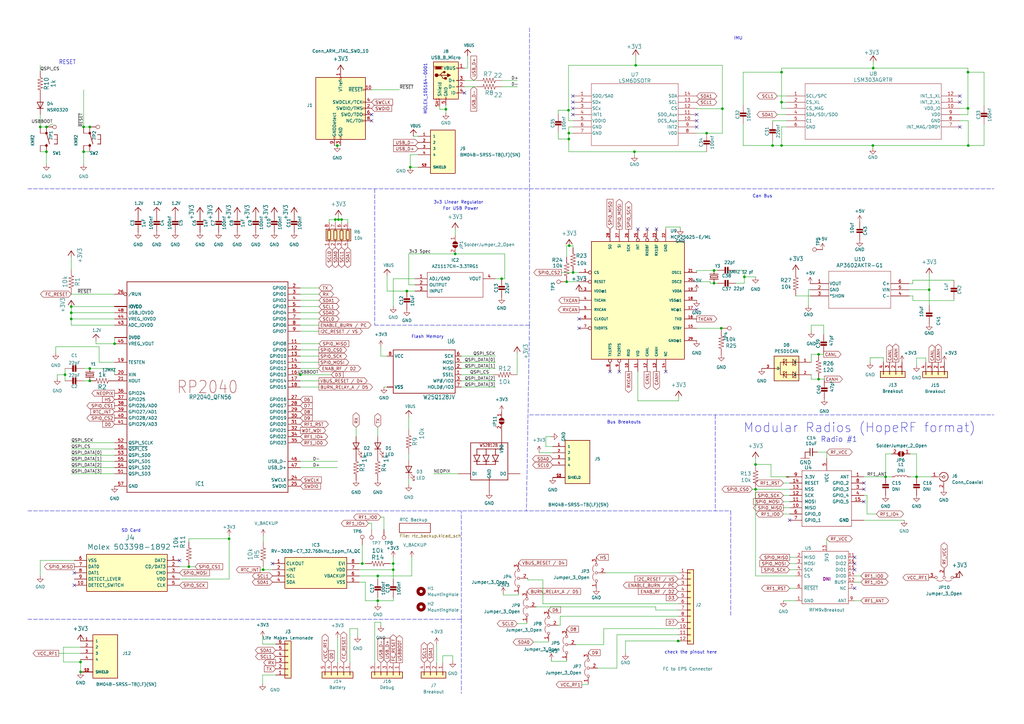
<source format=kicad_sch>
(kicad_sch (version 20231120) (generator "eeschema") (generator_version "8.0")
  (paper "A3")
  (lib_symbols
    (symbol "+3V3_1" (power) (pin_names (offset 0))
      (property "Value" "+3V3_1" (at 0 3.556 0))
      (symbol "+3V3_1_1_1"
        (pin power_in line (at 0 0 90) (length 0) hide (name "+3V3") (number "1"))
      )
    )
    (symbol "+3V3_2" (power) (pin_numbers hide) (pin_names (offset 0) hide)
      (property "Value" "+3V3" (at 0 3.556 0))
      (symbol "+3V3_2_1_1"
        (pin power_in line (at 0 0 90) (length 0) (name "~") (number "1"))
      )
    )
    (symbol "AP3602:AP3602AKTR-G1" (pin_names (offset 0.254))
      (property "Reference" "U" (at 20.32 10.16 0))
      (property "Value" "AP3602AKTR-G1" (at 20.32 7.62 0))
      (symbol "AP3602AKTR-G1_0_1"
        (pin output line (at 0 0 0) (length 7.62) (name "VOUT") (number "1"))
        (pin power_in line (at 0 -2.54 0) (length 7.62) (name "GND") (number "2"))
        (pin input line (at 0 -5.08 0) (length 7.62) (name "*SHDN") (number "3"))
        (pin unspecified line (at 40.64 -5.08 180) (length 7.62) (name "C-") (number "4"))
        (pin input line (at 40.64 -2.54 180) (length 7.62) (name "VIN") (number "5"))
        (pin unspecified line (at 40.64 0 180) (length 7.62) (name "C+") (number "6"))
      )
    )
    (symbol "AZ1117CH-3.3TRG1:AZ1117CH-3.3TRG1" (pin_names (offset 0.762))
      (property "Reference" "IC" (at 29.21 7.62 0))
      (property "Value" "AZ1117CH-3.3TRG1" (at 29.21 5.08 0))
      (symbol "AZ1117CH-3.3TRG1_0_0"
        (pin passive line (at 0 0 0) (length 5.08) (name "ADJ/GND") (number "1"))
        (pin passive line (at 0 -2.54 0) (length 5.08) (name "OUTPUT") (number "2"))
        (pin passive line (at 0 -5.08 0) (length 5.08) (name "INPUT") (number "3"))
        (pin passive line (at 33.02 0 180) (length 5.08) (name "VOUT") (number "4"))
      )
    )
    (symbol "Adafruit Ethernet FeatherWing-eagle-import:CAP_CERAMIC0603_NO"
      (property "Reference" "C" (at -2.29 1.25 90))
      (symbol "CAP_CERAMIC0603_NO_1_0"
        (pin passive line (at 0 5.08 270) (length 2.54) (name "1") (number "1"))
        (pin passive line (at 0 -2.54 90) (length 2.54) (name "2") (number "2"))
      )
    )
    (symbol "Adafruit ItsyBitsy RP2040-eagle-import:+3V3" (power)
      (property "Value" "+3V3" (at -2.54 -5.08 90))
      (symbol "+3V3_1_0"
        (pin power_in line (at 0 -2.54 90) (length 2.54) (name "+3V3") (number "1"))
      )
    )
    (symbol "Adafruit ItsyBitsy RP2040-eagle-import:1.2V" (power)
      (property "Value" "1.2V" (at -1.524 1.016 0))
      (symbol "1.2V_1_0"
        (pin power_in line (at 0 -2.54 90) (length 2.54) (name "1.2V") (number "1"))
      )
    )
    (symbol "Adafruit ItsyBitsy RP2040-eagle-import:CAP_CERAMIC_0402NO"
      (property "Reference" "C" (at -2.29 1.25 90))
      (property "Value" "CAP_CERAMIC_0402NO" (at 2.3 1.25 90))
      (symbol "CAP_CERAMIC_0402NO_1_0"
        (pin passive line (at 0 5.08 270) (length 2.54) (name "1") (number "1"))
        (pin passive line (at 0 -2.54 90) (length 2.54) (name "2") (number "2"))
      )
    )
    (symbol "Adafruit ItsyBitsy RP2040-eagle-import:CAP_CERAMIC_0603MP"
      (property "Reference" "C" (at -2.29 1.25 90))
      (property "Value" "CAP_CERAMIC_0603MP" (at 2.3 1.25 90))
      (symbol "CAP_CERAMIC_0603MP_1_0"
        (pin passive line (at 0 5.08 270) (length 2.54) (name "1") (number "1"))
        (pin passive line (at 0 -2.54 90) (length 2.54) (name "2") (number "2"))
      )
    )
    (symbol "Adafruit ItsyBitsy RP2040-eagle-import:CRYSTAL2.5X2.0"
      (property "Reference" "Y" (at -2.54 2.54 0))
      (property "Value" "CRYSTAL2.5X2.0" (at -2.54 -3.81 0))
      (symbol "CRYSTAL2.5X2.0_1_0"
        (pin passive line (at -2.54 0 0) (length 0) (name "1") (number "1"))
        (pin passive line (at 2.54 0 180) (length 0) (name "2") (number "3"))
      )
    )
    (symbol "Adafruit ItsyBitsy RP2040-eagle-import:RP2040_QFN56"
      (property "Reference" "IC1" (at -5.08 -40.64 0))
      (property "Value" "RP2040_QFN56" (at -7.62 -5.08 0))
      (symbol "RP2040_QFN56_1_0"
        (text "RP2040" (at 0 0 0) (effects (font (size 5.08 4.318))))
        (pin power_in line (at -38.1 33.02 0) (length 5.08) (name "IOVDD") (number "1"))
        (pin power_in line (at -38.1 33.02 0) (length 5.08) (name "IOVDD") (number "10"))
        (pin bidirectional line (at 38.1 17.78 180) (length 5.08) (name "GPIO8") (number "11"))
        (pin bidirectional line (at 38.1 15.24 180) (length 5.08) (name "GPIO9") (number "12"))
        (pin bidirectional line (at 38.1 12.7 180) (length 5.08) (name "GPIO10") (number "13"))
        (pin bidirectional line (at 38.1 10.16 180) (length 5.08) (name "GPIO11") (number "14"))
        (pin bidirectional line (at 38.1 7.62 180) (length 5.08) (name "GPIO12") (number "15"))
        (pin bidirectional line (at 38.1 5.08 180) (length 5.08) (name "GPIO13") (number "16"))
        (pin bidirectional line (at 38.1 2.54 180) (length 5.08) (name "GPIO14") (number "17"))
        (pin bidirectional line (at 38.1 0 180) (length 5.08) (name "GPIO15") (number "18"))
        (pin input line (at -38.1 10.16 0) (length 5.08) (name "TESTEN") (number "19"))
        (pin bidirectional line (at 38.1 40.64 180) (length 5.08) (name "GPIO0") (number "2"))
        (pin input line (at -38.1 5.08 0) (length 5.08) (name "XIN") (number "20"))
        (pin output line (at -38.1 2.54 0) (length 5.08) (name "XOUT") (number "21"))
        (pin power_in line (at -38.1 33.02 0) (length 5.08) (name "IOVDD") (number "22"))
        (pin power_in line (at -38.1 20.32 0) (length 5.08) (name "DVDD") (number "23"))
        (pin bidirectional line (at 38.1 -38.1 180) (length 5.08) (name "SWCLK") (number "24"))
        (pin bidirectional line (at 38.1 -40.64 180) (length 5.08) (name "SWDIO") (number "25"))
        (pin bidirectional inverted (at -38.1 38.1 0) (length 5.08) (name "/RUN") (number "26"))
        (pin bidirectional line (at 38.1 -5.08 180) (length 5.08) (name "GPIO16") (number "27"))
        (pin bidirectional line (at 38.1 -7.62 180) (length 5.08) (name "GPIO17") (number "28"))
        (pin bidirectional line (at 38.1 -10.16 180) (length 5.08) (name "GPIO18") (number "29"))
        (pin bidirectional line (at 38.1 38.1 180) (length 5.08) (name "GPIO1") (number "3"))
        (pin bidirectional line (at 38.1 -12.7 180) (length 5.08) (name "GPIO19") (number "30"))
        (pin bidirectional line (at 38.1 -15.24 180) (length 5.08) (name "GPIO20") (number "31"))
        (pin bidirectional line (at 38.1 -17.78 180) (length 5.08) (name "GPIO21") (number "32"))
        (pin power_in line (at -38.1 33.02 0) (length 5.08) (name "IOVDD") (number "33"))
        (pin bidirectional line (at 38.1 -20.32 180) (length 5.08) (name "GPIO22") (number "34"))
        (pin bidirectional line (at 38.1 -22.86 180) (length 5.08) (name "GPIO23") (number "35"))
        (pin bidirectional line (at -38.1 -2.54 0) (length 5.08) (name "GPIO24") (number "36"))
        (pin bidirectional line (at -38.1 -5.08 0) (length 5.08) (name "GPIO25") (number "37"))
        (pin bidirectional line (at -38.1 -7.62 0) (length 5.08) (name "GPIO26/AD0") (number "38"))
        (pin bidirectional line (at -38.1 -10.16 0) (length 5.08) (name "GPIO27/AD1") (number "39"))
        (pin bidirectional line (at 38.1 35.56 180) (length 5.08) (name "GPIO2") (number "4"))
        (pin bidirectional line (at -38.1 -12.7 0) (length 5.08) (name "GPIO28/AD2") (number "40"))
        (pin bidirectional line (at -38.1 -15.24 0) (length 5.08) (name "GPIO29/AD3") (number "41"))
        (pin power_in line (at -38.1 33.02 0) (length 5.08) (name "IOVDD") (number "42"))
        (pin power_in line (at -38.1 25.4 0) (length 5.08) (name "ADC_IOVDD") (number "43"))
        (pin power_in line (at -38.1 27.94 0) (length 5.08) (name "VREG_IOVDD") (number "44"))
        (pin power_in line (at -38.1 17.78 0) (length 5.08) (name "VREG_VOUT") (number "45"))
        (pin bidirectional line (at 38.1 -30.48 180) (length 5.08) (name "USB_D-") (number "46"))
        (pin bidirectional line (at 38.1 -33.02 180) (length 5.08) (name "USB_D+") (number "47"))
        (pin power_in line (at -38.1 30.48 0) (length 5.08) (name "USB_IOVDD") (number "48"))
        (pin power_in line (at -38.1 33.02 0) (length 5.08) (name "IOVDD") (number "49"))
        (pin bidirectional line (at 38.1 33.02 180) (length 5.08) (name "GPIO3") (number "5"))
        (pin power_in line (at -38.1 20.32 0) (length 5.08) (name "DVDD") (number "50"))
        (pin bidirectional line (at -38.1 -35.56 0) (length 5.08) (name "QSPI_SD3") (number "51"))
        (pin bidirectional line (at -38.1 -22.86 0) (length 5.08) (name "QSPI_SCLK") (number "52"))
        (pin bidirectional line (at -38.1 -27.94 0) (length 5.08) (name "QSPI_SD0") (number "53"))
        (pin bidirectional line (at -38.1 -33.02 0) (length 5.08) (name "QSPI_SD2") (number "54"))
        (pin bidirectional line (at -38.1 -30.48 0) (length 5.08) (name "QSPI_SD1") (number "55"))
        (pin bidirectional line (at -38.1 -25.4 0) (length 5.08) (name "~{QSPI_CS}") (number "56"))
        (pin power_in line (at -38.1 -40.64 0) (length 5.08) (name "GND") (number "57"))
        (pin bidirectional line (at 38.1 30.48 180) (length 5.08) (name "GPIO4") (number "6"))
        (pin bidirectional line (at 38.1 27.94 180) (length 5.08) (name "GPIO5") (number "7"))
        (pin bidirectional line (at 38.1 25.4 180) (length 5.08) (name "GPIO6") (number "8"))
        (pin bidirectional line (at 38.1 22.86 180) (length 5.08) (name "GPIO7") (number "9"))
      )
    )
    (symbol "Adafruit ItsyBitsy RP2040-eagle-import:SPIFLASH_8PIN_4X4"
      (property "Reference" "U" (at -12.7 12.7 0))
      (property "Value" "SPIFLASH_8PIN_4X4" (at -12.7 -10.16 0))
      (symbol "SPIFLASH_8PIN_4X4_1_0"
        (pin bidirectional line (at -15.24 0 0) (length 2.54) (name "SSEL") (number "1"))
        (pin bidirectional line (at -15.24 2.54 0) (length 2.54) (name "MISO") (number "2"))
        (pin bidirectional line (at -15.24 -2.54 0) (length 2.54) (name "WP#/IO2") (number "3"))
        (pin bidirectional line (at 15.24 -5.08 180) (length 2.54) (name "VSS") (number "4"))
        (pin bidirectional line (at -15.24 5.08 0) (length 2.54) (name "MOSI") (number "5"))
        (pin bidirectional line (at -15.24 7.62 0) (length 2.54) (name "SCK") (number "6"))
        (pin bidirectional line (at -15.24 -5.08 0) (length 2.54) (name "HOLD#/IO3") (number "7"))
        (pin bidirectional line (at 15.24 7.62 180) (length 2.54) (name "VCC") (number "8"))
        (pin bidirectional line (at 15.24 -5.08 180) (length 2.54) (name "VSS") (number "PAD"))
      )
    )
    (symbol "Adafruit ItsyBitsy RP2040-eagle-import:SWITCH_TACT_SMT4.6X2.8"
      (property "Reference" "SW" (at -2.54 6.35 0))
      (property "Value" "SWITCH_TACT_SMT4.6X2.8" (at -2.54 -5.08 0))
      (symbol "SWITCH_TACT_SMT4.6X2.8_1_0"
        (pin passive line (at -5.08 0 0) (length 2.54) (name "P") (number "A"))
        (pin passive line (at -5.08 -2.54 0) (length 2.54) (name "P1") (number "A'"))
        (pin passive line (at 5.08 0 180) (length 2.54) (name "S") (number "B"))
        (pin passive line (at 5.08 -2.54 180) (length 2.54) (name "S1") (number "B'"))
      )
    )
    (symbol "Adafruit ItsyBitsy RP2040-eagle-import:VBUS" (power)
      (property "Value" "VBUS" (at -1.524 1.016 0))
      (symbol "VBUS_1_0"
        (pin power_in line (at 0 -2.54 90) (length 2.54) (name "VBUS") (number "1"))
      )
    )
    (symbol "Adafruit ItsyBitsy RP2040-eagle-import:WS2812B_SK6805_1515"
      (symbol "WS2812B_SK6805_1515_1_0"
        (text "WS2812B" (at -4.064 8.382 0) (effects (font (size 1.27 1.0795)) (justify left bottom)))
        (pin power_in line (at 5.08 15.24 270) (length 5.08) (name "VDD") (number "1"))
        (pin output line (at 12.7 -2.54 180) (length 5.08) (name "DO") (number "2"))
        (pin power_in line (at 0 -10.16 90) (length 5.08) (name "GND") (number "3"))
        (pin input line (at -12.7 -2.54 0) (length 5.08) (name "DI") (number "4"))
      )
    )
    (symbol "BM04B-SRSS-TB_LF__SN_:BM04B-SRSS-TB(LF)(SN)" (pin_names (offset 1.016))
      (property "Reference" "J" (at -5.08 10.922 0))
      (property "Value" "BM04B-SRSS-TB(LF)(SN)" (at -5.08 -10.16 0))
      (symbol "BM04B-SRSS-TB(LF)(SN)_0_0"
        (pin passive line (at -10.16 7.62 0) (length 5.08) (name "1") (number "1"))
        (pin passive line (at -10.16 5.08 0) (length 5.08) (name "2") (number "2"))
        (pin passive line (at -10.16 2.54 0) (length 5.08) (name "3") (number "3"))
        (pin passive line (at -10.16 0 0) (length 5.08) (name "4") (number "4"))
        (pin passive line (at -10.16 -5.08 0) (length 5.08) (name "SHIELD") (number "S1"))
        (pin passive line (at -10.16 -5.08 0) (length 5.08) (name "SHIELD") (number "S2"))
      )
    )
    (symbol "Connector:Conn_ARM_JTAG_SWD_10" (pin_names (offset 1.016))
      (property "Reference" "J" (at -2.54 16.51 0))
      (property "Value" "Conn_ARM_JTAG_SWD_10" (at -2.54 13.97 0))
      (symbol "Conn_ARM_JTAG_SWD_10_1_1"
        (pin power_in line (at 0 15.24 270) (length 2.54) (name "VTref") (number "1"))
        (pin open_collector line (at 12.7 7.62 180) (length 2.54) (name "~{RESET}") (number "10"))
        (pin bidirectional line (at 12.7 0 180) (length 2.54) (name "SWDIO/TMS") (number "2"))
        (pin power_in line (at 0 -15.24 90) (length 2.54) (name "GND") (number "3"))
        (pin output line (at 12.7 2.54 180) (length 2.54) (name "SWDCLK/TCK") (number "4"))
        (pin passive line (at 0 -15.24 90) (length 2.54) hide (name "GND") (number "5"))
        (pin input line (at 12.7 -2.54 180) (length 2.54) (name "SWO/TDO") (number "6"))
        (pin no_connect line (at -10.16 0 0) (length 2.54) hide (name "KEY") (number "7"))
        (pin output line (at 12.7 -5.08 180) (length 2.54) (name "NC/TDI") (number "8"))
        (pin passive line (at -2.54 -15.24 90) (length 2.54) (name "GNDDetect") (number "9"))
      )
    )
    (symbol "Connector:Conn_Coaxial" (pin_names (offset 1.016) hide)
      (property "Reference" "J" (at 0.254 3.048 0))
      (property "Value" "Conn_Coaxial" (at 2.921 0 90))
      (symbol "Conn_Coaxial_1_1"
        (pin passive line (at -5.08 0 0) (length 2.54) (name "In") (number "1"))
        (pin passive line (at 0 -5.08 90) (length 2.54) (name "Ext") (number "2"))
      )
    )
    (symbol "Connector:TestPoint" (pin_numbers hide) (pin_names (offset 0.762) hide)
      (property "Reference" "TP" (at 0 6.858 0))
      (property "Value" "TestPoint" (at 0 5.08 0))
      (symbol "TestPoint_1_1"
        (pin passive line (at 0 0 90) (length 2.54) (name "1") (number "1"))
      )
    )
    (symbol "Connector:USB_B_Micro" (pin_names (offset 1.016))
      (property "Reference" "J8" (at 0 11.938 0))
      (property "Value" "USB_B_Micro" (at 0 9.398 0))
      (symbol "USB_B_Micro_1_1"
        (pin power_out line (at 7.62 5.08 180) (length 2.54) (name "VBUS") (number "1"))
        (pin bidirectional line (at 7.62 -2.54 180) (length 2.54) (name "D-") (number "2"))
        (pin bidirectional line (at 7.62 0 180) (length 2.54) (name "D+") (number "3"))
        (pin passive line (at 7.62 -5.08 180) (length 2.54) (name "ID") (number "4"))
        (pin power_out line (at 0 -10.16 90) (length 2.54) (name "GND") (number "5"))
        (pin passive line (at -2.54 -10.16 90) (length 2.54) (name "Shield") (number "SH1"))
      )
    )
    (symbol "Connector_Generic:Conn_01x04" (pin_names (offset 1.016) hide)
      (property "Reference" "J" (at 0 5.08 0))
      (property "Value" "Conn_01x04" (at 0 -7.62 0))
      (symbol "Conn_01x04_1_1"
        (pin passive line (at -5.08 2.54 0) (length 3.81) (name "Pin_1") (number "1"))
        (pin passive line (at -5.08 0 0) (length 3.81) (name "Pin_2") (number "2"))
        (pin passive line (at -5.08 -2.54 0) (length 3.81) (name "Pin_3") (number "3"))
        (pin passive line (at -5.08 -5.08 0) (length 3.81) (name "Pin_4") (number "4"))
      )
    )
    (symbol "Connector_Generic:Conn_01x06" (pin_names (offset 1.016) hide)
      (property "Reference" "J" (at 0 7.62 0))
      (property "Value" "Conn_01x06" (at 0 -10.16 0))
      (symbol "Conn_01x06_1_1"
        (pin passive line (at -5.08 5.08 0) (length 3.81) (name "Pin_1") (number "1"))
        (pin passive line (at -5.08 2.54 0) (length 3.81) (name "Pin_2") (number "2"))
        (pin passive line (at -5.08 0 0) (length 3.81) (name "Pin_3") (number "3"))
        (pin passive line (at -5.08 -2.54 0) (length 3.81) (name "Pin_4") (number "4"))
        (pin passive line (at -5.08 -5.08 0) (length 3.81) (name "Pin_5") (number "5"))
        (pin passive line (at -5.08 -7.62 0) (length 3.81) (name "Pin_6") (number "6"))
      )
    )
    (symbol "Connector_Generic:Conn_01x12" (pin_names (offset 1.016) hide)
      (property "Reference" "J" (at 0 15.24 0))
      (property "Value" "Conn_01x12" (at 0 -17.78 0))
      (symbol "Conn_01x12_1_1"
        (pin passive line (at -5.08 12.7 0) (length 3.81) (name "Pin_1") (number "1"))
        (pin passive line (at -5.08 -10.16 0) (length 3.81) (name "Pin_10") (number "10"))
        (pin passive line (at -5.08 -12.7 0) (length 3.81) (name "Pin_11") (number "11"))
        (pin passive line (at -5.08 -15.24 0) (length 3.81) (name "Pin_12") (number "12"))
        (pin passive line (at -5.08 10.16 0) (length 3.81) (name "Pin_2") (number "2"))
        (pin passive line (at -5.08 7.62 0) (length 3.81) (name "Pin_3") (number "3"))
        (pin passive line (at -5.08 5.08 0) (length 3.81) (name "Pin_4") (number "4"))
        (pin passive line (at -5.08 2.54 0) (length 3.81) (name "Pin_5") (number "5"))
        (pin passive line (at -5.08 0 0) (length 3.81) (name "Pin_6") (number "6"))
        (pin passive line (at -5.08 -2.54 0) (length 3.81) (name "Pin_7") (number "7"))
        (pin passive line (at -5.08 -5.08 0) (length 3.81) (name "Pin_8") (number "8"))
        (pin passive line (at -5.08 -7.62 0) (length 3.81) (name "Pin_9") (number "9"))
      )
    )
    (symbol "Device:C_Polarized_Small" (pin_numbers hide) (pin_names (offset 0.254) hide)
      (property "Reference" "C" (at 0.254 1.778 0))
      (property "Value" "C_Polarized_Small" (at 0.254 -2.032 0))
      (symbol "C_Polarized_Small_1_1"
        (pin passive line (at 0 2.54 270) (length 1.8542) (name "~") (number "1"))
        (pin passive line (at 0 -2.54 90) (length 1.8542) (name "~") (number "2"))
      )
    )
    (symbol "Device:C_Small" (pin_numbers hide) (pin_names (offset 0.254) hide)
      (property "Reference" "C" (at 0.254 1.778 0))
      (property "Value" "C_Small" (at 0.254 -2.032 0))
      (symbol "C_Small_1_1"
        (pin passive line (at 0 2.54 270) (length 2.032) (name "~") (number "1"))
        (pin passive line (at 0 -2.54 90) (length 2.032) (name "~") (number "2"))
      )
    )
    (symbol "Device:L" (pin_numbers hide) (pin_names (offset 1.016) hide)
      (property "Reference" "L" (at -1.27 0 90))
      (property "Value" "L" (at 1.905 0 90))
      (symbol "L_1_1"
        (pin passive line (at 0 3.81 270) (length 1.27) (name "1") (number "1"))
        (pin passive line (at 0 -3.81 90) (length 1.27) (name "2") (number "2"))
      )
    )
    (symbol "Device:LED" (pin_numbers hide) (pin_names (offset 1.016) hide)
      (property "Reference" "D" (at 0 2.54 0))
      (property "Value" "LED" (at 0 -2.54 0))
      (symbol "LED_1_1"
        (pin passive line (at -3.81 0 0) (length 2.54) (name "K") (number "1"))
        (pin passive line (at 3.81 0 180) (length 2.54) (name "A") (number "2"))
      )
    )
    (symbol "Device:LED_Small_Filled" (pin_numbers hide) (pin_names (offset 0.254) hide)
      (property "Reference" "D" (at -1.27 3.175 0))
      (property "Value" "LED_Small_Filled" (at -4.445 -2.54 0))
      (symbol "LED_Small_Filled_1_1"
        (pin passive line (at -2.54 0 0) (length 1.778) (name "K") (number "1"))
        (pin passive line (at 2.54 0 180) (length 1.778) (name "A") (number "2"))
      )
    )
    (symbol "Device:R_Pack04" (pin_names (offset 0) hide)
      (property "Reference" "RN" (at -7.62 0 90))
      (property "Value" "R_Pack04" (at 5.08 0 90))
      (symbol "R_Pack04_1_1"
        (pin passive line (at -5.08 -5.08 90) (length 2.54) (name "R1.1") (number "1"))
        (pin passive line (at -2.54 -5.08 90) (length 2.54) (name "R2.1") (number "2"))
        (pin passive line (at 0 -5.08 90) (length 2.54) (name "R3.1") (number "3"))
        (pin passive line (at 2.54 -5.08 90) (length 2.54) (name "R4.1") (number "4"))
        (pin passive line (at 2.54 5.08 270) (length 2.54) (name "R4.2") (number "5"))
        (pin passive line (at 0 5.08 270) (length 2.54) (name "R3.2") (number "6"))
        (pin passive line (at -2.54 5.08 270) (length 2.54) (name "R2.2") (number "7"))
        (pin passive line (at -5.08 5.08 270) (length 2.54) (name "R1.2") (number "8"))
      )
    )
    (symbol "Device:R_Small_US" (pin_numbers hide) (pin_names (offset 0.254) hide)
      (property "Reference" "R" (at 0.762 0.508 0))
      (property "Value" "R_Small_US" (at 0.762 -1.016 0))
      (symbol "R_Small_US_1_1"
        (pin passive line (at 0 2.54 270) (length 1.016) (name "~") (number "1"))
        (pin passive line (at 0 -2.54 90) (length 1.016) (name "~") (number "2"))
      )
    )
    (symbol "Diode:1SS355VM" (pin_numbers hide) (pin_names hide)
      (property "Reference" "D" (at 0 2.54 0))
      (property "Value" "1SS355VM" (at 0 -2.54 0))
      (symbol "1SS355VM_1_1"
        (pin passive line (at -3.81 0 0) (length 2.54) (name "K") (number "1"))
        (pin passive line (at 3.81 0 180) (length 2.54) (name "A") (number "2"))
      )
    )
    (symbol "GND_1" (power) (pin_numbers hide) (pin_names (offset 0) hide)
      (property "Value" "GND" (at 0 -3.81 0))
      (symbol "GND_1_1_1"
        (pin power_in line (at 0 0 270) (length 0) (name "~") (number "1"))
      )
    )
    (symbol "Jumper:Jumper_3_Open" (pin_names (offset 0) hide)
      (property "Reference" "JP" (at -2.54 -2.54 0))
      (property "Value" "Jumper_3_Open" (at 0 2.794 0))
      (symbol "Jumper_3_Open_1_1"
        (pin passive line (at -6.35 0 0) (length 2.54) (name "A") (number "1"))
        (pin passive line (at 0 -3.81 90) (length 2.54) (name "C") (number "2"))
        (pin passive line (at 6.35 0 180) (length 2.54) (name "B") (number "3"))
      )
    )
    (symbol "Jumper:SolderJumper_2_Open" (pin_names (offset 0) hide)
      (property "Reference" "JP" (at 0 2.032 0))
      (property "Value" "SolderJumper_2_Open" (at 0 -2.54 0))
      (symbol "SolderJumper_2_Open_1_1"
        (pin passive line (at -3.81 0 0) (length 2.54) (name "A") (number "1"))
        (pin passive line (at 3.81 0 180) (length 2.54) (name "B") (number "2"))
      )
    )
    (symbol "LSM303AGTR:LSM303AGRTR" (pin_names (offset 0.254))
      (property "Reference" "U" (at 35.56 10.16 0))
      (property "Value" "LSM303AGRTR" (at 35.56 7.62 0))
      (symbol "LSM303AGRTR_0_1"
        (pin unspecified line (at 0 0 0) (length 7.62) (name "SCL/SPC") (number "1"))
        (pin power_in line (at 71.12 -5.08 180) (length 7.62) (name "VDD_IO") (number "10"))
        (pin unspecified line (at 71.12 -2.54 180) (length 7.62) (name "INT_2_XL") (number "11"))
        (pin unspecified line (at 71.12 0 180) (length 7.62) (name "INT_1_XL") (number "12"))
        (pin unspecified line (at 0 -2.54 0) (length 7.62) (name "CS_XL") (number "2"))
        (pin unspecified line (at 0 -5.08 0) (length 7.62) (name "CS_MAG") (number "3"))
        (pin unspecified line (at 0 -7.62 0) (length 7.62) (name "SDA/SDI/SDO") (number "4"))
        (pin unspecified line (at 0 -10.16 0) (length 7.62) (name "C1") (number "5"))
        (pin unspecified line (at 0 -12.7 0) (length 7.62) (name "GND") (number "6"))
        (pin bidirectional line (at 71.12 -12.7 180) (length 7.62) (name "INT_MAG/DRDY") (number "7"))
        (pin power_out line (at 71.12 -10.16 180) (length 7.62) (name "GND") (number "8"))
        (pin power_in line (at 71.12 -7.62 180) (length 7.62) (name "VDD") (number "9"))
      )
    )
    (symbol "LSM6DSOTR:LSM6DSOTR" (pin_names (offset 0.254))
      (property "Reference" "U" (at 25.4 10.16 0))
      (property "Value" "LSM6DSOTR" (at 25.4 7.62 0))
      (symbol "LSM6DSOTR_0_1"
        (pin bidirectional line (at 0 0 0) (length 7.62) (name "SDO/SA0") (number "1"))
        (pin bidirectional line (at 50.8 -10.16 180) (length 7.62) (name "OCS_Aux") (number "10"))
        (pin bidirectional line (at 50.8 -7.62 180) (length 7.62) (name "SDO_Aux") (number "11"))
        (pin input line (at 50.8 -5.08 180) (length 7.62) (name "CS") (number "12"))
        (pin input line (at 50.8 -2.54 180) (length 7.62) (name "SCL") (number "13"))
        (pin bidirectional line (at 50.8 0 180) (length 7.62) (name "SDA") (number "14"))
        (pin bidirectional line (at 0 -2.54 0) (length 7.62) (name "SDx") (number "2"))
        (pin bidirectional line (at 0 -5.08 0) (length 7.62) (name "SCx") (number "3"))
        (pin output line (at 0 -7.62 0) (length 7.62) (name "INT1") (number "4"))
        (pin power_in line (at 0 -10.16 0) (length 7.62) (name "VDDIO") (number "5"))
        (pin power_out line (at 0 -12.7 0) (length 7.62) (name "GND") (number "6"))
        (pin power_out line (at 0 -15.24 0) (length 7.62) (name "GND") (number "7"))
        (pin power_in line (at 50.8 -15.24 180) (length 7.62) (name "VDD") (number "8"))
        (pin output line (at 50.8 -12.7 180) (length 7.62) (name "INT2") (number "9"))
      )
    )
    (symbol "MCP25625-E_ML:MCP25625-E/ML" (pin_names (offset 1.016))
      (property "Reference" "U" (at 40.652 -33.0298 0))
      (property "Value" "MCP25625-E{slash}ML" (at 40.6941 -35.6074 0))
      (symbol "MCP25625-E/ML_0_0"
        (pin bidirectional inverted (at -5.08 0 0) (length 5.08) (name "CS") (number "1"))
        (pin bidirectional line (at 15.24 -40.64 90) (length 5.08) (name "RXD") (number "10"))
        (pin bidirectional line (at 19.05 -40.64 90) (length 5.08) (name "VIO") (number "11"))
        (pin bidirectional line (at 22.86 -40.64 90) (length 5.08) (name "CANL") (number "12"))
        (pin bidirectional line (at 26.67 -40.64 90) (length 5.08) (name "CANH") (number "13"))
        (pin bidirectional line (at 30.48 -40.64 90) (length 5.08) (name "NC") (number "14"))
        (pin bidirectional line (at 43.18 -22.86 180) (length 5.08) (name "STBY") (number "15"))
        (pin bidirectional line (at 43.18 -19.05 180) (length 5.08) (name "TXD") (number "16"))
        (pin bidirectional line (at 43.18 -15.24 180) (length 5.08) (name "NC@1") (number "17"))
        (pin bidirectional line (at 43.18 -11.43 180) (length 5.08) (name "VSS@1") (number "18"))
        (pin bidirectional line (at 43.18 -7.62 180) (length 5.08) (name "VDDA") (number "19"))
        (pin bidirectional inverted (at -5.08 -3.81 0) (length 5.08) (name "RESET") (number "2"))
        (pin bidirectional line (at 43.18 -3.81 180) (length 5.08) (name "OSC2") (number "20"))
        (pin bidirectional line (at 43.18 0 180) (length 5.08) (name "OSC1") (number "21"))
        (pin bidirectional line (at 30.48 17.78 270) (length 5.08) (name "GND") (number "22"))
        (pin bidirectional inverted (at 26.67 17.78 270) (length 5.08) (name "RX1BF") (number "23"))
        (pin bidirectional inverted (at 22.86 17.78 270) (length 5.08) (name "RX0BF") (number "24"))
        (pin bidirectional inverted (at 19.05 17.78 270) (length 5.08) (name "INT") (number "25"))
        (pin bidirectional line (at 15.24 17.78 270) (length 5.08) (name "SCK") (number "26"))
        (pin bidirectional line (at 11.43 17.78 270) (length 5.08) (name "SI") (number "27"))
        (pin bidirectional line (at 7.62 17.78 270) (length 5.08) (name "SO") (number "28"))
        (pin bidirectional line (at 43.18 -27.94 180) (length 5.08) (name "GND@1") (number "29"))
        (pin bidirectional line (at -5.08 -7.62 0) (length 5.08) (name "VDD@1") (number "3"))
        (pin bidirectional line (at -5.08 -11.43 0) (length 5.08) (name "TXCAN") (number "4"))
        (pin bidirectional line (at -5.08 -15.24 0) (length 5.08) (name "RXCAN") (number "5"))
        (pin bidirectional line (at -5.08 -19.05 0) (length 5.08) (name "CLKOUT") (number "6"))
        (pin bidirectional inverted (at -5.08 -22.86 0) (length 5.08) (name "TX0RTS") (number "7"))
        (pin bidirectional inverted (at 7.62 -40.64 90) (length 5.08) (name "TX1RTS") (number "8"))
        (pin bidirectional inverted (at 11.43 -40.64 90) (length 5.08) (name "TX2RTS") (number "9"))
      )
    )
    (symbol "Max_Lib:Connector_Generic_Conn_01x05" (pin_names (offset 1.016) hide)
      (property "Reference" "J" (at 0 7.62 0))
      (property "Value" "Connector_Generic_Conn_01x05" (at 0 -7.62 0))
      (symbol "Connector_Generic_Conn_01x05_1_1"
        (pin passive line (at -5.08 5.08 0) (length 3.81) (name "Pin_1") (number "1"))
        (pin passive line (at -5.08 2.54 0) (length 3.81) (name "Pin_2") (number "2"))
        (pin passive line (at -5.08 0 0) (length 3.81) (name "Pin_3") (number "3"))
        (pin passive line (at -5.08 -2.54 0) (length 3.81) (name "Pin_4") (number "4"))
        (pin passive line (at -5.08 -5.08 0) (length 3.81) (name "Pin_5") (number "5"))
      )
    )
    (symbol "Mechanical:MountingHole" (pin_names (offset 1.016)) (exclude_from_sim yes) (in_bom no)
      (property "Reference" "H" (at 0 5.08 0))
      (property "Value" "MountingHole" (at 0 3.175 0))
    )
    (symbol "Molex 503398-1892:503398-1892"
      (property "Reference" "J" (at 39.37 7.62 0))
      (property "Value" "503398-1892" (at 39.37 5.08 0))
      (symbol "503398-1892_1_1"
        (pin passive line (at 0 0 0) (length 5.08) (name "DAT2") (number "1"))
        (pin passive line (at 43.18 -10.16 180) (length 5.08) (name "DETECT_SWITCH") (number "10"))
        (pin passive line (at 0 -2.54 0) (length 5.08) (name "CD/DAT3") (number "2"))
        (pin passive line (at 0 -5.08 0) (length 5.08) (name "CMD") (number "3"))
        (pin passive line (at 0 -7.62 0) (length 5.08) (name "VDD") (number "4"))
        (pin passive line (at 0 -10.16 0) (length 5.08) (name "CLK") (number "5"))
        (pin passive line (at 43.18 0 180) (length 5.08) (name "VSS") (number "6"))
        (pin passive line (at 43.18 -2.54 180) (length 5.08) (name "DAT0") (number "7"))
        (pin passive line (at 43.18 -5.08 180) (length 5.08) (name "DAT1") (number "8"))
        (pin passive line (at 43.18 -7.62 180) (length 5.08) (name "DETECT_LEVER") (number "9"))
      )
    )
    (symbol "PESD1CAN:PESD1CAN" (pin_names (offset 1.016))
      (property "Reference" "D" (at 0 11.4366 0))
      (property "Value" "PESD1CAN" (at 0 -2.542 0))
      (symbol "PESD1CAN_0_0"
        (pin bidirectional line (at -5.08 7.62 0) (length 5.08) (name "1") (number "1"))
        (pin bidirectional line (at -5.08 2.54 0) (length 5.08) (name "2") (number "2"))
        (pin bidirectional line (at 15.24 5.08 180) (length 5.08) (name "3") (number "3"))
      )
    )
    (symbol "RV-3028-C7:RV-3028-C7_32.768kHz_1ppm_TA_QC"
      (property "Reference" "IC" (at 31.75 7.62 0))
      (property "Value" "RV-3028-C7_32.768kHz_1ppm_TA_QC" (at 31.75 5.08 0))
      (symbol "RV-3028-C7_32.768kHz_1ppm_TA_QC_1_1"
        (pin passive line (at 0 0 0) (length 5.08) (name "CLKOUT") (number "1"))
        (pin passive line (at 0 -2.54 0) (length 5.08) (name "~INT") (number "2"))
        (pin passive line (at 0 -5.08 0) (length 5.08) (name "SCL") (number "3"))
        (pin passive line (at 0 -7.62 0) (length 5.08) (name "SDA") (number "4"))
        (pin passive line (at 35.56 -7.62 180) (length 5.08) (name "VSS") (number "5"))
        (pin passive line (at 35.56 -5.08 180) (length 5.08) (name "VBACKUP") (number "6"))
        (pin passive line (at 35.56 -2.54 180) (length 5.08) (name "VDD") (number "7"))
        (pin passive line (at 35.56 0 180) (length 5.08) (name "EVI") (number "8"))
      )
    )
    (symbol "TLV1704AIPWR_1" (pin_names (offset 0.127))
      (property "Reference" "U" (at 0 5.08 0))
      (property "Value" "TLV1704AIPWR" (at 0 -5.08 0))
      (symbol "TLV1704AIPWR_1_1_1"
        (text "1" (at 0 0 0) (effects (font (size 1.27 1.27))))
        (pin open_collector line (at 7.62 0 180) (length 2.54) (name "~") (number "2"))
        (pin input line (at -7.62 -2.54 0) (length 2.54) (name "-") (number "4"))
        (pin input line (at -7.62 2.54 0) (length 2.54) (name "+") (number "5"))
      )
      (symbol "TLV1704AIPWR_1_2_1"
        (text "2" (at 0 0 0) (effects (font (size 1.27 1.27))))
        (pin open_collector line (at 7.62 0 180) (length 2.54) (name "~") (number "1"))
        (pin input line (at -7.62 -2.54 0) (length 2.54) (name "-") (number "6"))
        (pin input line (at -7.62 2.54 0) (length 2.54) (name "+") (number "7"))
      )
      (symbol "TLV1704AIPWR_1_3_1"
        (text "3" (at 0 0 0) (effects (font (size 1.27 1.27))))
        (pin open_collector line (at 7.62 0 180) (length 2.54) (name "~") (number "14"))
        (pin input line (at -7.62 -2.54 0) (length 2.54) (name "-") (number "8"))
        (pin input line (at -7.62 2.54 0) (length 2.54) (name "+") (number "9"))
      )
      (symbol "TLV1704AIPWR_1_4_1"
        (text "4" (at 0 0 0) (effects (font (size 1.27 1.27))))
        (pin input line (at -7.62 -2.54 0) (length 2.54) (name "-") (number "10"))
        (pin input line (at -7.62 2.54 0) (length 2.54) (name "+") (number "11"))
        (pin open_collector line (at 7.62 0 180) (length 2.54) (name "~") (number "13"))
      )
      (symbol "TLV1704AIPWR_1_5_1"
        (pin power_in line (at -2.54 -7.62 90) (length 3.81) (name "V-") (number "12"))
        (pin power_in line (at -2.54 7.62 270) (length 3.81) (name "V+") (number "3"))
      )
    )
    (symbol "TLV1704AIPWR_2" (pin_names (offset 0.127))
      (property "Reference" "U" (at 0 5.08 0))
      (property "Value" "TLV1704AIPWR" (at 0 -5.08 0))
      (symbol "TLV1704AIPWR_2_1_1"
        (text "1" (at 0 0 0) (effects (font (size 1.27 1.27))))
        (pin open_collector line (at 7.62 0 180) (length 2.54) (name "~") (number "2"))
        (pin input line (at -7.62 -2.54 0) (length 2.54) (name "-") (number "4"))
        (pin input line (at -7.62 2.54 0) (length 2.54) (name "+") (number "5"))
      )
      (symbol "TLV1704AIPWR_2_2_1"
        (text "2" (at 0 0 0) (effects (font (size 1.27 1.27))))
        (pin open_collector line (at 7.62 0 180) (length 2.54) (name "~") (number "1"))
        (pin input line (at -7.62 -2.54 0) (length 2.54) (name "-") (number "6"))
        (pin input line (at -7.62 2.54 0) (length 2.54) (name "+") (number "7"))
      )
      (symbol "TLV1704AIPWR_2_3_1"
        (text "3" (at 0 0 0) (effects (font (size 1.27 1.27))))
        (pin open_collector line (at 7.62 0 180) (length 2.54) (name "~") (number "14"))
        (pin input line (at -7.62 -2.54 0) (length 2.54) (name "-") (number "8"))
        (pin input line (at -7.62 2.54 0) (length 2.54) (name "+") (number "9"))
      )
      (symbol "TLV1704AIPWR_2_4_1"
        (text "4" (at 0 0 0) (effects (font (size 1.27 1.27))))
        (pin input line (at -7.62 -2.54 0) (length 2.54) (name "-") (number "10"))
        (pin input line (at -7.62 2.54 0) (length 2.54) (name "+") (number "11"))
        (pin open_collector line (at 7.62 0 180) (length 2.54) (name "~") (number "13"))
      )
      (symbol "TLV1704AIPWR_2_5_1"
        (pin power_in line (at -2.54 -7.62 90) (length 3.81) (name "V-") (number "12"))
        (pin power_in line (at -2.54 7.62 270) (length 3.81) (name "V+") (number "3"))
      )
    )
    (symbol "TLV1704AIPWR_3" (pin_names (offset 0.127))
      (property "Reference" "U" (at 0 5.08 0))
      (property "Value" "TLV1704AIPWR" (at 0 -5.08 0))
      (symbol "TLV1704AIPWR_3_1_1"
        (text "1" (at 0 0 0) (effects (font (size 1.27 1.27))))
        (pin open_collector line (at 7.62 0 180) (length 2.54) (name "~") (number "2"))
        (pin input line (at -7.62 -2.54 0) (length 2.54) (name "-") (number "4"))
        (pin input line (at -7.62 2.54 0) (length 2.54) (name "+") (number "5"))
      )
      (symbol "TLV1704AIPWR_3_2_1"
        (text "2" (at 0 0 0) (effects (font (size 1.27 1.27))))
        (pin open_collector line (at 7.62 0 180) (length 2.54) (name "~") (number "1"))
        (pin input line (at -7.62 -2.54 0) (length 2.54) (name "-") (number "6"))
        (pin input line (at -7.62 2.54 0) (length 2.54) (name "+") (number "7"))
      )
      (symbol "TLV1704AIPWR_3_3_1"
        (text "3" (at 0 0 0) (effects (font (size 1.27 1.27))))
        (pin open_collector line (at 7.62 0 180) (length 2.54) (name "~") (number "14"))
        (pin input line (at -7.62 -2.54 0) (length 2.54) (name "-") (number "8"))
        (pin input line (at -7.62 2.54 0) (length 2.54) (name "+") (number "9"))
      )
      (symbol "TLV1704AIPWR_3_4_1"
        (text "4" (at 0 0 0) (effects (font (size 1.27 1.27))))
        (pin input line (at -7.62 -2.54 0) (length 2.54) (name "-") (number "10"))
        (pin input line (at -7.62 2.54 0) (length 2.54) (name "+") (number "11"))
        (pin open_collector line (at 7.62 0 180) (length 2.54) (name "~") (number "13"))
      )
      (symbol "TLV1704AIPWR_3_5_1"
        (pin power_in line (at -2.54 -7.62 90) (length 3.81) (name "V-") (number "12"))
        (pin power_in line (at -2.54 7.62 270) (length 3.81) (name "V+") (number "3"))
      )
    )
    (symbol "TLV1704AIPWR_4" (pin_names (offset 0.127))
      (property "Reference" "U" (at 0 5.08 0))
      (property "Value" "TLV1704AIPWR" (at 0 -5.08 0))
      (symbol "TLV1704AIPWR_4_1_1"
        (text "1" (at 0 0 0) (effects (font (size 1.27 1.27))))
        (pin open_collector line (at 7.62 0 180) (length 2.54) (name "~") (number "2"))
        (pin input line (at -7.62 -2.54 0) (length 2.54) (name "-") (number "4"))
        (pin input line (at -7.62 2.54 0) (length 2.54) (name "+") (number "5"))
      )
      (symbol "TLV1704AIPWR_4_2_1"
        (text "2" (at 0 0 0) (effects (font (size 1.27 1.27))))
        (pin open_collector line (at 7.62 0 180) (length 2.54) (name "~") (number "1"))
        (pin input line (at -7.62 -2.54 0) (length 2.54) (name "-") (number "6"))
        (pin input line (at -7.62 2.54 0) (length 2.54) (name "+") (number "7"))
      )
      (symbol "TLV1704AIPWR_4_3_1"
        (text "3" (at 0 0 0) (effects (font (size 1.27 1.27))))
        (pin open_collector line (at 7.62 0 180) (length 2.54) (name "~") (number "14"))
        (pin input line (at -7.62 -2.54 0) (length 2.54) (name "-") (number "8"))
        (pin input line (at -7.62 2.54 0) (length 2.54) (name "+") (number "9"))
      )
      (symbol "TLV1704AIPWR_4_4_1"
        (text "4" (at 0 0 0) (effects (font (size 1.27 1.27))))
        (pin input line (at -7.62 -2.54 0) (length 2.54) (name "-") (number "10"))
        (pin input line (at -7.62 2.54 0) (length 2.54) (name "+") (number "11"))
        (pin open_collector line (at 7.62 0 180) (length 2.54) (name "~") (number "13"))
      )
      (symbol "TLV1704AIPWR_4_5_1"
        (pin power_in line (at -2.54 -7.62 90) (length 3.81) (name "V-") (number "12"))
        (pin power_in line (at -2.54 7.62 270) (length 3.81) (name "V+") (number "3"))
      )
    )
    (symbol "mainboard:10KOHM-1_10W-1%(0603)0603" (pin_names (offset 1.016))
      (property "Reference" "R" (at -3.81 1.4986 0))
      (property "Value" "10KOHM-1_10W-1%(0603)0603" (at -3.81 -3.302 0))
      (symbol "10KOHM-1_10W-1%(0603)0603_1_0"
        (pin passive line (at -5.08 0 0) (length 2.54) (name "1") (number "1"))
        (pin passive line (at 5.08 0 180) (length 2.54) (name "2") (number "2"))
      )
    )
    (symbol "mainboard:GND" (power) (pin_names (offset 1.016))
      (property "Value" "GND" (at -2.54 -2.54 0))
      (symbol "GND_1_0"
        (pin power_in line (at 0 2.54 270) (length 2.54) (name "GND") (number "1"))
      )
    )
    (symbol "mainboard:RESISTOR0603" (pin_names (offset 1.016))
      (property "Reference" "R" (at 0 1.524 0))
      (property "Value" "RESISTOR0603" (at 0 -1.524 0))
      (symbol "RESISTOR0603_1_0"
        (pin passive line (at -5.08 0 0) (length 2.54) (name "1") (number "1"))
        (pin passive line (at 5.08 0 180) (length 2.54) (name "2") (number "2"))
      )
    )
    (symbol "mainboard:RFM98PW" (pin_names (offset 1.016))
      (property "Reference" "U" (at -7.62 10.16 0))
      (symbol "RFM98PW_0_0"
        (pin bidirectional line (at 17.78 -10.16 180) (length 5.08) hide (name "GND") (number "17"))
        (pin bidirectional line (at 2.54 15.24 270) (length 5.08) (name "VCC") (number "5"))
      )
      (symbol "RFM98PW_1_0"
        (pin bidirectional line (at 17.78 7.62 180) (length 5.08) (name "ANT") (number "1"))
        (pin bidirectional line (at -12.7 -5.08 0) (length 5.08) (name "MISO") (number "10"))
        (pin bidirectional line (at -12.7 -2.54 0) (length 5.08) (name "MOSI") (number "11"))
        (pin bidirectional line (at -12.7 0 0) (length 5.08) (name "SCK") (number "12"))
        (pin bidirectional line (at -12.7 2.54 0) (length 5.08) (name "NSS") (number "13"))
        (pin bidirectional line (at -12.7 5.08 0) (length 5.08) (name "RESET") (number "14"))
        (pin bidirectional line (at 17.78 -2.54 180) (length 5.08) (name "GPIO_5") (number "15"))
        (pin bidirectional line (at 17.78 -10.16 180) (length 5.08) (name "GND") (number "16"))
        (pin bidirectional line (at 17.78 -10.16 180) (length 5.08) (name "GND") (number "2"))
        (pin bidirectional line (at 17.78 2.54 180) (length 5.08) (name "GPIO_3") (number "3"))
        (pin bidirectional line (at 17.78 0 180) (length 5.08) (name "GPIO_4") (number "4"))
        (pin bidirectional line (at -12.7 -7.62 0) (length 5.08) (name "GPIO_0") (number "6"))
        (pin bidirectional line (at -12.7 -10.16 0) (length 5.08) (name "GPIO_1") (number "7"))
        (pin bidirectional line (at 17.78 5.08 180) (length 5.08) (name "GPIO_2") (number "8"))
        (pin power_in line (at -12.7 7.62 0) (length 5.08) (name "3.3V") (number "9"))
      )
    )
    (symbol "mainboard:RFM9xBreakout" (pin_names (offset 0.762))
      (property "Reference" "U" (at -3.81 12.7 0))
      (property "Value" "RFM9xBreakout" (at -7.62 -11.43 0))
      (symbol "RFM9xBreakout_1_1"
        (pin bidirectional line (at -12.7 -8.89 0) (length 2.54) (name "GND") (number "1"))
        (pin bidirectional line (at -12.7 -8.89 0) (length 2.54) hide (name "GND") (number "10"))
        (pin bidirectional line (at 11.43 8.89 180) (length 2.54) (name "DIO3") (number "11"))
        (pin bidirectional line (at 11.43 -1.27 180) (length 2.54) (name "BUSY") (number "12"))
        (pin bidirectional line (at 0 13.97 270) (length 2.54) (name "3V3") (number "13"))
        (pin bidirectional line (at 11.43 1.27 180) (length 2.54) (name "DIO0") (number "14"))
        (pin bidirectional line (at 11.43 3.81 180) (length 2.54) (name "DIO1") (number "15"))
        (pin bidirectional line (at 11.43 6.35 180) (length 2.54) (name "DIO2") (number "16"))
        (pin bidirectional line (at -12.7 8.89 0) (length 2.54) (name "MISO") (number "2"))
        (pin bidirectional line (at -12.7 6.35 0) (length 2.54) (name "MOSI") (number "3"))
        (pin bidirectional line (at -12.7 3.81 0) (length 2.54) (name "SCK") (number "4"))
        (pin bidirectional line (at -12.7 1.27 0) (length 2.54) (name "CS") (number "5"))
        (pin bidirectional line (at -12.7 -3.81 0) (length 2.54) (name "~{RESET}") (number "6"))
        (pin bidirectional line (at 11.43 -3.81 180) (length 2.54) (name "NC") (number "7"))
        (pin bidirectional line (at -12.7 -8.89 0) (length 2.54) hide (name "GND") (number "8"))
        (pin bidirectional line (at 11.43 -8.89 180) (length 2.54) (name "ANT") (number "9"))
      )
    )
    (symbol "oresat-diodes:1N4151WS-HE3" (pin_numbers hide) (pin_names (offset 0) hide)
      (property "Reference" "D" (at 0 2.54 0))
      (property "Value" "1N4151WS" (at 0 -2.54 0))
      (symbol "1N4151WS-HE3_1_1"
        (pin passive line (at 2.54 0 180) (length 1.27) (name "1") (number "1"))
        (pin passive line (at -2.54 0 0) (length 1.27) (name "2") (number "2"))
      )
    )
    (symbol "oresat-ics:TLV1704AIPWR" (pin_names (offset 0.127))
      (property "Reference" "U" (at 0 5.08 0))
      (property "Value" "TLV1704AIPWR" (at 0 -5.08 0))
      (symbol "TLV1704AIPWR_1_1"
        (text "1" (at 0 0 0) (effects (font (size 1.27 1.27))))
        (pin open_collector line (at 7.62 0 180) (length 2.54) (name "~") (number "2"))
        (pin input line (at -7.62 -2.54 0) (length 2.54) (name "-") (number "4"))
        (pin input line (at -7.62 2.54 0) (length 2.54) (name "+") (number "5"))
      )
      (symbol "TLV1704AIPWR_2_1"
        (text "2" (at 0 0 0) (effects (font (size 1.27 1.27))))
        (pin open_collector line (at 7.62 0 180) (length 2.54) (name "~") (number "1"))
        (pin input line (at -7.62 -2.54 0) (length 2.54) (name "-") (number "6"))
        (pin input line (at -7.62 2.54 0) (length 2.54) (name "+") (number "7"))
      )
      (symbol "TLV1704AIPWR_3_1"
        (text "3" (at 0 0 0) (effects (font (size 1.27 1.27))))
        (pin open_collector line (at 7.62 0 180) (length 2.54) (name "~") (number "14"))
        (pin input line (at -7.62 -2.54 0) (length 2.54) (name "-") (number "8"))
        (pin input line (at -7.62 2.54 0) (length 2.54) (name "+") (number "9"))
      )
      (symbol "TLV1704AIPWR_4_1"
        (text "4" (at 0 0 0) (effects (font (size 1.27 1.27))))
        (pin input line (at -7.62 -2.54 0) (length 2.54) (name "-") (number "10"))
        (pin input line (at -7.62 2.54 0) (length 2.54) (name "+") (number "11"))
        (pin open_collector line (at 7.62 0 180) (length 2.54) (name "~") (number "13"))
      )
      (symbol "TLV1704AIPWR_5_1"
        (pin power_in line (at -2.54 -7.62 90) (length 3.81) (name "V-") (number "12"))
        (pin power_in line (at -2.54 7.62 270) (length 3.81) (name "V+") (number "3"))
      )
    )
    (symbol "oresat-misc:Test-Point-0.75mm-th" (exclude_from_sim yes) (in_bom no)
      (property "Reference" "TP" (at 0 2.54 0))
      (symbol "Test-Point-0.75mm-th_1_0"
        (pin passive line (at 0 0 0) (length 0) (name "1") (number "1"))
      )
    )
    (symbol "power:+3V3" (power) (pin_names (offset 0))
      (property "Value" "+3V3" (at 0 3.556 0))
      (symbol "+3V3_1_1"
        (pin power_in line (at 0 0 90) (length 0) hide (name "+3V3") (number "1"))
      )
    )
    (symbol "power:+5V" (power) (pin_names (offset 0))
      (property "Value" "+5V" (at 0 3.556 0))
      (symbol "+5V_1_1"
        (pin power_in line (at 0 0 90) (length 0) hide (name "+5V") (number "1"))
      )
    )
    (symbol "power:GND" (power) (pin_names (offset 0))
      (property "Value" "GND" (at 0 -3.81 0))
      (symbol "GND_1_1"
        (pin power_in line (at 0 0 270) (length 0) hide (name "GND") (number "1"))
      )
    )
    (symbol "power:VBUS" (power) (pin_numbers hide) (pin_names (offset 0) hide)
      (property "Value" "VBUS" (at 0 3.556 0))
      (symbol "VBUS_1_1"
        (pin power_in line (at 0 0 90) (length 0) (name "~") (number "1"))
      )
    )
    (symbol "power:VCC" (power) (pin_numbers hide) (pin_names (offset 0) hide)
      (property "Value" "VCC" (at 0 3.556 0))
      (symbol "VCC_1_1"
        (pin power_in line (at 0 0 90) (length 0) (name "~") (number "1"))
      )
    )
  )
  (junction (at 260.731 26.797))
  (junction (at -204.47 29.21))
  (junction (at 154.94 246.38))
  (junction (at 161.29 231.14))
  (junction (at 233.299 54.61))
  (junction (at 16.51 52.07))
  (junction (at 232.41 115.57))
  (junction (at 278.13 262.89))
  (junction (at 335.7372 145.3388))
  (junction (at 148.59 231.14))
  (junction (at 123.19 153.67))
  (junction (at -123.19 69.85))
  (junction (at -255.27 6.35))
  (junction (at 358.013 59.69))
  (junction (at -245.11 6.35))
  (junction (at 19.05 62.23))
  (junction (at 33.02 271.526))
  (junction (at -107.95 52.07))
  (junction (at -113.03 -31.75))
  (junction (at 375.92 195.58))
  (junction (at 397.002 44.45))
  (junction (at 320.548 29.591))
  (junction (at -97.79 -31.75))
  (junction (at 33.0454 275.59))
  (junction (at -201.93 69.85))
  (junction (at 309.88 190.5))
  (junction (at 36.83 52.07))
  (junction (at 36.83 156.21))
  (junction (at -204.47 13.97))
  (junction (at 233.299 57.023))
  (junction (at -107.95 80.01))
  (junction (at 137.541 90.043))
  (junction (at 154.94 236.22))
  (junction (at -120.65 -21.59))
  (junction (at 381.1016 118.8466))
  (junction (at 46.99 140.97))
  (junction (at 316.865 59.69))
  (junction (at -204.47 36.83))
  (junction (at 34.29 62.23))
  (junction (at -88.9 80.01))
  (junction (at 205.74 114.3))
  (junction (at 292.862 116.1796))
  (junction (at 29.21 130.81))
  (junction (at 161.29 233.68))
  (junction (at 397.129 59.69))
  (junction (at 292.862 110.9472))
  (junction (at -88.9 52.07))
  (junction (at -223.52 6.35))
  (junction (at 295.8338 134.62))
  (junction (at 93.98 220.98))
  (junction (at -107.95 69.85))
  (junction (at -190.5 69.85))
  (junction (at 77.47 232.41))
  (junction (at 166.878 119.38))
  (junction (at 29.21 125.73))
  (junction (at 34.29 52.07))
  (junction (at -113.03 69.85))
  (junction (at 305.308 113.5634))
  (junction (at -81.28 39.37))
  (junction (at 358.14 27.94))
  (junction (at 138.811 90.043))
  (junction (at 320.548 59.69))
  (junction (at 309.88 200.66))
  (junction (at -215.9 6.35))
  (junction (at 233.172 45.212))
  (junction (at 36.83 151.13))
  (junction (at -157.48 6.35))
  (junction (at 182.88 44.831))
  (junction (at 289.814 54.61))
  (junction (at 26.67 153.67))
  (junction (at 138.3284 59.69))
  (junction (at 19.05 52.07))
  (junction (at 397.002 29.591))
  (junction (at -157.48 67.31))
  (junction (at 235.0262 111.76))
  (junction (at 296.291 44.577))
  (junction (at 320.548 41.91))
  (junction (at -102.87 -21.59))
  (junction (at 186.69 104.14))
  (junction (at -204.47 6.35))
  (junction (at 107.95 233.68))
  (junction (at 140.081 90.043))
  (junction (at -245.11 13.97))
  (junction (at 335.7372 155.4988))
  (junction (at -54.61 69.85))
  (junction (at 168.275 68.58))
  (junction (at 233.4514 100.7618))
  (junction (at -107.95 -31.75))
  (junction (at -88.9 67.31))
  (junction (at -204.47 21.59))
  (junction (at 363.22 195.58))
  (junction (at 260.223 62.23))
  (junction (at -234.95 6.35))
  (junction (at 29.21 128.27))
  (no_connect (at 237.49 134.62))
  (no_connect (at 354.33 200.66))
  (no_connect (at 350.52 228.6))
  (no_connect (at 265.43 93.98))
  (no_connect (at 234.95 41.91))
  (no_connect (at 152.4 49.53))
  (no_connect (at 350.52 231.14))
  (no_connect (at 111.76 231.14))
  (no_connect (at 323.85 213.36))
  (no_connect (at 273.05 152.4))
  (no_connect (at 250.19 152.4))
  (no_connect (at 350.52 241.3))
  (no_connect (at 354.33 205.74))
  (no_connect (at 354.33 198.12))
  (no_connect (at 30.48 240.03))
  (no_connect (at 254 152.4))
  (no_connect (at 237.49 130.81))
  (no_connect (at 152.4 46.99))
  (no_connect (at 190.5 38.1))
  (no_connect (at 285.75 52.07))
  (no_connect (at 73.66 229.87))
  (no_connect (at 393.7 52.07))
  (no_connect (at 350.52 233.68))
  (no_connect (at 234.95 46.99))
  (no_connect (at 285.75 127))
  (no_connect (at 393.7 39.37))
  (no_connect (at 30.48 234.95))
  (no_connect (at 269.24 93.98))
  (no_connect (at 234.95 44.45))
  (no_connect (at 285.75 49.53))
  (no_connect (at 261.62 93.98))
  (no_connect (at 393.7 41.91))
  (no_connect (at 285.75 46.99))
  (no_connect (at 234.95 39.37))
  (wire (pts (xy 205.74 33.02) (xy 212.217 33.02)))
  (wire (pts (xy 203.2 148.59) (xy 189.23 148.59)))
  (polyline (pts (xy 217.17 77.47) (xy 407.67 77.47)) (stroke (width 0) (type dash)))
  (wire (pts (xy 77.47 220.98) (xy 77.47 222.25)))
  (wire (pts (xy 397.002 27.94) (xy 397.002 29.591)))
  (wire (pts (xy -54.61 24.13) (xy -54.61 69.85)))
  (wire (pts (xy 316.865 57.658) (xy 316.865 59.69)))
  (wire (pts (xy 107.95 233.68) (xy 111.76 233.68)))
  (wire (pts (xy -115.57 -31.75) (xy -113.03 -31.75)))
  (wire (pts (xy 326.39 241.3) (xy 323.85 241.3)))
  (wire (pts (xy 403.606 43.307) (xy 403.606 29.591)))
  (wire (pts (xy 221.107 185.674) (xy 226.695 185.674)))
  (wire (pts (xy 323.85 205.74) (xy 321.31 205.74)))
  (wire (pts (xy -113.03 -31.75) (xy -113.03 -17.78)))
  (wire (pts (xy -234.95 12.7) (xy -234.95 13.97)))
  (wire (pts (xy 316.865 49.53) (xy 322.58 49.53)))
  (wire (pts (xy -76.2 40.64) (xy -76.2 39.37)))
  (wire (pts (xy 167.64 104.14) (xy 186.69 104.14)))
  (wire (pts (xy 154.94 175.26) (xy 154.94 179.07)))
  (wire (pts (xy 180.34 44.831) (xy 182.88 44.831)))
  (wire (pts (xy 151.13 214.63) (xy 152.4 214.63)))
  (wire (pts (xy 260.731 22.987) (xy 260.731 26.797)))
  (wire (pts (xy 223.901 183.134) (xy 223.901 179.07)))
  (wire (pts (xy 321.31 210.82) (xy 323.85 210.82)))
  (wire (pts (xy 160.02 231.14) (xy 161.29 231.14)))
  (wire (pts (xy -130.81 69.85) (xy -129.54 69.85)))
  (wire (pts (xy 179.07 264.16) (xy 179.07 271.78)))
  (wire (pts (xy 29.21 194.31) (xy 46.99 194.31)))
  (wire (pts (xy 393.7 49.53) (xy 397.129 49.53)))
  (wire (pts (xy -107.95 80.01) (xy -107.95 69.85)))
  (wire (pts (xy 379.73 146.8374) (xy 379.73 148.59)))
  (wire (pts (xy 207.01 114.3) (xy 205.74 114.3)))
  (wire (pts (xy 148.59 223.52) (xy 148.59 231.14)))
  (wire (pts (xy 292.862 110.9472) (xy 285.7246 110.9472)))
  (wire (pts (xy 337.82 133.35) (xy 332.74 133.35)))
  (wire (pts (xy 228.981 45.212) (xy 233.172 45.212)))
  (wire (pts (xy 373.38 186.182) (xy 375.92 186.182)))
  (wire (pts (xy -204.47 7.62) (xy -204.47 6.35)))
  (wire (pts (xy 393.7 44.45) (xy 397.002 44.45)))
  (wire (pts (xy 168.91 236.22) (xy 168.91 228.6)))
  (wire (pts (xy 167.64 104.14) (xy 167.64 116.84)))
  (wire (pts (xy 256.54 262.89) (xy 256.54 267.97)))
  (wire (pts (xy 304.8 50.8) (xy 304.8 59.69)))
  (wire (pts (xy 226.1362 271.2466) (xy 232.3846 271.2466)))
  (wire (pts (xy 148.59 231.14) (xy 149.86 231.14)))
  (wire (pts (xy -204.47 13.97) (xy -204.47 15.24)))
  (wire (pts (xy 29.21 189.23) (xy 46.99 189.23)))
  (wire (pts (xy -88.9 87.63) (xy -88.9 80.01)))
  (wire (pts (xy 358.013 59.69) (xy 358.013 60.706)))
  (wire (pts (xy 226.695 183.134) (xy 223.901 183.134)))
  (wire (pts (xy -88.9 80.01) (xy -88.9 67.31)))
  (wire (pts (xy 397.002 27.94) (xy 358.14 27.94)))
  (wire (pts (xy 154.94 236.22) (xy 154.94 237.49)))
  (wire (pts (xy -166.37 67.31) (xy -165.1 67.31)))
  (wire (pts (xy 337.82 137.16) (xy 337.82 133.35)))
  (wire (pts (xy -204.47 21.59) (xy -204.47 22.86)))
  (wire (pts (xy 39.37 140.97) (xy 46.99 140.97)))
  (wire (pts (xy 247.5992 257.81) (xy 278.13 257.81)))
  (wire (pts (xy 233.172 26.797) (xy 260.731 26.797)))
  (wire (pts (xy 123.19 146.05) (xy 130.81 146.05)))
  (wire (pts (xy 206.4004 243.4844) (xy 206.4004 244.0432)))
  (wire (pts (xy 26.035 271.526) (xy 33.02 271.526)))
  (wire (pts (xy 285.75 54.61) (xy 289.814 54.61)))
  (wire (pts (xy 320.548 29.591) (xy 320.548 41.91)))
  (wire (pts (xy -204.47 36.83) (xy -204.47 38.1)))
  (wire (pts (xy 158.75 119.38) (xy 166.878 119.38)))
  (wire (pts (xy 33.02 265.43) (xy 26.035 265.43)))
  (wire (pts (xy -95.25 -17.78) (xy -95.25 -31.75)))
  (polyline (pts (xy 217.17 11.43) (xy 217.17 77.47)) (stroke (width 0) (type dash)))
  (wire (pts (xy 123.19 128.27) (xy 130.81 128.27)))
  (wire (pts (xy -157.48 6.35) (xy -204.47 6.35)))
  (wire (pts (xy 316.865 50.038) (xy 316.865 49.53)))
  (wire (pts (xy 222.6818 237.8456) (xy 222.6818 247.65)))
  (wire (pts (xy 34.29 36.83) (xy 34.29 52.07)))
  (wire (pts (xy 372.9228 118.8466) (xy 381.1016 118.8466)))
  (wire (pts (xy 365.76 186.182) (xy 363.22 186.182)))
  (wire (pts (xy 381.1016 118.8466) (xy 381.1016 125.222)))
  (wire (pts (xy -24.13 77.47) (xy -24.13 80.01)))
  (wire (pts (xy 187.96 194.31) (xy 177.8 194.31)))
  (wire (pts (xy 158.75 113.03) (xy 158.75 119.38)))
  (wire (pts (xy -245.11 6.35) (xy -245.11 7.62)))
  (wire (pts (xy 375.92 195.58) (xy 382.016 195.58)))
  (polyline (pts (xy 153.67 133.35) (xy 217.17 133.35)) (stroke (width 0) (type dash)))
  (wire (pts (xy 216.535 237.8456) (xy 222.6818 237.8456)))
  (wire (pts (xy 182.88 44.831) (xy 182.88 43.18)))
  (wire (pts (xy 261.62 152.4) (xy 261.62 164.4142)))
  (wire (pts (xy 153.67 255.27) (xy 156.21 255.27)))
  (wire (pts (xy 304.8 43.18) (xy 304.8 29.591)))
  (wire (pts (xy 375.92 146.8374) (xy 379.73 146.8374)))
  (wire (pts (xy 309.88 200.66) (xy 309.88 236.22)))
  (wire (pts (xy 316.23 195.58) (xy 316.23 190.5)))
  (wire (pts (xy 261.62 164.4142) (xy 278.3332 164.4142)))
  (wire (pts (xy 46.99 138.43) (xy 46.99 140.97)))
  (wire (pts (xy 93.98 219.71) (xy 93.98 220.98)))
  (wire (pts (xy 320.548 27.94) (xy 320.548 29.591)))
  (wire (pts (xy 355.6 203.2) (xy 355.6 210.82)))
  (wire (pts (xy 140.081 90.043) (xy 138.811 90.043)))
  (wire (pts (xy 142.621 90.043) (xy 140.081 90.043)))
  (wire (pts (xy -76.2 46.99) (xy -76.2 45.72)))
  (wire (pts (xy -204.47 35.56) (xy -204.47 36.83)))
  (wire (pts (xy 206.4004 244.0432) (xy 212.6488 244.0432)))
  (wire (pts (xy -204.47 13.97) (xy -107.95 13.97)))
  (wire (pts (xy 391.2616 122.682) (xy 391.2616 123.2662)))
  (wire (pts (xy 245.0592 274.0152) (xy 253.0348 274.0152)))
  (wire (pts (xy -113.03 -31.75) (xy -107.95 -31.75)))
  (wire (pts (xy 182.88 44.831) (xy 182.88 46.355)))
  (wire (pts (xy -204.47 27.94) (xy -204.47 29.21)))
  (wire (pts (xy -81.28 21.59) (xy -81.28 39.37)))
  (wire (pts (xy -113.03 71.12) (xy -113.03 69.85)))
  (wire (pts (xy 123.19 143.51) (xy 130.81 143.51)))
  (wire (pts (xy 189.23 153.67) (xy 201.93 153.67)))
  (wire (pts (xy 22.86 142.24) (xy 22.86 144.78)))
  (wire (pts (xy 397.002 44.45) (xy 397.002 46.99)))
  (wire (pts (xy 16.51 62.23) (xy 19.05 62.23)))
  (wire (pts (xy 374.4214 121.3866) (xy 374.4214 123.2662)))
  (wire (pts (xy 169.545 55.88) (xy 169.545 55.753)))
  (wire (pts (xy 375.92 186.182) (xy 375.92 195.58)))
  (wire (pts (xy 279.019 93.1164) (xy 273.05 93.1164)))
  (wire (pts (xy 301.8028 116.1796) (xy 305.308 116.1796)))
  (wire (pts (xy 323.85 195.58) (xy 316.23 195.58)))
  (wire (pts (xy 403.606 29.591) (xy 397.002 29.591)))
  (wire (pts (xy -264.16 -10.16) (xy -264.16 -8.89)))
  (wire (pts (xy 374.396 114.9096) (xy 391.2616 114.9096)))
  (wire (pts (xy 216.535 237.871) (xy 216.535 237.8456)))
  (wire (pts (xy 137.541 90.043) (xy 137.541 91.313)))
  (wire (pts (xy 212.1662 255.778) (xy 216.1032 255.778)))
  (wire (pts (xy -264.16 -3.81) (xy -264.16 -2.54)))
  (wire (pts (xy 374.396 116.3066) (xy 374.396 114.9096)))
  (wire (pts (xy 326.3646 121.3866) (xy 332.2828 121.3866)))
  (wire (pts (xy 46.99 151.13) (xy 46.99 153.67)))
  (wire (pts (xy 339.09 220.98) (xy 339.09 223.52)))
  (wire (pts (xy 146.685 260.858) (xy 146.685 257.81)))
  (wire (pts (xy -204.47 29.21) (xy -204.47 30.48)))
  (wire (pts (xy 123.19 125.73) (xy 130.81 125.73)))
  (wire (pts (xy 205.74 35.56) (xy 212.217 35.56)))
  (wire (pts (xy 232.41 115.57) (xy 237.49 115.57)))
  (wire (pts (xy -264.16 2.54) (xy -264.16 6.35)))
  (wire (pts (xy 154.94 247.65) (xy 154.94 246.38)))
  (wire (pts (xy 233.299 52.07) (xy 233.299 54.61)))
  (wire (pts (xy 358.14 25.4) (xy 358.14 27.94)))
  (wire (pts (xy 253.0348 260.35) (xy 278.13 260.35)))
  (wire (pts (xy 235.0262 111.76) (xy 237.49 111.76)))
  (wire (pts (xy 107.696 264.16) (xy 113.03 264.16)))
  (wire (pts (xy 135.001 90.043) (xy 135.001 91.313)))
  (wire (pts (xy -201.93 69.85) (xy -196.85 69.85)))
  (wire (pts (xy 320.548 27.94) (xy 358.14 27.94)))
  (wire (pts (xy 292.862 110.8202) (xy 292.862 110.9472)))
  (wire (pts (xy -113.03 69.85) (xy -107.95 69.85)))
  (wire (pts (xy 305.308 110.8202) (xy 305.308 113.5634)))
  (wire (pts (xy 304.8 59.69) (xy 316.865 59.69)))
  (wire (pts (xy 147.32 231.14) (xy 148.59 231.14)))
  (wire (pts (xy -113.03 77.47) (xy -113.03 76.2)))
  (wire (pts (xy 149.86 246.38) (xy 149.86 238.76)))
  (wire (pts (xy 309.88 200.66) (xy 323.85 200.66)))
  (wire (pts (xy 268.986 248.92) (xy 268.986 250.19)))
  (wire (pts (xy -107.95 45.72) (xy -107.95 13.97)))
  (wire (pts (xy -223.52 6.35) (xy -215.9 6.35)))
  (wire (pts (xy 335.7372 155.4988) (xy 332.74 155.4988)))
  (wire (pts (xy 203.2 158.75) (xy 189.23 158.75)))
  (wire (pts (xy 372.9228 121.3866) (xy 374.4214 121.3866)))
  (wire (pts (xy -107.95 50.8) (xy -107.95 52.07)))
  (wire (pts (xy 323.85 203.2) (xy 321.31 203.2)))
  (wire (pts (xy 233.299 54.61) (xy 234.95 54.61)))
  (wire (pts (xy 285.7246 111.76) (xy 285.75 111.76)))
  (wire (pts (xy 130.81 120.65) (xy 123.19 120.65)))
  (wire (pts (xy -102.87 -17.78) (xy -102.87 -21.59)))
  (wire (pts (xy -118.11 -21.59) (xy -118.11 -17.78)))
  (wire (pts (xy -88.9 45.72) (xy -88.9 6.35)))
  (wire (pts (xy -106.68 64.77) (xy -107.95 64.77)))
  (wire (pts (xy 107.95 232.41) (xy 107.95 233.68)))
  (wire (pts (xy -97.79 -17.78) (xy -97.79 -31.75)))
  (wire (pts (xy 33.0454 271.526) (xy 33.0454 275.59)))
  (wire (pts (xy -157.48 67.31) (xy -146.05 67.31)))
  (wire (pts (xy 167.64 186.182) (xy 167.64 188.722)))
  (wire (pts (xy 29.21 133.35) (xy 29.21 130.81)))
  (wire (pts (xy 156.21 142.24) (xy 156.21 146.05)))
  (wire (pts (xy -190.5 69.85) (xy -190.5 72.39)))
  (wire (pts (xy 185.674 268.986) (xy 185.674 271.145)))
  (wire (pts (xy 181.61 271.78) (xy 181.61 268.986)))
  (wire (pts (xy 46.99 128.27) (xy 29.21 128.27)))
  (wire (pts (xy -107.95 52.07) (xy -100.33 52.07)))
  (wire (pts (xy 29.21 191.77) (xy 46.99 191.77)))
  (wire (pts (xy -182.88 64.77) (xy -181.61 64.77)))
  (wire (pts (xy -91.44 87.63) (xy -88.9 87.63)))
  (wire (pts (xy 397.129 49.53) (xy 397.129 59.69)))
  (wire (pts (xy 285.75 44.577) (xy 285.75 44.45)))
  (wire (pts (xy 123.19 140.97) (xy 130.81 140.97)))
  (wire (pts (xy -255.27 12.7) (xy -255.27 13.97)))
  (wire (pts (xy 121.92 153.67) (xy 123.19 153.67)))
  (wire (pts (xy 335.7372 145.3388) (xy 332.74 145.3388)))
  (wire (pts (xy 161.29 233.68) (xy 161.29 231.14)))
  (wire (pts (xy -124.46 69.85) (xy -123.19 69.85)))
  (wire (pts (xy 29.21 105.41) (xy 29.21 110.49)))
  (wire (pts (xy 167.64 196.342) (xy 167.64 198.882)))
  (wire (pts (xy -160.02 67.31) (xy -157.48 67.31)))
  (wire (pts (xy 147.32 236.22) (xy 154.94 236.22)))
  (wire (pts (xy 152.4 36.83) (xy 163.83 36.83)))
  (wire (pts (xy 223.901 179.07) (xy 226.06 179.07)))
  (wire (pts (xy 156.21 255.27) (xy 156.21 256.54)))
  (wire (pts (xy -107.95 69.85) (xy -106.68 69.85)))
  (polyline (pts (xy 217.17 133.35) (xy 217.17 77.47)) (stroke (width 0) (type dash)))
  (wire (pts (xy 278.13 247.65) (xy 222.6818 247.65)))
  (wire (pts (xy -97.79 -31.75) (xy -107.95 -31.75)))
  (wire (pts (xy -201.93 85.09) (xy -201.93 83.82)))
  (wire (pts (xy 232.41 115.57) (xy 232.3846 115.57)))
  (wire (pts (xy 46.99 148.59) (xy 40.64 148.59)))
  (wire (pts (xy 40.64 148.59) (xy 40.64 142.24)))
  (wire (pts (xy 181.61 268.986) (xy 185.674 268.986)))
  (wire (pts (xy -182.88 36.83) (xy -182.88 64.77)))
  (polyline (pts (xy 11.43 209.55) (xy 217.17 209.55)) (stroke (width 0) (type dash)))
  (wire (pts (xy 16.51 29.21) (xy 16.51 26.67)))
  (wire (pts (xy 294.1828 110.8202) (xy 292.862 110.8202)))
  (wire (pts (xy 19.05 52.07) (xy 16.51 52.07)))
  (wire (pts (xy -123.19 77.47) (xy -123.19 76.2)))
  (wire (pts (xy 363.22 186.182) (xy 363.22 195.58)))
  (wire (pts (xy 36.83 151.13) (xy 34.29 151.13)))
  (wire (pts (xy 130.556 151.13) (xy 123.19 151.13)))
  (wire (pts (xy 40.64 142.24) (xy 22.86 142.24)))
  (wire (pts (xy 273.05 93.1164) (xy 273.05 93.98)))
  (wire (pts (xy -148.59 29.21) (xy -148.59 72.39)))
  (wire (pts (xy 212.09 144.78) (xy 212.09 153.67)))
  (wire (pts (xy 230.3018 111.76) (xy 235.0262 111.76)))
  (wire (pts (xy 391.2616 114.9096) (xy 391.2616 115.062)))
  (wire (pts (xy -234.95 7.62) (xy -234.95 6.35)))
  (wire (pts (xy 224.9932 263.3218) (xy 224.9932 262.8138)))
  (wire (pts (xy -88.9 67.31) (xy -80.01 67.31)))
  (wire (pts (xy 268.986 250.19) (xy 278.13 250.19)))
  (wire (pts (xy 339.09 185.42) (xy 335.28 185.42)))
  (wire (pts (xy 226.1362 270.6878) (xy 226.1362 271.2466)))
  (wire (pts (xy 149.86 238.76) (xy 147.32 238.76)))
  (wire (pts (xy 233.299 54.61) (xy 233.299 57.023)))
  (wire (pts (xy 285.75 44.577) (xy 296.291 44.577)))
  (wire (pts (xy 207.01 104.14) (xy 207.01 114.3)))
  (polyline (pts (xy 11.43 77.47) (xy 217.17 77.47)) (stroke (width 0) (type dash)))
  (wire (pts (xy -245.11 6.35) (xy -234.95 6.35)))
  (wire (pts (xy 24.13 267.97) (xy 33.02 267.97)))
  (wire (pts (xy -204.47 29.21) (xy -148.59 29.21)))
  (polyline (pts (xy 189.23 254) (xy 189.23 209.55)) (stroke (width 0) (type dash)))
  (wire (pts (xy 137.16 59.69) (xy 138.3284 59.69)))
  (wire (pts (xy 77.47 232.41) (xy 80.01 232.41)))
  (wire (pts (xy 228.981 57.023) (xy 233.299 57.023)))
  (wire (pts (xy 292.862 116.0272) (xy 292.862 116.1796)))
  (wire (pts (xy 301.8028 110.8202) (xy 305.308 110.8202)))
  (wire (pts (xy 123.19 130.81) (xy 130.81 130.81)))
  (polyline (pts (xy 293.37 170.18) (xy 293.37 209.55)) (stroke (width 0) (type dash)))
  (wire (pts (xy -54.61 69.85) (xy -24.13 69.85)))
  (wire (pts (xy 296.291 54.61) (xy 296.291 44.577)))
  (wire (pts (xy 219.9132 248.92) (xy 268.986 248.92)))
  (wire (pts (xy 331.5716 125.222) (xy 331.5716 118.8466)))
  (wire (pts (xy -120.65 -21.59) (xy -118.11 -21.59)))
  (wire (pts (xy 304.8 29.591) (xy 320.548 29.591)))
  (polyline (pts (xy 153.67 77.47) (xy 153.67 133.35)) (stroke (width 0) (type dash)))
  (wire (pts (xy 123.19 123.19) (xy 130.81 123.19)))
  (wire (pts (xy 186.69 104.14) (xy 207.01 104.14)))
  (wire (pts (xy 218.7448 263.3218) (xy 224.9932 263.3218)))
  (wire (pts (xy 337.82 144.78) (xy 337.82 145.3388)))
  (wire (pts (xy 29.21 130.81) (xy 29.21 128.27)))
  (wire (pts (xy 233.299 62.23) (xy 260.223 62.23)))
  (wire (pts (xy -245.11 12.7) (xy -245.11 13.97)))
  (wire (pts (xy 397.129 59.69) (xy 358.013 59.69)))
  (wire (pts (xy 168.275 63.5) (xy 168.275 68.58)))
  (wire (pts (xy -255.27 6.35) (xy -255.27 7.62)))
  (wire (pts (xy 233.172 49.53) (xy 233.172 45.212)))
  (wire (pts (xy -234.95 6.35) (xy -223.52 6.35)))
  (wire (pts (xy -157.48 6.35) (xy -157.48 60.96)))
  (wire (pts (xy 260.223 62.23) (xy 260.223 63.627)))
  (polyline (pts (xy 299.72 209.55) (xy 299.72 252.73)) (stroke (width 0) (type dash)))
  (wire (pts (xy 318.77 39.37) (xy 322.58 39.37)))
  (wire (pts (xy 236.1946 264.3886) (xy 247.5992 264.3886)))
  (wire (pts (xy 229.743 256.4638) (xy 229.743 252.73)))
  (polyline (pts (xy 217.17 170.18) (xy 407.67 170.18)) (stroke (width 0) (type dash)))
  (wire (pts (xy 167.64 116.84) (xy 170.18 116.84)))
  (wire (pts (xy -95.25 52.07) (xy -88.9 52.07)))
  (wire (pts (xy 123.19 133.35) (xy 130.81 133.35)))
  (wire (pts (xy 123.19 156.21) (xy 130.81 156.21)))
  (wire (pts (xy -95.25 -31.75) (xy -97.79 -31.75)))
  (wire (pts (xy 241.2492 280.7462) (xy 241.2492 280.3652)))
  (wire (pts (xy 332.74 133.35) (xy 332.74 135.89)))
  (wire (pts (xy 397.002 44.45) (xy 397.002 29.591)))
  (wire (pts (xy 216.4588 237.871) (xy 216.4588 237.1852)))
  (wire (pts (xy 161.29 125.73) (xy 161.29 114.3)))
  (wire (pts (xy 146.685 257.81) (xy 143.51 257.81)))
  (wire (pts (xy 123.19 153.67) (xy 135.89 153.67)))
  (wire (pts (xy -127 -21.59) (xy -127 -17.78)))
  (polyline (pts (xy -11.43 68.58) (xy -11.43 77.47)))
  (wire (pts (xy 212.6488 244.0432) (xy 212.6488 243.5352)))
  (wire (pts (xy 30.48 229.87) (xy 16.51 229.87)))
  (wire (pts (xy 381.1016 112.522) (xy 381.1016 118.8466)))
  (wire (pts (xy -157.48 6.35) (xy -88.9 6.35)))
  (wire (pts (xy -107.95 87.63) (xy -105.41 87.63)))
  (wire (pts (xy 73.66 237.49) (xy 93.98 237.49)))
  (wire (pts (xy 190.5 27.94) (xy 191.77 27.94)))
  (wire (pts (xy 354.33 213.36) (xy 370.84 213.36)))
  (wire (pts (xy 36.83 62.23) (xy 34.29 62.23)))
  (wire (pts (xy 247.5992 264.3886) (xy 247.5992 257.81)))
  (wire (pts (xy 285.75 115.57) (xy 291.2872 115.57)))
  (wire (pts (xy 232.3846 105.41) (xy 232.3846 100.7618)))
  (wire (pts (xy -204.47 20.32) (xy -204.47 21.59)))
  (wire (pts (xy -102.87 -21.59) (xy -100.33 -21.59)))
  (wire (pts (xy 156.21 212.09) (xy 157.48 212.09)))
  (wire (pts (xy 374.4214 123.2662) (xy 391.2616 123.2662)))
  (wire (pts (xy 189.23 156.21) (xy 203.2 156.21)))
  (wire (pts (xy -201.93 72.39) (xy -201.93 69.85)))
  (wire (pts (xy 285.75 134.62) (xy 295.8338 134.62)))
  (wire (pts (xy -100.33 80.01) (xy -107.95 80.01)))
  (wire (pts (xy 353.06 246.38) (xy 350.52 246.38)))
  (wire (pts (xy 157.48 212.09) (xy 157.48 217.17)))
  (wire (pts (xy 321.31 246.38) (xy 326.39 246.38)))
  (wire (pts (xy 403.606 50.927) (xy 403.606 59.69)))
  (wire (pts (xy 33.02 262.89) (xy 33.0454 262.89)))
  (wire (pts (xy 305.308 113.5634) (xy 305.308 116.1796)))
  (wire (pts (xy -107.95 87.63) (xy -107.95 80.01)))
  (wire (pts (xy 296.291 44.577) (xy 296.291 26.797)))
  (wire (pts (xy -64.77 69.85) (xy -54.61 69.85)))
  (wire (pts (xy 294.1828 116.1796) (xy 292.862 116.1796)))
  (wire (pts (xy 354.33 195.58) (xy 363.22 195.58)))
  (wire (pts (xy 289.814 62.23) (xy 260.223 62.23)))
  (wire (pts (xy 186.69 93.98) (xy 186.69 96.52)))
  (wire (pts (xy 26.035 265.43) (xy 26.035 271.526)))
  (wire (pts (xy 228.981 54.356) (xy 228.981 57.023)))
  (wire (pts (xy 154.94 236.22) (xy 168.91 236.22)))
  (wire (pts (xy 323.85 208.28) (xy 321.31 208.28)))
  (wire (pts (xy 33.02 270.51) (xy 33.02 271.526)))
  (wire (pts (xy 234.95 52.07) (xy 233.299 52.07)))
  (wire (pts (xy 189.23 146.05) (xy 203.2 146.05)))
  (wire (pts (xy 138.43 261.62) (xy 138.43 271.78)))
  (wire (pts (xy 29.21 128.27) (xy 29.21 125.73)))
  (wire (pts (xy 234.95 49.53) (xy 233.172 49.53)))
  (wire (pts (xy -54.61 -6.35) (xy -54.61 19.05)))
  (wire (pts (xy 322.58 52.07) (xy 320.548 52.07)))
  (wire (pts (xy -204.47 21.59) (xy -81.28 21.59)))
  (wire (pts (xy 123.19 158.75) (xy 130.81 158.75)))
  (wire (pts (xy -120.65 -17.78) (xy -120.65 -21.59)))
  (wire (pts (xy -157.48 67.31) (xy -157.48 68.58)))
  (wire (pts (xy -223.52 24.13) (xy -223.52 22.86)))
  (wire (pts (xy -245.11 13.97) (xy -234.95 13.97)))
  (wire (pts (xy 322.58 44.45) (xy 320.548 44.45)))
  (wire (pts (xy 16.51 229.87) (xy 16.51 236.22)))
  (wire (pts (xy 106.68 233.68) (xy 107.95 233.68)))
  (wire (pts (xy -157.48 67.31) (xy -157.48 66.04)))
  (wire (pts (xy 372.9228 116.3066) (xy 374.396 116.3066)))
  (wire (pts (xy 233.299 57.023) (xy 233.299 62.23)))
  (wire (pts (xy 34.29 52.07) (xy 36.83 52.07)))
  (wire (pts (xy 353.06 238.76) (xy 350.52 238.76)))
  (wire (pts (xy 316.23 190.5) (xy 309.88 190.5)))
  (wire (pts (xy 46.99 184.15) (xy 29.21 184.15)))
  (wire (pts (xy 326.39 228.6) (xy 323.85 228.6)))
  (wire (pts (xy -204.47 36.83) (xy -182.88 36.83)))
  (wire (pts (xy -264.16 6.35) (xy -255.27 6.35)))
  (wire (pts (xy 221.107 185.547) (xy 221.107 185.674)))
  (wire (pts (xy 46.99 125.73) (xy 29.21 125.73)))
  (polyline (pts (xy 189.23 254) (xy 189.23 284.48)) (stroke (width 0) (type dash)))
  (wire (pts (xy -215.9 6.35) (xy -204.47 6.35)))
  (wire (pts (xy 320.548 59.69) (xy 358.013 59.69)))
  (polyline (pts (xy 11.43 254) (xy 189.23 254)) (stroke (width 0) (type dash)))
  (wire (pts (xy 332.74 148.59) (xy 332.74 145.3388)))
  (wire (pts (xy 46.99 133.35) (xy 29.21 133.35)))
  (wire (pts (xy 233.172 45.212) (xy 233.172 26.797)))
  (wire (pts (xy 320.548 52.07) (xy 320.548 59.69)))
  (wire (pts (xy 228.981 46.736) (xy 228.981 45.212)))
  (wire (pts (xy 46.99 181.61) (xy 29.21 181.61)))
  (wire (pts (xy -81.28 72.39) (xy -80.01 72.39)))
  (wire (pts (xy 123.19 118.11) (xy 130.81 118.11)))
  (wire (pts (xy 142.621 91.313) (xy 142.621 90.043)))
  (wire (pts (xy 238.6584 280.7462) (xy 241.2492 280.7462)))
  (wire (pts (xy 260.731 26.797) (xy 296.291 26.797)))
  (wire (pts (xy 93.98 220.98) (xy 93.98 237.49)))
  (wire (pts (xy 171.45 55.88) (xy 169.545 55.88)))
  (wire (pts (xy -207.01 69.85) (xy -201.93 69.85)))
  (wire (pts (xy 337.82 145.3388) (xy 335.7372 145.3388)))
  (wire (pts (xy -123.19 69.85) (xy -123.19 71.12)))
  (wire (pts (xy 46.99 130.81) (xy 29.21 130.81)))
  (wire (pts (xy -107.95 64.77) (xy -107.95 52.07)))
  (wire (pts (xy 166.878 119.38) (xy 170.18 119.38)))
  (wire (pts (xy 154.94 245.11) (xy 154.94 246.38)))
  (wire (pts (xy 180.34 44.831) (xy 180.34 43.18)))
  (wire (pts (xy -190.5 69.85) (xy -189.23 69.85)))
  (wire (pts (xy -123.19 69.85) (xy -113.03 69.85)))
  (wire (pts (xy -95.25 80.01) (xy -88.9 80.01)))
  (wire (pts (xy 373.38 195.58) (xy 375.92 195.58)))
  (wire (pts (xy -102.87 -21.59) (xy -109.22 -21.59)))
  (wire (pts (xy 338.0994 155.9814) (xy 338.0994 155.4988)))
  (wire (pts (xy 138.811 88.773) (xy 138.811 90.043)))
  (wire (pts (xy 353.06 236.22) (xy 350.52 236.22)))
  (wire (pts (xy -100.33 -21.59) (xy -100.33 -17.78)))
  (wire (pts (xy 161.29 245.11) (xy 161.29 246.38)))
  (wire (pts (xy 107.696 276.86) (xy 107.696 280.416)))
  (wire (pts (xy 362.331 146.7358) (xy 362.331 148.4884)))
  (wire (pts (xy -184.15 69.85) (xy -181.61 69.85)))
  (wire (pts (xy 191.77 27.94) (xy 191.77 22.86)))
  (wire (pts (xy -201.93 77.47) (xy -201.93 78.74)))
  (wire (pts (xy -91.44 67.31) (xy -88.9 67.31)))
  (wire (pts (xy 16.51 46.99) (xy 16.51 52.07)))
  (wire (pts (xy 393.7 46.99) (xy 397.002 46.99)))
  (polyline (pts (xy 217.17 209.55) (xy 299.72 209.55)) (stroke (width 0) (type dash)))
  (wire (pts (xy 93.98 220.98) (xy 77.47 220.98)))
  (wire (pts (xy 289.814 54.61) (xy 296.291 54.61)))
  (wire (pts (xy 190.5 33.02) (xy 195.58 33.02)))
  (wire (pts (xy 355.6 210.82) (xy 359.41 210.82)))
  (wire (pts (xy 285.7246 110.9472) (xy 285.7246 111.76)))
  (wire (pts (xy 34.29 156.21) (xy 36.83 156.21)))
  (wire (pts (xy 189.23 151.13) (xy 203.2 151.13)))
  (wire (pts (xy -88.9 50.8) (xy -88.9 52.07)))
  (wire (pts (xy 107.696 261.366) (xy 107.696 264.16)))
  (wire (pts (xy 161.29 233.68) (xy 161.29 237.49)))
  (wire (pts (xy 168.275 68.58) (xy 171.45 68.58)))
  (wire (pts (xy -115.57 -17.78) (xy -115.57 -31.75)))
  (wire (pts (xy 309.88 236.22) (xy 326.39 236.22)))
  (wire (pts (xy 33.02 271.526) (xy 33.0454 271.526)))
  (wire (pts (xy 19.05 62.23) (xy 19.05 67.31)))
  (wire (pts (xy 323.85 198.12) (xy 321.31 198.12)))
  (wire (pts (xy 229.743 252.73) (xy 278.13 252.73)))
  (wire (pts (xy 253.0348 274.0152) (xy 253.0348 260.35)))
  (wire (pts (xy 46.99 120.65) (xy 29.21 120.65)))
  (wire (pts (xy 375.92 146.8374) (xy 375.92 149.86)))
  (wire (pts (xy 320.548 41.91) (xy 320.548 44.45)))
  (wire (pts (xy 279.146 262.89) (xy 278.13 262.89)))
  (wire (pts (xy 149.86 246.38) (xy 154.94 246.38)))
  (wire (pts (xy 256.54 262.89) (xy 278.13 262.89)))
  (wire (pts (xy -107.95 -31.75) (xy -107.95 -34.29)))
  (wire (pts (xy 278.13 234.95) (xy 248.3866 234.95)))
  (wire (pts (xy -204.47 43.18) (xy -204.47 44.45)))
  (wire (pts (xy 232.3846 271.2466) (xy 232.3846 270.7386)))
  (wire (pts (xy 137.541 90.043) (xy 135.001 90.043)))
  (wire (pts (xy 147.32 233.68) (xy 161.29 233.68)))
  (wire (pts (xy 308.61 200.66) (xy 309.88 200.66)))
  (wire (pts (xy 26.67 153.67) (xy 26.67 156.21)))
  (wire (pts (xy 326.39 231.14) (xy 323.85 231.14)))
  (wire (pts (xy 339.09 185.42) (xy 339.09 187.96)))
  (wire (pts (xy 403.606 59.69) (xy 397.129 59.69)))
  (wire (pts (xy 295.8338 134.62) (xy 295.8338 135.382)))
  (wire (pts (xy 29.21 186.69) (xy 46.99 186.69)))
  (wire (pts (xy 123.19 189.23) (xy 138.43 189.23)))
  (wire (pts (xy 291.2872 115.57) (xy 291.2872 116.1796)))
  (wire (pts (xy 73.66 232.41) (xy 77.47 232.41)))
  (wire (pts (xy 356.87 146.7358) (xy 362.331 146.7358)))
  (wire (pts (xy 23.495 153.67) (xy 26.67 153.67)))
  (wire (pts (xy 216.4588 237.871) (xy 216.535 237.871)))
  (wire (pts (xy -191.77 69.85) (xy -190.5 69.85)))
  (wire (pts (xy 161.29 246.38) (xy 154.94 246.38)))
  (wire (pts (xy 113.03 276.86) (xy 107.696 276.86)))
  (wire (pts (xy 158.75 158.75) (xy 157.48 158.75)))
  (wire (pts (xy 161.29 231.14) (xy 161.29 228.6)))
  (wire (pts (xy 316.865 59.69) (xy 320.548 59.69)))
  (wire (pts (xy 138.3284 59.69) (xy 139.7 59.69)))
  (wire (pts (xy 152.4 214.63) (xy 152.4 217.17)))
  (wire (pts (xy 338.0994 155.4988) (xy 335.7372 155.4988)))
  (wire (pts (xy 279.019 93.8022) (xy 279.019 93.1164)))
  (wire (pts (xy -100.33 87.63) (xy -96.52 87.63)))
  (wire (pts (xy -245.11 13.97) (xy -255.27 13.97)))
  (wire (pts (xy 123.19 148.59) (xy 130.81 148.59)))
  (wire (pts (xy -148.59 72.39) (xy -146.05 72.39)))
  (wire (pts (xy -223.52 7.62) (xy -223.52 6.35)))
  (wire (pts (xy 305.308 113.5634) (xy 309.88 113.5634)))
  (wire (pts (xy 190.5 35.56) (xy 195.58 35.56)))
  (polyline (pts (xy 217.17 133.35) (xy 215.9 209.55)) (stroke (width 0) (type dash)))
  (wire (pts (xy -81.28 39.37) (xy -76.2 39.37)))
  (wire (pts (xy 331.5716 118.8466) (xy 332.2828 118.8466)))
  (wire (pts (xy 26.67 151.13) (xy 26.67 153.67)))
  (wire (pts (xy 23.495 155.194) (xy 23.495 153.67)))
  (wire (pts (xy 332.74 153.67) (xy 332.74 155.4988)))
  (wire (pts (xy 158.75 146.05) (xy 156.21 146.05)))
  (wire (pts (xy -245.11 13.97) (xy -245.11 15.24)))
  (wire (pts (xy 161.29 114.3) (xy 170.18 114.3)))
  (wire (pts (xy 322.58 41.91) (xy 320.548 41.91)))
  (wire (pts (xy 326.39 233.68) (xy 323.85 233.68)))
  (wire (pts (xy -204.47 12.7) (xy -204.47 13.97)))
  (wire (pts (xy 21.59 50.8) (xy 19.05 52.07)))
  (wire (pts (xy 205.74 114.3) (xy 203.2 114.3)))
  (wire (pts (xy 167.64 176.022) (xy 167.64 170.942)))
  (polyline (pts (xy -29.21 77.47) (xy -29.21 69.85)))
  (wire (pts (xy 233.4514 100.7618) (xy 235.0262 100.7618)))
  (wire (pts (xy 232.3846 100.7618) (xy 233.4514 100.7618)))
  (wire (pts (xy 123.19 135.89) (xy 130.81 135.89)))
  (wire (pts (xy 216.1032 255.27) (xy 216.1032 255.778)))
  (wire (pts (xy 171.45 63.5) (xy 168.275 63.5)))
  (wire (pts (xy 235.0262 100.7618) (xy 235.0262 101.6)))
  (wire (pts (xy 34.29 67.31) (xy 34.29 62.23)))
  (wire (pts (xy 39.37 140.97) (xy 39.37 139.7)))
  (wire (pts (xy 140.081 91.313) (xy 140.081 90.043)))
  (wire (pts (xy 278.3332 164.4142) (xy 278.3332 162.941)))
  (wire (pts (xy -157.48 74.93) (xy -157.48 73.66)))
  (wire (pts (xy -88.9 52.07) (xy -88.9 67.31)))
  (wire (pts (xy 143.51 257.81) (xy 143.51 271.78)))
  (polyline (pts (xy -11.43 77.47) (xy -29.21 77.47)))
  (wire (pts (xy -255.27 6.35) (xy -245.11 6.35)))
  (wire (pts (xy 309.88 190.5) (xy 309.88 187.96)))
  (wire (pts (xy 123.19 191.77) (xy 138.43 191.77)))
  (wire (pts (xy 107.95 219.71) (xy 107.95 222.25)))
  (wire (pts (xy 354.33 203.2) (xy 355.6 203.2)))
  (wire (pts (xy 318.77 46.99) (xy 322.58 46.99)))
  (wire (pts (xy -109.22 -21.59) (xy -109.22 -17.78)))
  (wire (pts (xy 33.02 275.59) (xy 33.0454 275.59)))
  (wire (pts (xy -81.28 39.37) (xy -81.28 72.39)))
  (wire (pts (xy 36.83 151.13) (xy 46.99 151.13)))
  (wire (pts (xy 291.2872 116.1796) (xy 292.862 116.1796)))
  (wire (pts (xy 228.8032 256.4638) (xy 229.743 256.4638)))
  (wire (pts (xy 146.05 175.26) (xy 146.05 179.07)))
  (wire (pts (xy -190.5 77.47) (xy -190.5 78.74)))
  (wire (pts (xy 138.811 90.043) (xy 137.541 90.043)))
  (wire (pts (xy 363.22 195.58) (xy 365.76 195.58)))
  (wire (pts (xy -120.65 -21.59) (xy -127 -21.59)))
  (wire (pts (xy 356.87 146.7358) (xy 356.87 148.59)))
  (wire (pts (xy 153.67 271.78) (xy 153.67 255.27)))
  (polyline (pts (xy -29.21 69.85) (xy -11.43 68.58)))
  (text "Bus Breakouts" (at 248.92 173.99 0) (effects (font (size 1.27 1.27)) (justify left bottom)))
  (text "Keeps WDT circuit powered\nthrough ~{ORESAT-SD} asserted\nperiod (~ 2-3 seconds)" (at -257.81 3.81 0) (effects (font (size 1.27 1.27)) (justify left bottom)))
  (text "DO WE NEED ALL 660 uF?" (at -257.81 -5.08 0) (effects (font (size 2 2) (thickness 0.4) (bold yes)) (justify left bottom)))
  (text "Pull-up on battery pack to Vbus" (at -64.77 76.2 0) (effects (font (size 1.27 1.27)) (justify left bottom)))
  (text "TLV1704AMPWPSEP is the radiation tolerant version.\nUse TLV1704AQPWRQ1 for non-flight C3 boards." (at -140.97 111.76 0) (effects (font (size 1.27 1.27))))
  (text "3v3 Linear Regulator" (at 177.8 83.82 0) (effects (font (size 1.27 1.27)) (justify left bottom)))
  (text "Can Bus" (at 308.61 81.28 0) (effects (font (size 1.27 1.27)) (justify left bottom)))
  (text "Radio #1" (at 336.55 181.61 0) (effects (font (size 2.159 2.159)) (justify left bottom)))
  (text "C112+C114 and R62+R63 \nset the WDT frequency" (at -109.22 102.87 0) (effects (font (size 1.27 1.27)) (justify left bottom)))
  (text "Modular Radios (HopeRF format)" (at 304.8 177.8 0) (effects (font (size 3.81 3.81)) (justify left bottom)))
  (text "Output buffer" (at -79.375 93.98 0) (effects (font (size 1.27 1.27)) (justify left bottom)))
  (text "For USB Power\n" (at 181.61 86.36 0) (effects (font (size 1.27 1.27)) (justify left bottom)))
  (text "MOLEX_105164-0001" (at 175.26 46.99 90) (effects (font (size 1.27 1.27)) (justify left bottom)))
  (text "check the pinout here\n" (at 272.542 268.351 0) (effects (font (size 1.27 1.27)) (justify left bottom)))
  (text "RESET" (at 24.13 26.67 0) (effects (font (size 1.778 1.5113)) (justify left bottom)))
  (text "IMU\n" (at 300.99 16.51 0) (effects (font (size 1.27 1.27)) (justify left bottom)))
  (text "Flash Memory" (at 168.656 138.938 0) (effects (font (size 1.27 1.27)) (justify left bottom)))
  (text "Disable shutdown during\ninitial power up." (at -78.74 36.83 0) (effects (font (size 1.27 1.27)) (justify left bottom)))
  (text "~ 24 s period (36 s on power up)" (at -113.03 97.79 0) (effects (font (size 1.27 1.27)) (justify left bottom)))
  (text "DC block and pulse detector" (at -194.31 93.98 0) (effects (font (size 1.27 1.27)) (justify left bottom)))
  (text "External Watch-Dog Timer" (at -171.45 -0.508 0) (effects (font (size 2.159 2.159)) (justify left bottom)))
  (text "WDT enabled\nwhen soldered" (at -21.971 75.438 0) (effects (font (size 0.889 0.889)) (justify left bottom)))
  (text "Oscillator" (at -102.87 93.98 0) (effects (font (size 1.27 1.27)) (justify left bottom)))
  (text "Pulse integrator" (at -147.32 93.98 0) (effects (font (size 1.27 1.27)) (justify left bottom)))
  (text "SD Card" (at 49.784 218.44 0) (effects (font (size 1.27 1.27)) (justify left bottom)))
  (label "QSPI_DATA[3]" (at 203.2 158.75 180) (effects (font (size 1.2446 1.2446))))
  (label "D+" (at 209.677 33.02 0) (effects (font (size 1.2446 1.2446))))
  (label "QSPI_DATA[3]" (at 29.21 194.31 0) (effects (font (size 1.2446 1.2446))))
  (label "WDT-VIN" (at -193.04 6.35 0))
  (label "QSPI_CS" (at 16.51 29.21 0) (effects (font (size 1.2446 1.2446))))
  (label "D-" (at 209.677 35.56 0) (effects (font (size 1.2446 1.2446))))
  (label "QSPI_DATA[2]" (at 29.21 191.77 0) (effects (font (size 1.2446 1.2446))))
  (label "QSPI_CS" (at 200.66 153.67 180) (effects (font (size 1.2446 1.2446))))
  (label "QSPI_DATA[0]" (at 29.21 186.69 0) (effects (font (size 1.2446 1.2446))))
  (label "QSPI_DATA[2]" (at 203.2 156.21 180) (effects (font (size 1.2446 1.2446))))
  (label "QSPI_DATA[1]" (at 29.21 189.23 0) (effects (font (size 1.2446 1.2446))))
  (label "NEOPIX" (at 177.8 194.31 0) (effects (font (size 1.2446 1.2446))))
  (label "3v3 Spec" (at 167.64 104.14 0))
  (label "QSPI_DATA[0]" (at 203.2 148.59 180) (effects (font (size 1.2446 1.2446))))
  (label "D-" (at 128.27 189.23 0) (effects (font (size 1.2446 1.2446))))
  (label "~{RESET}" (at 34.29 52.07 90) (effects (font (size 1.2446 1.2446))))
  (label "~{RESET}" (at 163.83 36.83 0) (effects (font (size 1.2446 1.2446))))
  (label "RF1_ANT" (at 355.6 195.58 0))
  (label "USBBOOT" (at 121.92 153.67 0) (effects (font (size 1.2446 1.2446))))
  (label "WDT-VP" (at -193.04 36.83 0))
  (label "QSPI_SCK" (at 29.21 181.61 0) (effects (font (size 1.2446 1.2446))))
  (label "QSPI_DATA[1]" (at 203.2 151.13 180) (effects (font (size 1.2446 1.2446))))
  (label "QSPI_CS" (at 29.21 184.15 0) (effects (font (size 1.2446 1.2446))))
  (label "D+" (at 128.27 191.77 0) (effects (font (size 1.2446 1.2446))))
  (label "QSPI_SCK" (at 203.2 146.05 180) (effects (font (size 1.2446 1.2446))))
  (label "USBBOOT" (at 21.59 50.8 180) (effects (font (size 1.2446 1.2446))))
  (label "~{RESET}" (at 31.75 120.65 0) (effects (font (size 1.2446 1.2446))))
  (global_label "SDA0" (shape bidirectional) (at 226.695 188.214 180) (property "Intersheetrefs" "${INTERSHEET_REFS}" (effects (hide yes))))
  (global_label "SPI0_MISO" (shape output) (at 30.48 232.41 180) (property "Intersheetrefs" "${INTERSHEET_REFS}" (effects (hide yes))))
  (global_label "TX" (shape input) (at 113.03 274.32 180) (property "Intersheetrefs" "${INTERSHEET_REFS}" (effects (hide yes))))
  (global_label "SCL1" (shape bidirectional) (at 318.77 39.37 180) (property "Intersheetrefs" "${INTERSHEET_REFS}" (effects (hide yes))))
  (global_label "SCL0" (shape bidirectional) (at 212.1662 255.778 180) (property "Intersheetrefs" "${INTERSHEET_REFS}" (effects (hide yes))))
  (global_label "SPI0_CS0" (shape bidirectional) (at 308.61 200.66 180) (property "Intersheetrefs" "${INTERSHEET_REFS}" (effects (hide yes))))
  (global_label "SPI0_MISO" (shape input) (at 130.81 140.97 0) (property "Intersheetrefs" "${INTERSHEET_REFS}" (effects (hide yes))))
  (global_label "SDA1" (shape bidirectional) (at 130.81 123.19 0) (property "Intersheetrefs" "${INTERSHEET_REFS}" (effects (hide yes))))
  (global_label "SCL1" (shape bidirectional) (at 113.03 269.24 180) (property "Intersheetrefs" "${INTERSHEET_REFS}" (effects (hide yes))))
  (global_label "BURN_RELAY_A {slash} D5" (shape output) (at 130.81 158.75 0) (property "Intersheetrefs" "${INTERSHEET_REFS}" (effects (hide yes))))
  (global_label "RF1_IO0" (shape bidirectional) (at 353.06 236.22 0) (property "Intersheetrefs" "${INTERSHEET_REFS}" (effects (hide yes))))
  (global_label "SWDIO" (shape input) (at 152.4 44.45 0) (property "Intersheetrefs" "${INTERSHEET_REFS}" (effects (hide yes))))
  (global_label "CANH" (shape output) (at 384.81 148.59 90) (property "Intersheetrefs" "${INTERSHEET_REFS}" (effects (hide yes))))
  (global_label "CANL" (shape output) (at 364.871 148.4884 90) (property "Intersheetrefs" "${INTERSHEET_REFS}" (effects (hide yes))))
  (global_label "SPI0_MOSI" (shape input) (at 321.31 205.74 180) (property "Intersheetrefs" "${INTERSHEET_REFS}" (effects (hide yes))))
  (global_label "SPI0_CS1" (shape input) (at 80.01 232.41 0) (property "Intersheetrefs" "${INTERSHEET_REFS}" (effects (hide yes))))
  (global_label "D3" (shape input) (at 278.13 245.11 180) (property "Intersheetrefs" "${INTERSHEET_REFS}" (effects (hide yes))))
  (global_label "I2C_RESET {slash} VS" (shape output) (at 130.81 135.89 0) (property "Intersheetrefs" "${INTERSHEET_REFS}" (effects (hide yes))))
  (global_label "SCL0" (shape bidirectional) (at 130.81 130.81 0) (property "Intersheetrefs" "${INTERSHEET_REFS}" (effects (hide yes))))
  (global_label "D7" (shape input) (at 123.19 166.37 0) (property "Intersheetrefs" "${INTERSHEET_REFS}" (effects (hide yes))))
  (global_label "USB_D-" (shape input) (at 194.31 35.56 270) (property "Intersheetrefs" "${INTERSHEET_REFS}" (effects (hide yes))))
  (global_label "D3" (shape input) (at 135.89 153.67 0) (property "Intersheetrefs" "${INTERSHEET_REFS}" (effects (hide yes))))
  (global_label "SCL1" (shape bidirectional) (at 130.81 125.73 0) (property "Intersheetrefs" "${INTERSHEET_REFS}" (effects (hide yes))))
  (global_label "RF1_IO4" (shape bidirectional) (at 359.41 210.82 0) (property "Intersheetrefs" "${INTERSHEET_REFS}" (effects (hide yes))))
  (global_label "USBBOOT" (shape output) (at 163.83 271.78 90) (property "Intersheetrefs" "${INTERSHEET_REFS}" (effects (hide yes))))
  (global_label "RF1_RST" (shape bidirectional) (at 323.85 241.3 180) (property "Intersheetrefs" "${INTERSHEET_REFS}" (effects (hide yes))))
  (global_label "TX" (shape bidirectional) (at 154.94 175.26 90) (property "Intersheetrefs" "${INTERSHEET_REFS}" (effects (hide yes))))
  (global_label "SPI0_CS2" (shape output) (at 230.3018 111.76 180) (property "Intersheetrefs" "${INTERSHEET_REFS}" (effects (hide yes))))
  (global_label "CANL" (shape output) (at 265.43 152.4 270) (property "Intersheetrefs" "${INTERSHEET_REFS}" (effects (hide yes))))
  (global_label "RXCAN" (shape output) (at 257.81 152.4 270) (property "Intersheetrefs" "${INTERSHEET_REFS}" (effects (hide yes))))
  (global_label "VBUS_RESET {slash} D4" (shape output) (at 130.81 156.21 0) (property "Intersheetrefs" "${INTERSHEET_REFS}" (effects (hide yes))))
  (global_label "RF1_RST" (shape bidirectional) (at 123.19 173.99 0) (property "Intersheetrefs" "${INTERSHEET_REFS}" (effects (hide yes))))
  (global_label "TXCAN" (shape output) (at 285.75 130.81 0) (property "Intersheetrefs" "${INTERSHEET_REFS}" (effects (hide yes))))
  (global_label "RF_VCC" (shape bidirectional) (at 339.09 220.98 0) (property "Intersheetrefs" "${INTERSHEET_REFS}" (effects (hide yes))))
  (global_label "USB_D-" (shape input) (at 156.21 271.78 90) (property "Intersheetrefs" "${INTERSHEET_REFS}" (effects (hide yes))))
  (global_label "WDT_WDI" (shape input) (at -207.01 69.85 180) (effects (font (thickness 0.254) (bold yes))) (property "Intersheetrefs" "${INTERSHEET_REFS}" (effects (hide yes))))
  (global_label "~{RESET}" (shape output) (at -24.13 80.01 270) (property "Intersheetrefs" "${INTERSHEET_REFS}" (effects (hide yes))))
  (global_label "HS" (shape input) (at 46.99 163.83 180) (property "Intersheetrefs" "${INTERSHEET_REFS}" (effects (hide yes))))
  (global_label "SPI0_MISO" (shape output) (at 321.31 208.28 180) (property "Intersheetrefs" "${INTERSHEET_REFS}" (effects (hide yes))))
  (global_label "SPI0_MOSI" (shape output) (at 130.81 148.59 0) (property "Intersheetrefs" "${INTERSHEET_REFS}" (effects (hide yes))))
  (global_label "D9" (shape input) (at 123.19 171.45 0) (property "Intersheetrefs" "${INTERSHEET_REFS}" (effects (hide yes))))
  (global_label "RF1_IO0" (shape bidirectional) (at 321.31 210.82 180) (property "Intersheetrefs" "${INTERSHEET_REFS}" (effects (hide yes))))
  (global_label "USB_D+" (shape input) (at 194.31 33.02 90) (property "Intersheetrefs" "${INTERSHEET_REFS}" (effects (hide yes))))
  (global_label "SCL1" (shape bidirectional) (at 140.081 101.473 270) (property "Intersheetrefs" "${INTERSHEET_REFS}" (effects (hide yes))))
  (global_label "SWCLK" (shape input) (at 152.4 41.91 0) (property "Intersheetrefs" "${INTERSHEET_REFS}" (effects (hide yes))))
  (global_label "SDA0" (shape bidirectional) (at 137.541 101.473 270) (property "Intersheetrefs" "${INTERSHEET_REFS}" (effects (hide yes))))
  (global_label "ENAB_RF {slash} D2" (shape input) (at 278.13 242.57 180) (property "Intersheetrefs" "${INTERSHEET_REFS}" (effects (hide yes))))
  (global_label "SDA1" (shape bidirectional) (at 285.75 39.37 0) (property "Intersheetrefs" "${INTERSHEET_REFS}" (effects (hide yes))))
  (global_label "SDA1" (shape bidirectional) (at 176.53 271.78 90) (property "Intersheetrefs" "${INTERSHEET_REFS}" (effects (hide yes))))
  (global_label "SPI0_SCK" (shape input) (at 73.66 240.03 0) (property "Intersheetrefs" "${INTERSHEET_REFS}" (effects (hide yes))))
  (global_label "RF1_IO4" (shape bidirectional) (at 151.13 214.63 180) (property "Intersheetrefs" "${INTERSHEET_REFS}" (effects (hide yes))))
  (global_label "VCC_RF1" (shape output) (at 24.13 267.97 180) (property "Intersheetrefs" "${INTERSHEET_REFS}" (effects (hide yes))))
  (global_label "WDT_WDI" (shape output) (at 123.19 176.53 0) (property "Intersheetrefs" "${INTERSHEET_REFS}" (effects (hide yes))))
  (global_label "SCL1" (shape bidirectional) (at 173.99 271.78 90) (property "Intersheetrefs" "${INTERSHEET_REFS}" (effects (hide yes))))
  (global_label "D6" (shape input) (at 224.9932 250.1138 0) (property "Intersheetrefs" "${INTERSHEET_REFS}" (effects (hide yes))))
  (global_label "TXCAN" (shape output) (at 237.49 123.19 180) (property "Intersheetrefs" "${INTERSHEET_REFS}" (effects (hide yes))))
  (global_label "RX" (shape bidirectional) (at 130.81 120.65 0) (property "Intersheetrefs" "${INTERSHEET_REFS}" (effects (hide yes))))
  (global_label "ENABLE_BURN {slash} PC" (shape bidirectional) (at 278.13 240.03 180) (property "Intersheetrefs" "${INTERSHEET_REFS}" (effects (hide yes))))
  (global_label "VCC_RF1" (shape output) (at 238.6584 280.7462 180) (property "Intersheetrefs" "${INTERSHEET_REFS}" (effects (hide yes))))
  (global_label "CANH" (shape output) (at 269.24 152.4 270) (property "Intersheetrefs" "${INTERSHEET_REFS}" (effects (hide yes))))
  (global_label "FC_RESET" (shape bidirectional) (at 140.97 271.78 90) (property "Intersheetrefs" "${INTERSHEET_REFS}" (effects (hide yes))))
  (global_label "SCL0" (shape bidirectional) (at 226.695 190.754 180) (property "Intersheetrefs" "${INTERSHEET_REFS}" (effects (hide yes))))
  (global_label "USB_D+" (shape input) (at 171.45 60.96 180) (property "Intersheetrefs" "${INTERSHEET_REFS}" (effects (hide yes))))
  (global_label "SCL1" (shape bidirectional) (at 285.75 41.91 0) (property "Intersheetrefs" "${INTERSHEET_REFS}" (effects (hide yes))))
  (global_label "SPI0_SCK" (shape output) (at 257.81 93.98 90) (property "Intersheetrefs" "${INTERSHEET_REFS}" (effects (hide yes))))
  (global_label "ENAB_RF {slash} D2" (shape bidirectional) (at 130.556 151.13 0) (property "Intersheetrefs" "${INTERSHEET_REFS}" (effects (hide yes))))
  (global_label "SPI0_CS0" (shape output) (at 130.81 143.51 0) (property "Intersheetrefs" "${INTERSHEET_REFS}" (effects (hide yes))))
  (global_label "SCL0" (shape bidirectional) (at 135.001 101.473 270) (property "Intersheetrefs" "${INTERSHEET_REFS}" (effects (hide yes))))
  (global_label "SPI0_MOSI" (shape output) (at 254 93.98 90) (property "Intersheetrefs" "${INTERSHEET_REFS}" (effects (hide yes))))
  (global_label "BURN_RELAY_A {slash} D5" (shape input) (at 216.1032 242.57 0) (property "Intersheetrefs" "${INTERSHEET_REFS}" (effects (hide yes))))
  (global_label "NEOPIX" (shape output) (at 46.99 161.29 180) (property "Intersheetrefs" "${INTERSHEET_REFS}" (effects (hide yes))))
  (global_label "SPI0_MOSI" (shape input) (at 73.66 234.95 0) (property "Intersheetrefs" "${INTERSHEET_REFS}" (effects (hide yes))))
  (global_label "D9" (shape input) (at 241.2492 267.6652 0) (property "Intersheetrefs" "${INTERSHEET_REFS}" (effects (hide yes))))
  (global_label "VBUS_RESET {slash} D4" (shape input) (at 212.6488 230.8352 0) (property "Intersheetrefs" "${INTERSHEET_REFS}" (effects (hide yes))))
  (global_label "SDA1" (shape bidirectional) (at 113.03 266.7 180) (property "Intersheetrefs" "${INTERSHEET_REFS}" (effects (hide yes))))
  (global_label "FC_RESET" (shape output) (at 161.29 271.78 90) (property "Intersheetrefs" "${INTERSHEET_REFS}" (effects (hide yes))))
  (global_label "I2C_RESET {slash} VS" (shape input) (at 278.13 237.49 180) (property "Intersheetrefs" "${INTERSHEET_REFS}" (effects (hide yes))))
  (global_label "USB_D+" (shape input) (at 158.75 271.78 90) (property "Intersheetrefs" "${INTERSHEET_REFS}" (effects (hide yes))))
  (global_label "TX" (shape bidirectional) (at 130.81 118.11 0) (property "Intersheetrefs" "${INTERSHEET_REFS}" (effects (hide yes))))
  (global_label "RF1_RST" (shape bidirectional) (at 321.31 198.12 180) (property "Intersheetrefs" "${INTERSHEET_REFS}" (effects (hide yes))))
  (global_label "SPI0_MISO" (shape output) (at 323.85 228.6 180) (property "Intersheetrefs" "${INTERSHEET_REFS}" (effects (hide yes))))
  (global_label "SDA1" (shape bidirectional) (at 318.77 46.99 180) (property "Intersheetrefs" "${INTERSHEET_REFS}" (effects (hide yes))))
  (global_label "SPI0_SCK" (shape output) (at 130.81 146.05 0) (property "Intersheetrefs" "${INTERSHEET_REFS}" (effects (hide yes))))
  (global_label "RF1_IO4" (shape bidirectional) (at 353.06 238.76 0) (property "Intersheetrefs" "${INTERSHEET_REFS}" (effects (hide yes))))
  (global_label "D8" (shape input) (at 232.3846 258.0386 0) (property "Intersheetrefs" "${INTERSHEET_REFS}" (effects (hide yes))))
  (global_label "RX" (shape bidirectional) (at 146.05 175.26 90) (property "Intersheetrefs" "${INTERSHEET_REFS}" (effects (hide yes))))
  (global_label "CANL" (shape output) (at 337.82 145.3134 0) (property "Intersheetrefs" "${INTERSHEET_REFS}" (effects (hide yes))))
  (global_label "CANH" (shape output) (at 367.411 148.4884 90) (property "Intersheetrefs" "${INTERSHEET_REFS}" (effects (hide yes))))
  (global_label "SPI0_SCK" (shape input) (at 323.85 233.68 180) (property "Intersheetrefs" "${INTERSHEET_REFS}" (effects (hide yes))))
  (global_label "RTC_INT" (shape input) (at 46.99 168.91 180) (property "Intersheetrefs" "${INTERSHEET_REFS}" (effects (hide yes))))
  (global_label "SPI0_SCK" (shape input) (at 321.31 203.2 180) (property "Intersheetrefs" "${INTERSHEET_REFS}" (effects (hide yes))))
  (global_label "SCL1" (shape bidirectional) (at 111.76 236.22 180) (property "Intersheetrefs" "${INTERSHEET_REFS}" (effects (hide yes))))
  (global_label "VCC_RF1" (shape bidirectional) (at 133.35 271.78 90) (property "Intersheetrefs" "${INTERSHEET_REFS}" (effects (hide yes))))
  (global_label "SWDIO" (shape input) (at 123.19 199.39 0) (property "Intersheetrefs" "${INTERSHEET_REFS}" (effects (hide yes))))
  (global_label "RF1_IO0" (shape bidirectional) (at 156.21 212.09 180) (property "Intersheetrefs" "${INTERSHEET_REFS}" (effects (hide yes))))
  (global_label "RF_VCC" (shape bidirectional) (at 339.09 185.42 0) (property "Intersheetrefs" "${INTERSHEET_REFS}" (effects (hide yes))))
  (global_label "RX" (shape output) (at 113.03 271.78 180) (property "Intersheetrefs" "${INTERSHEET_REFS}" (effects (hide yes))))
  (global_label "RXCAN" (shape output) (at 237.49 127 180) (property "Intersheetrefs" "${INTERSHEET_REFS}" (effects (hide yes))))
  (global_label "SPI0_CS1" (shape output) (at 46.99 166.37 180) (property "Intersheetrefs" "${INTERSHEET_REFS}" (effects (hide yes))))
  (global_label "D7" (shape input) (at 278.13 255.27 180) (property "Intersheetrefs" "${INTERSHEET_REFS}" (effects (hide yes))))
  (global_label "SDA1" (shape bidirectional) (at 111.76 238.76 180) (property "Intersheetrefs" "${INTERSHEET_REFS}" (effects (hide yes))))
  (global_label "ENABLE_BURN {slash} PC" (shape output) (at 130.81 133.35 0) (property "Intersheetrefs" "${INTERSHEET_REFS}" (effects (hide yes))))
  (global_label "SDA0" (shape bidirectional) (at 218.7448 263.3218 180) (property "Intersheetrefs" "${INTERSHEET_REFS}" (effects (hide yes))))
  (global_label "RTC_INT" (shape output) (at 106.68 233.68 180) (property "Intersheetrefs" "${INTERSHEET_REFS}" (effects (hide yes))))
  (global_label "HS" (shape input) (at 244.5766 228.6 0) (property "Intersheetrefs" "${INTERSHEET_REFS}" (effects (hide yes))))
  (global_label "SWCLK" (shape input) (at 123.19 196.85 0) (property "Intersheetrefs" "${INTERSHEET_REFS}" (effects (hide yes))))
  (global_label "USB_D-" (shape input) (at 171.45 58.42 180) (property "Intersheetrefs" "${INTERSHEET_REFS}" (effects (hide yes))))
  (global_label "CANL" (shape output) (at 382.27 148.59 90) (property "Intersheetrefs" "${INTERSHEET_REFS}" (effects (hide yes))))
  (global_label "SDA0" (shape bidirectional) (at 130.81 128.27 0) (property "Intersheetrefs" "${INTERSHEET_REFS}" (effects (hide yes))))
  (global_label "D8" (shape input) (at 123.19 168.91 0) (property "Intersheetrefs" "${INTERSHEET_REFS}" (effects (hide yes))))
  (global_label "3.3V" (shape bidirectional) (at 323.85 195.58 180) (effects (font (size 0.254 0.254))) (property "Intersheetrefs" "${INTERSHEET_REFS}" (effects (hide yes))))
  (global_label "SDA1" (shape bidirectional) (at 142.621 101.473 270) (property "Intersheetrefs" "${INTERSHEET_REFS}" (effects (hide yes))))
  (global_label "FC_RESET" (shape bidirectional) (at 29.21 120.65 180) (property "Intersheetrefs" "${INTERSHEET_REFS}" (effects (hide yes))))
  (global_label "RF1_IO4" (shape bidirectional) (at 123.19 179.07 0) (property "Intersheetrefs" "${INTERSHEET_REFS}" (effects (hide yes))))
  (global_label "D6" (shape input) (at 123.19 163.83 0) (property "Intersheetrefs" "${INTERSHEET_REFS}" (effects (hide yes))))
  (global_label "SPI0_MOSI" (shape input) (at 323.85 231.14 180) (property "Intersheetrefs" "${INTERSHEET_REFS}" (effects (hide yes))))
  (global_label "SPI0_MISO" (shape input) (at 250.19 93.98 90) (property "Intersheetrefs" "${INTERSHEET_REFS}" (effects (hide yes))))
  (global_label "RF1_IO0" (shape bidirectional) (at 123.19 181.61 0) (property "Intersheetrefs" "${INTERSHEET_REFS}" (effects (hide yes))))
  (global_label "RF1_ANT" (shape bidirectional) (at 353.06 246.38 0) (property "Intersheetrefs" "${INTERSHEET_REFS}" (effects (hide yes))))
  (global_label "D0" (shape input) (at 135.89 271.78 90) (property "Intersheetrefs" "${INTERSHEET_REFS}" (effects (hide yes))))
  (global_label "CANH" (shape output) (at 338.0994 155.4988 0) (property "Intersheetrefs" "${INTERSHEET_REFS}" (effects (hide yes))))
  (global_label "SPI0_CS2" (shape output) (at 46.99 171.45 180) (property "Intersheetrefs" "${INTERSHEET_REFS}" (effects (hide yes))))
  (global_label "RF_VCC" (shape bidirectional) (at 387.223 233.045 90) (property "Intersheetrefs" "${INTERSHEET_REFS}" (effects (hide yes))))
  (global_label "D0" (shape input) (at 46.99 173.99 180) (property "Intersheetrefs" "${INTERSHEET_REFS}" (effects (hide yes))))
  (global_label "VCC_RF1" (shape output) (at 380.873 236.855 180) (property "Intersheetrefs" "${INTERSHEET_REFS}" (effects (hide yes))))
  (symbol (lib_id "Device:C_Polarized_Small") (at -255.27 10.16 0) (unit 1)
    (property "Reference" "C19" (at -252.73 8.9789 0) (effects (justify left)))
    (property "Value" "220u" (at -252.73 11.5189 0) (effects (justify left)))
    (property "Footprint" "Capacitor_Tantalum_SMD:CP_EIA-7361-38_AVX-V" (effects (hide yes)))
    (property "Description" "220µF Molded Tantalum Capacitors 25V 2924 (7361 Metric) 100mOhm @ 100kHz" (effects (hide yes)))
    (property "DPN" "478-12518-2-ND" (effects (hide yes)))
    (property "DST" "Digi-Key" (effects (hide yes)))
    (property "MFR" "Kyocera AVX" (effects (hide yes)))
    (property "MPN" "TCN4227M025R0100" (effects (hide yes)))
  )
  (symbol (lib_id "mainboard:RESISTOR0603") (at 146.05 191.77 270) (unit 1)
    (property "Reference" "R3" (at 147.574 191.77 0) (effects (font (size 1.778 1.778)) (justify bottom)))
    (property "Value" "1k" (at 150.4696 188.1124 0) (effects (font (size 1.778 1.778)) (justify top)))
    (property "Footprint" "Resistor_SMD:R_0603_1608Metric" (effects (hide yes)))
    (property "Description" "100K 0603" (effects (hide yes)))
  )
  (symbol (lib_id "LSM6DSOTR:LSM6DSOTR") (at 234.95 39.37 0) (unit 1)
    (property "Reference" "U7" (at 260.35 30.607 0) (effects (font (size 1.524 1.524))))
    (property "Value" "LSM6DSOTR" (at 260.35 33.147 0) (effects (font (size 1.524 1.524))))
    (property "Footprint" "Package_LGA:LGA-14_3x2.5mm_P0.5mm_LayoutBorder3x4y" (effects (hide yes)))
    (property "Datasheet" "LSM6DSOTR" (effects (hide yes)))
  )
  (symbol (lib_id "mainboard:10KOHM-1_10W-1%(0603)0603") (at 309.88 195.58 270) (unit 1)
    (property "Reference" "R13" (at 308.1528 194.2338 90) (effects (font (size 1.4986 1.4986)) (justify right)))
    (property "Value" "10k" (at 308.1528 196.9008 90) (effects (font (size 1.4986 1.4986)) (justify right)))
    (property "Footprint" "Resistor_SMD:R_0603_1608Metric" (effects (hide yes)))
    (property "Description" "10k 0603" (effects (hide yes)))
  )
  (symbol (lib_id "Device:C_Small") (at 332.74 185.42 90) (unit 1)
    (property "Reference" "C14" (at 332.74 179.6034 90))
    (property "Value" "10uF" (at 332.74 181.9148 90))
    (property "Footprint" "Capacitor_SMD:C_0603_1608Metric" (effects (hide yes)))
    (property "Description" "10uF +-20% 10V X5R" (effects (hide yes)))
  )
  (symbol (lib_id "power:GND") (at 387.096 200.66 0) (unit 1)
    (property "Reference" "#PWR047" (effects (hide yes)))
    (property "Value" "GND" (at 387.096 205.1034 0))
  )
  (symbol (lib_id "Adafruit ItsyBitsy RP2040-eagle-import:CAP_CERAMIC_0402NO") (at 154.94 242.57 0) (unit 1)
    (property "Reference" "C17" (at 152.65 241.32 90))
    (property "Value" "100nf" (at 157.24 241.32 90))
    (property "Footprint" "Capacitor_SMD:C_0402_1005Metric" (effects (hide yes)))
  )
  (symbol (lib_id "Molex 503398-1892:503398-1892") (at 73.66 229.87 0) (mirror y) (unit 1)
    (property "Reference" "J4" (at 55.372 221.742 0) (effects (font (size 2.159 2.159)) (justify left bottom)))
    (property "Value" "Molex 503398-1892" (at 70.104 225.552 0) (effects (font (size 2.159 2.159)) (justify left bottom)))
    (property "Footprint" "503398-1892-1" (effects (hide yes)))
    (property "Datasheet" "http://www.molex.com/webdocs/datasheets/pdf/en-us//5033981892_MEMORY_CARD_SOCKET.pdf" (effects (hide yes)))
    (property "Description" "MicroSD SMT Push-Push 1.28mm height MicroSD SMT Push-Push 1.28mm height" (effects (hide yes)))
    (property "Flight" "5031821852" (effects (hide yes)))
    (property "Manufacturer_Name" "Molex" (effects (hide yes)))
    (property "Manufacturer_Part_Number" "503398-1892" (effects (hide yes)))
    (property "Proto" "5031821852" (effects (hide yes)))
    (property "Mouser Part Number" "538-503398-1892" (effects (hide yes)))
    (property "Mouser Price/Stock" "https://www.mouser.co.uk/ProductDetail/Molex/503398-1892?qs=b0v8CoHHvSMxV%252BW12iKaSg%3D%3D" (effects (hide yes)))
  )
  (symbol (lib_id "oresat-diodes:1N4151WS-HE3") (at -93.98 87.63 0) (unit 1)
    (property "Reference" "D7" (at -93.98 85.09 0))
    (property "Value" "1N4151WS" (at -93.345 90.805 0))
    (property "Footprint" "Diode_SMD:D_SOD-323" (effects (hide yes)))
    (property "Datasheet" "https://www.vishay.com/docs/85847/1n4151ws.pdf" (effects (hide yes)))
    (property "Description" "Diode Standard 50V 150mA Surface Mount SOD-323" (effects (hide yes)))
    (property "DPN" "112-1N4151WS-E3-08CT-ND" (effects (hide yes)))
    (property "DST" "Digi-Key" (effects (hide yes)))
    (property "MFR" "Vishay" (effects (hide yes)))
    (property "MPN" "1N4151WS-E3-08" (effects (hide yes)))
  )
  (symbol (lib_id "Adafruit ItsyBitsy RP2040-eagle-import:SWITCH_TACT_SMT4.6X2.8") (at 36.83 57.15 270) (unit 1)
    (property "Reference" "SW2" (at 36.83 63.5 90) (effects (font (size 1.27 1.0795)) (justify left bottom)))
    (property "Value" "KMR2" (at 30.48 55.245 0) (effects (font (size 1.27 1.0795)) (justify left bottom)))
    (property "Footprint" "FC_DEV_BOARD:BTN_KMR2_4.6X2.8" (effects (hide yes)))
  )
  (symbol (lib_id "Adafruit ItsyBitsy RP2040-eagle-import:+3V3") (at 120.65 85.09 0) (unit 1)
    (property "Reference" "#+3V08" (effects (hide yes)))
    (property "Value" "+3V3" (at 118.11 90.17 90) (effects (font (size 1.778 1.5113)) (justify left bottom)))
    (property "Footprint" "Adafruit ItsyBitsy RP2040:" (effects (hide yes)))
  )
  (symbol (lib_id "power:GND") (at 370.84 213.36 0) (unit 1)
    (property "Reference" "#PWR044" (effects (hide yes)))
    (property "Value" "GND" (at 370.84 217.8034 0))
  )
  (symbol (lib_id "power:GND") (at -157.48 74.93 0) (unit 1)
    (property "Reference" "#PWR087" (effects (hide yes)))
    (property "Value" "GND" (at -157.48 78.74 0))
    (property "Description" "Power symbol creates a global label with name \"GND\" , ground" (effects (hide yes)))
  )
  (symbol (lib_id "oresat-misc:Test-Point-0.75mm-th") (at -123.19 69.85 0) (unit 1) (exclude_from_sim yes) (in_bom no)
    (property "Reference" "TP12" (at -123.19 67.31 0) (effects (justify left)))
    (property "Value" "TestPoint-MinTH" (effects (hide yes)))
    (property "Footprint" "oresat-misc:TestPoint-0.75mm-th" (effects (hide yes)))
    (property "Description" "0.75 mm TH test point; good for scope probes and jumpers" (effects (hide yes)))
  )
  (symbol (lib_id "Adafruit ItsyBitsy RP2040-eagle-import:SWITCH_TACT_SMT4.6X2.8") (at 19.05 57.15 270) (unit 1)
    (property "Reference" "SW1" (at 21.59 63.5 90) (effects (font (size 1.27 1.0795)) (justify left bottom)))
    (property "Value" "KMR2" (at 12.7 55.245 0) (effects (font (size 1.27 1.0795)) (justify left bottom)))
    (property "Footprint" "FC_DEV_BOARD:BTN_KMR2_4.6X2.8" (effects (hide yes)))
  )
  (symbol (lib_id "Adafruit ItsyBitsy RP2040-eagle-import:VBUS") (at 167.64 168.402 0) (unit 1)
    (property "Reference" "#U$07" (effects (hide yes)))
    (property "Value" "VBUS" (at 166.116 167.386 0) (effects (font (size 1.27 1.0795)) (justify left bottom)))
    (property "Footprint" "Adafruit ItsyBitsy RP2040:" (effects (hide yes)))
  )
  (symbol (lib_id "Device:LED") (at 154.94 182.88 90) (unit 1)
    (property "Reference" "D1" (at 157.988 183.8325 90) (effects (justify right)))
    (property "Value" "LED" (at 157.988 186.3725 90) (effects (justify right)))
    (property "Footprint" "LED_SMD:LED_0603_1608Metric" (effects (hide yes)))
  )
  (symbol (lib_id "power:GND") (at 356.87 148.59 0) (unit 1)
    (property "Reference" "#PWR034" (effects (hide yes)))
    (property "Value" "GND" (at 356.87 153.67 0))
  )
  (symbol (lib_id "power:VBUS") (at -264.16 -10.16 0) (unit 1)
    (property "Reference" "#PWR058" (effects (hide yes)))
    (property "Value" "VBATT" (at -264.16 -15.24 0))
    (property "Description" "Power symbol creates a global label with name \"VBUS\"" (effects (hide yes)))
  )
  (symbol (lib_id "Adafruit ItsyBitsy RP2040-eagle-import:CAP_CERAMIC_0402NO") (at 363.22 200.66 0) (unit 1)
    (property "Reference" "C15" (at 365.76 198.1199 0) (effects (justify left)))
    (property "Value" "DNI" (at 365.76 200.6599 0) (effects (justify left)))
    (property "Footprint" "Capacitor_SMD:C_0603_1608Metric" (effects (hide yes)))
  )
  (symbol (lib_id "Adafruit ItsyBitsy RP2040-eagle-import:CAP_CERAMIC_0402NO") (at 120.65 92.71 0) (unit 1)
    (property "Reference" "C11" (at 118.36 91.46 90))
    (property "Value" "100nf" (at 122.95 91.46 90))
    (property "Footprint" "Capacitor_SMD:C_0402_1005Metric" (effects (hide yes)))
  )
  (symbol (lib_id "power:GND") (at -123.19 77.47 0) (mirror y) (unit 1)
    (property "Reference" "#PWR088" (effects (hide yes)))
    (property "Value" "GND" (at -123.19 81.28 0))
    (property "Description" "Power symbol creates a global label with name \"GND\" , ground" (effects (hide yes)))
  )
  (symbol (lib_name "TLV1704AIPWR_3") (lib_id "oresat-ics:TLV1704AIPWR") (at -72.39 69.85 0) (unit 4)
    (property "Reference" "U1" (at -72.39 60.96 0))
    (property "Value" "TLV1704" (at -72.39 63.5 0))
    (property "Footprint" "Package_SO:TSSOP-14_4.4x5mm_P0.65mm" (effects (hide yes)))
    (property "Datasheet" "https://www.ti.com/lit/ds/symlink/tlv1704-sep.pdf" (effects (hide yes)))
    (property "Description" "Analog Comparators 2.2-V to 36-V, radiation tolerant microPower quad comparator in space enhanced plastic 14-TSSOP -55 to 125" (effects (hide yes)))
    (property "MFR" "Texas Instruments" (effects (hide yes)))
    (property "MPN" "TLV1704AQPWRQ1" (effects (hide yes)))
    (property "DST" "Digi-Key" (effects (hide yes)))
    (property "DPN" "296-43799-2-ND" (effects (hide yes)))
  )
  (symbol (lib_id "mainboard:RESISTOR0603") (at 207.01 153.67 0) (mirror y) (unit 1)
    (property "Reference" "R12" (at 207.01 152.146 0) (effects (font (size 1.778 1.778)) (justify bottom)))
    (property "Value" "10k" (at 207.01 155.575 0) (effects (font (size 1.778 1.778)) (justify top)))
    (property "Footprint" "Resistor_SMD:R_0603_1608Metric" (effects (hide yes)))
    (property "Description" "100K 0603" (effects (hide yes)))
  )
  (symbol (lib_id "Adafruit ItsyBitsy RP2040-eagle-import:CAP_CERAMIC_0402NO") (at 316.865 55.118 0) (unit 1)
    (property "Reference" "C31" (at 314.575 53.868 90))
    (property "Value" "220nf" (at 319.165 53.868 90))
    (property "Footprint" "Capacitor_SMD:C_0402_1005Metric" (effects (hide yes)))
  )
  (symbol (lib_id "power:GND") (at 279.019 93.8022 0) (unit 1)
    (property "Reference" "#PWR068" (effects (hide yes)))
    (property "Value" "GND" (at 279.019 98.8822 0))
  )
  (symbol (lib_id "power:+3V3") (at 226.1362 270.6878 0) (unit 1)
    (property "Reference" "#PWR031" (effects (hide yes)))
    (property "Value" "+3V3" (at 226.1362 267.112 0))
  )
  (symbol (lib_id "Adafruit ItsyBitsy RP2040-eagle-import:+3V3") (at 97.282 85.09 0) (unit 1)
    (property "Reference" "#+3V05" (effects (hide yes)))
    (property "Value" "+3V3" (at 94.742 90.17 90) (effects (font (size 1.778 1.5113)) (justify left bottom)))
    (property "Footprint" "Adafruit ItsyBitsy RP2040:" (effects (hide yes)))
  )
  (symbol (lib_id "Connector:TestPoint") (at 36.83 52.07 270) (unit 1)
    (property "Reference" "TP2" (at 38.6588 53.5432 0) (effects (justify left)))
    (property "Value" "RESET" (effects (hide yes)))
    (property "Footprint" "TestPoint:TestPoint_Loop_D1.80mm_Drill1.0mm_Beaded" (effects (hide yes)))
  )
  (symbol (lib_id "Jumper:Jumper_3_Open") (at 232.3846 264.3886 90) (unit 1)
    (property "Reference" "JP5" (at 229.6668 263.7536 90) (effects (justify left)))
    (property "Value" "Jumper_3_Open" (at 229.6668 266.2936 90) (effects (justify left)))
    (property "Footprint" "Jumper:SolderJumper-3_P1.3mm_Open_RoundedPad1.0x1.5mm_NumberLabels" (effects (hide yes)))
  )
  (symbol (lib_id "Adafruit ItsyBitsy RP2040-eagle-import:RP2040_QFN56") (at 85.09 158.75 0) (unit 1)
    (property "Reference" "IC1" (at 80.01 199.39 0) (effects (font (size 1.778 1.5113)) (justify left bottom)))
    (property "Value" "RP2040_QFN56" (at 77.47 163.83 0) (effects (font (size 1.778 1.5113)) (justify left bottom)))
    (property "Footprint" "Package_DFN_QFN:QFN-56-1EP_7x7mm_P0.4mm_EP3.2x3.2mm_ThermalVias" (effects (hide yes)))
    (property "Datasheet" "https://datasheets.raspberrypi.com/rp2040/rp2040-datasheet.pdf" (effects (hide yes)))
  )
  (symbol (lib_id "Jumper:Jumper_3_Open") (at 212.6488 237.1852 90) (unit 1)
    (property "Reference" "JP4" (at 209.931 236.5502 90) (effects (justify left)))
    (property "Value" "Jumper_3_Open" (at 208.28 238.76 90) (effects (justify left)))
    (property "Footprint" "Jumper:SolderJumper-3_P1.3mm_Open_RoundedPad1.0x1.5mm_NumberLabels" (effects (hide yes)))
  )
  (symbol (lib_id "Adafruit ItsyBitsy RP2040-eagle-import:+3V3") (at 381.1016 109.982 0) (unit 1)
    (property "Reference" "#+3V028" (effects (hide yes)))
    (property "Value" "+3V3" (at 381.1016 107.442 0) (effects (font (size 1.778 1.5113))))
    (property "Footprint" "Adafruit ItsyBitsy RP2040:" (effects (hide yes)))
  )
  (symbol (lib_id "power:GND") (at 157.48 158.75 0) (mirror y) (unit 1)
    (property "Reference" "#PWR049" (effects (hide yes)))
    (property "Value" "GND" (at 157.48 163.1934 0))
  )
  (symbol (lib_id "power:GND") (at -223.52 24.13 0) (mirror y) (unit 1)
    (property "Reference" "#PWR083" (effects (hide yes)))
    (property "Value" "GND" (at -223.52 27.94 0))
    (property "Description" "Power symbol creates a global label with name \"GND\" , ground" (effects (hide yes)))
  )
  (symbol (lib_id "Adafruit Ethernet FeatherWing-eagle-import:CAP_CERAMIC0603_NO") (at 299.2628 116.1796 90) (unit 1)
    (property "Reference" "C37" (at 298.0128 118.4696 90))
    (property "Value" "22pf" (at 303.0474 118.364 90))
    (property "Footprint" "Capacitor_SMD:C_0402_1005Metric" (effects (hide yes)))
  )
  (symbol (lib_id "PESD1CAN:PESD1CAN") (at 327.66 156.21 0) (mirror y) (unit 1)
    (property "Reference" "D8" (at 322.58 141.5288 0))
    (property "Value" "PESD1CAN" (at 322.58 144.0688 0))
    (property "Footprint" "Package_TO_SOT_SMD:SOT-23-3" (effects (hide yes)))
    (property "PROD_ID" "DIO-12501" (effects (hide yes)))
  )
  (symbol (lib_id "power:GND") (at 375.92 203.2 0) (unit 1)
    (property "Reference" "#PWR046" (effects (hide yes)))
    (property "Value" "GND" (at 375.92 207.6434 0))
  )
  (symbol (lib_id "Adafruit ItsyBitsy RP2040-eagle-import:+3V3") (at 33.0454 260.35 0) (unit 1)
    (property "Reference" "#+3V024" (effects (hide yes)))
    (property "Value" "+3V3" (at 33.0454 257.81 0) (effects (font (size 1.778 1.5113))))
    (property "Footprint" "Adafruit ItsyBitsy RP2040:" (effects (hide yes)))
  )
  (symbol (lib_id "LSM303AGTR:LSM303AGRTR") (at 322.58 39.37 0) (unit 1)
    (property "Reference" "U8" (at 358.14 30.226 0) (effects (font (size 1.524 1.524))))
    (property "Value" "LSM303AGRTR" (at 358.14 32.766 0) (effects (font (size 1.524 1.524))))
    (property "Footprint" "Package_LGA:LGA-12_2x2mm_P0.5mm" (effects (hide yes)))
    (property "Datasheet" "LSM303AGRTR" (effects (hide yes)))
  )
  (symbol (lib_id "power:GND") (at 285.75 123.19 0) (unit 1)
    (property "Reference" "#PWR067" (effects (hide yes)))
    (property "Value" "GND" (at 285.75 128.27 0))
  )
  (symbol (lib_id "power:VCC") (at 107.95 219.71 0) (unit 1)
    (property "Reference" "#PWR080" (effects (hide yes)))
    (property "Value" "V_BACKUP" (at 109.22 214.63 0))
    (property "Description" "Power symbol creates a global label with name \"VCC\"" (effects (hide yes)))
  )
  (symbol (lib_id "Adafruit Ethernet FeatherWing-eagle-import:CAP_CERAMIC0603_NO") (at 338.0994 158.5214 0) (mirror x) (unit 1)
    (property "Reference" "C40" (at 335.8094 159.7714 90))
    (property "Value" "47pf" (at 341.2744 158.5722 90))
    (property "Footprint" "Capacitor_SMD:C_0402_1005Metric" (effects (hide yes)))
  )
  (symbol (lib_name "GND_1") (lib_id "power:GND") (at -109.22 -17.78 0) (unit 1)
    (property "Reference" "#PWR016" (effects (hide yes)))
    (property "Value" "GND" (at -109.22 -11.43 0))
    (property "Description" "Power symbol creates a global label with name \"GND\" , ground" (effects (hide yes)))
  )
  (symbol (lib_id "Connector:USB_B_Micro") (at 182.88 33.02 0) (unit 1)
    (property "Reference" "J8" (at 182.88 21.082 0))
    (property "Value" "USB_B_Micro" (at 182.88 23.622 0))
    (property "Footprint" "FC_DEV_BOARD:MOLEX_105164-0001" (effects (hide yes)))
  )
  (symbol (lib_id "power:GND") (at 331.5716 125.222 0) (unit 1)
    (property "Reference" "#PWR073" (effects (hide yes)))
    (property "Value" "GND" (at 331.5716 129.032 0))
  )
  (symbol (lib_id "mainboard:RESISTOR0603") (at 77.47 227.33 90) (unit 1)
    (property "Reference" "R11" (at 75.946 222.25 0) (effects (font (size 1.778 1.778)) (justify bottom)))
    (property "Value" "10k" (at 71.12 222.504 0) (effects (font (size 1.778 1.778)) (justify top)))
    (property "Footprint" "Resistor_SMD:R_0603_1608Metric" (effects (hide yes)))
    (property "Description" "100K 0603" (effects (hide yes)))
  )
  (symbol (lib_id "power:GND") (at 112.522 95.25 0) (unit 1)
    (property "Reference" "#PWR011" (effects (hide yes)))
    (property "Value" "GND" (at 112.522 100.33 0))
  )
  (symbol (lib_id "power:GND") (at 16.51 236.22 0) (unit 1)
    (property "Reference" "#PWR027" (effects (hide yes)))
    (property "Value" "GND" (at 16.51 240.6634 0))
  )
  (symbol (lib_id "Connector:TestPoint") (at 295.8338 134.62 270) (unit 1)
    (property "Reference" "TP4" (at 297.6626 136.0932 0) (effects (justify left)))
    (property "Value" "Standby" (effects (hide yes)))
    (property "Footprint" "TestPoint:TestPoint_Loop_D1.80mm_Drill1.0mm_Beaded" (effects (hide yes)))
  )
  (symbol (lib_id "Device:R_Small_US") (at -201.93 74.93 0) (unit 1)
    (property "Reference" "R21" (at -200.66 73.66 0) (effects (justify left)))
    (property "Value" "3.0k" (at -200.66 76.2 0) (effects (justify left)))
    (property "Footprint" "Resistor_SMD:R_0603_1608Metric" (effects (hide yes)))
    (property "Description" "3 kOhms ±1% 0.1W, 1/10W Chip Resistor 0603 (1608 Metric) Automotive AEC-Q200 Thick Film" (effects (hide yes)))
    (property "DPN" "RMCF0603FT3K00CT-ND" (effects (hide yes)))
    (property "DST" "Digi-Key" (effects (hide yes)))
    (property "MFR" "Stackpole Electronics Inc" (effects (hide yes)))
    (property "MPN" "RMCF0603FT3K00" (effects (hide yes)))
  )
  (symbol (lib_id "Connector_Generic:Conn_01x04") (at 179.07 276.86 270) (unit 1)
    (property "Reference" "J7" (at 177.8 281.178 90))
    (property "Value" "Breakout" (at 177.8 283.718 90))
    (property "Footprint" "FC_DEV_BOARD:JST_BM04B-SRSS-TB(LF)(SN)" (effects (hide yes)))
  )
  (symbol (lib_id "Device:R_Pack04") (at 140.081 96.393 0) (unit 1)
    (property "Reference" "R6" (at 145.161 95.1229 0) (effects (justify left)))
    (property "Value" "10k" (at 145.161 97.6629 0) (effects (justify left)))
    (property "Footprint" "Resistor_SMD:R_Array_Convex_4x0603" (effects (hide yes)))
  )
  (symbol (lib_id "Device:C_Polarized_Small") (at -245.11 10.16 0) (unit 1)
    (property "Reference" "C20" (at -242.57 8.9789 0) (effects (justify left)))
    (property "Value" "220u" (at -242.57 11.5189 0) (effects (justify left)))
    (property "Footprint" "Capacitor_Tantalum_SMD:CP_EIA-7361-38_AVX-V" (effects (hide yes)))
    (property "Description" "220µF Molded Tantalum Capacitors 16V 2917 (7343 Metric) 100mOhm @ 100kHz" (effects (hide yes)))
    (property "DPN" "478-12518-2-ND" (effects (hide yes)))
    (property "DST" "Digi-Key" (effects (hide yes)))
    (property "MFR" "Kyocera AVX" (effects (hide yes)))
    (property "MPN" "TCN4227M025R0100" (effects (hide yes)))
  )
  (symbol (lib_id "Device:C_Small") (at -76.2 43.18 180) (unit 1)
    (property "Reference" "C26" (at -73.66 42.5386 0) (effects (justify right)))
    (property "Value" "10u" (at -73.66 45.0786 0) (effects (justify right)))
    (property "Footprint" "Capacitor_SMD:C_0603_1608Metric" (effects (hide yes)))
    (property "Description" "10 µF ±10% 16V Ceramic Capacitor X5R 0603 (1608 Metric)" (effects (hide yes)))
    (property "DPN" "490-12317-1-ND" (effects (hide yes)))
    (property "DST" "Digi-Key" (effects (hide yes)))
    (property "MFR" "Murata" (effects (hide yes)))
    (property "MPN" "GRT188R61C106KE13D" (effects (hide yes)))
  )
  (symbol (lib_id "Adafruit Ethernet FeatherWing-eagle-import:CAP_CERAMIC0603_NO") (at 391.2616 117.602 180) (unit 1)
    (property "Reference" "C42" (at 393.5516 118.852 90))
    (property "Value" "1uf" (at 388.0866 117.6528 90))
    (property "Footprint" "Capacitor_SMD:C_0603_1608Metric" (effects (hide yes)))
  )
  (symbol (lib_id "Adafruit ItsyBitsy RP2040-eagle-import:CAP_CERAMIC_0402NO") (at 289.814 59.69 0) (unit 1)
    (property "Reference" "C34" (at 287.524 58.44 90))
    (property "Value" "100nf" (at 292.114 58.44 90))
    (property "Footprint" "Capacitor_SMD:C_0402_1005Metric" (effects (hide yes)))
  )
  (symbol (lib_id "Device:LED") (at 167.64 192.532 90) (unit 1)
    (property "Reference" "D3" (at 170.688 193.4845 90) (effects (justify right)))
    (property "Value" "LED" (at 170.688 196.0245 90) (effects (justify right)))
    (property "Footprint" "LED_SMD:LED_0603_1608Metric" (effects (hide yes)))
  )
  (symbol (lib_id "power:GND") (at 381.1016 132.842 0) (unit 1)
    (property "Reference" "#PWR072" (effects (hide yes)))
    (property "Value" "GND" (at 381.1016 136.652 0))
  )
  (symbol (lib_id "Adafruit ItsyBitsy RP2040-eagle-import:CAP_CERAMIC_0402NO") (at 228.981 51.816 0) (unit 1)
    (property "Reference" "C35" (at 226.691 50.566 90))
    (property "Value" "100nf" (at 231.281 50.566 90))
    (property "Footprint" "Capacitor_SMD:C_0402_1005Metric" (effects (hide yes)))
  )
  (symbol (lib_id "Adafruit ItsyBitsy RP2040-eagle-import:CAP_CERAMIC_0603MP") (at 166.878 124.46 0) (unit 1)
    (property "Reference" "C12" (at 164.588 123.21 90))
    (property "Value" "10uF" (at 169.178 123.21 90))
    (property "Footprint" "Capacitor_SMD:C_0603_1608Metric" (effects (hide yes)))
  )
  (symbol (lib_id "Adafruit ItsyBitsy RP2040-eagle-import:+3V3") (at 233.4514 98.2218 0) (unit 1)
    (property "Reference" "#+3V025" (effects (hide yes)))
    (property "Value" "+3V3" (at 233.4514 95.6818 0) (effects (font (size 1.778 1.5113))))
    (property "Footprint" "Adafruit ItsyBitsy RP2040:" (effects (hide yes)))
  )
  (symbol (lib_id "Adafruit ItsyBitsy RP2040-eagle-import:CAP_CERAMIC_0402NO") (at 89.662 92.71 0) (unit 1)
    (property "Reference" "C7" (at 87.372 91.46 90))
    (property "Value" "100nf" (at 91.962 91.46 90))
    (property "Footprint" "Capacitor_SMD:C_0402_1005Metric" (effects (hide yes)))
  )
  (symbol (lib_id "Adafruit ItsyBitsy RP2040-eagle-import:+3V3") (at 112.522 85.09 0) (unit 1)
    (property "Reference" "#+3V07" (effects (hide yes)))
    (property "Value" "+3V3" (at 109.982 90.17 90) (effects (font (size 1.778 1.5113)) (justify left bottom)))
    (property "Footprint" "Adafruit ItsyBitsy RP2040:" (effects (hide yes)))
  )
  (symbol (lib_id "power:GND") (at 200.66 201.93 0) (unit 1)
    (property "Reference" "#PWR050" (effects (hide yes)))
    (property "Value" "GND" (at 200.66 206.3734 0))
  )
  (symbol (lib_id "power:GND") (at 352.6028 98.5266 0) (unit 1)
    (property "Reference" "#PWR076" (effects (hide yes)))
    (property "Value" "GND" (at 352.6028 102.3366 0))
  )
  (symbol (lib_id "power:GND") (at 260.223 63.627 0) (unit 1)
    (property "Reference" "#PWR052" (effects (hide yes)))
    (property "Value" "GND" (at 260.223 67.437 0))
  )
  (symbol (lib_id "Jumper:SolderJumper_2_Open") (at -24.13 73.66 270) (unit 1)
    (property "Reference" "JP2" (at -26.924 73.914 0))
    (property "Value" "SolderJumper_2_Open" (effects (hide yes)))
    (property "Footprint" "Jumper:SolderJumper-2_P1.3mm_Open_RoundedPad1.0x1.5mm" (effects (hide yes)))
  )
  (symbol (lib_id "Adafruit ItsyBitsy RP2040-eagle-import:1.2V") (at 64.262 85.09 0) (unit 1)
    (property "Reference" "#U$03" (effects (hide yes)))
    (property "Value" "1.2V" (at 62.738 84.074 0) (effects (font (size 1.27 1.0795)) (justify left bottom)))
    (property "Footprint" "Adafruit ItsyBitsy RP2040:" (effects (hide yes)))
  )
  (symbol (lib_id "Adafruit ItsyBitsy RP2040-eagle-import:+3V3") (at 278.3332 160.401 0) (unit 1)
    (property "Reference" "#+3V026" (effects (hide yes)))
    (property "Value" "+3V3" (at 278.3332 157.861 0) (effects (font (size 1.778 1.5113))))
    (property "Footprint" "Adafruit ItsyBitsy RP2040:" (effects (hide yes)))
  )
  (symbol (lib_id "Adafruit ItsyBitsy RP2040-eagle-import:VBUS") (at 191.77 20.32 0) (unit 1)
    (property "Reference" "#U$05" (effects (hide yes)))
    (property "Value" "VBUS" (at 190.246 19.304 0) (effects (font (size 1.27 1.0795)) (justify left bottom)))
    (property "Footprint" "Adafruit ItsyBitsy RP2040:" (effects (hide yes)))
  )
  (symbol (lib_id "Connector:TestPoint") (at 152.4 217.17 180) (unit 1)
    (property "Reference" "TP7" (at 156.21 222.758 0) (effects (justify left)))
    (property "Value" "RESET" (effects (hide yes)))
    (property "Footprint" "TestPoint:TestPoint_Loop_D1.80mm_Drill1.0mm_Beaded" (effects (hide yes)))
  )
  (symbol (lib_id "power:GND") (at 185.674 271.145 0) (unit 1)
    (property "Reference" "#PWR054" (effects (hide yes)))
    (property "Value" "GND" (at 185.674 276.225 0))
  )
  (symbol (lib_id "Adafruit Ethernet FeatherWing-eagle-import:CAP_CERAMIC0603_NO") (at 337.82 139.7 0) (mirror x) (unit 1)
    (property "Reference" "C39" (at 335.53 140.95 90))
    (property "Value" "47pf" (at 340.995 139.7508 90))
    (property "Footprint" "Capacitor_SMD:C_0402_1005Metric" (effects (hide yes)))
  )
  (symbol (lib_id "Max_Lib:Connector_Generic_Conn_01x05") (at 158.75 276.86 270) (unit 1)
    (property "Reference" "J16" (at 158.75 279.4 90))
    (property "Value" "Debug" (at 158.75 281.94 90))
    (property "Footprint" "FC_DEV_BOARD:MOLEX_5040500591" (effects (hide yes)))
  )
  (symbol (lib_id "Device:R_Small_US") (at -190.5 74.93 0) (unit 1)
    (property "Reference" "R22" (at -187.96 74.295 0) (effects (justify left)))
    (property "Value" "10k" (at -187.96 76.835 0) (effects (justify left)))
    (property "Footprint" "Resistor_SMD:R_0603_1608Metric" (effects (hide yes)))
    (property "Description" "10 kOhms ±1% 0.1W, 1/10W Chip Resistor 0603 (1608 Metric) Automotive AEC-Q200 Thick Film" (effects (hide yes)))
    (property "DPN" "RMCF0603FT10K0CT-ND" (effects (hide yes)))
    (property "DST" "Digi-Key" (effects (hide yes)))
    (property "MFR" "Stackpole Electronics Inc" (effects (hide yes)))
    (property "MPN" "RMCF0603FT10K0" (effects (hide yes)))
  )
  (symbol (lib_id "Adafruit ItsyBitsy RP2040-eagle-import:CRYSTAL2.5X2.0") (at 36.83 153.67 90) (unit 1)
    (property "Reference" "Y1" (at 39.37 148.59 90) (effects (font (size 1.27 1.0795)) (justify left bottom)))
    (property "Value" "12MHZ" (at 41.91 152.4 90) (effects (font (size 1.27 1.0795)) (justify right top)))
    (property "Footprint" "Crystal:Crystal_SMD_2520-4Pin_2.5x2.0mm" (effects (hide yes)))
  )
  (symbol (lib_id "Max_Lib:Connector_Generic_Conn_01x05") (at 138.43 276.86 270) (unit 1)
    (property "Reference" "J14" (at 138.43 279.4 90))
    (property "Value" "Battery" (at 138.43 281.94 90))
    (property "Footprint" "FC_DEV_BOARD:MOLEX_5040500591" (effects (hide yes)))
  )
  (symbol (lib_id "Adafruit ItsyBitsy RP2040-eagle-import:CAP_CERAMIC_0402NO") (at 403.606 48.387 0) (unit 1)
    (property "Reference" "C33" (at 401.316 47.137 90))
    (property "Value" "100nf" (at 405.906 47.137 90))
    (property "Footprint" "Capacitor_SMD:C_0402_1005Metric" (effects (hide yes)))
  )
  (symbol (lib_id "power:+3V3") (at 206.4004 243.4844 0) (unit 1)
    (property "Reference" "#PWR030" (effects (hide yes)))
    (property "Value" "+3V3" (at 206.4004 239.9086 0))
  )
  (symbol (lib_id "Adafruit ItsyBitsy RP2040-eagle-import:+3V3") (at 326.3646 108.6866 0) (unit 1)
    (property "Reference" "#+3V029" (effects (hide yes)))
    (property "Value" "+3V3" (at 326.3646 106.1466 0) (effects (font (size 1.778 1.5113))))
    (property "Footprint" "Adafruit ItsyBitsy RP2040:" (effects (hide yes)))
  )
  (symbol (lib_id "power:GND") (at -201.93 85.09 0) (unit 1)
    (property "Reference" "#PWR085" (effects (hide yes)))
    (property "Value" "GND" (at -201.93 88.9 0))
    (property "Description" "Power symbol creates a global label with name \"GND\" , ground" (effects (hide yes)))
  )
  (symbol (lib_id "Adafruit Ethernet FeatherWing-eagle-import:CAP_CERAMIC0603_NO") (at 381.1016 127.762 180) (unit 1)
    (property "Reference" "C41" (at 384.9116 131.572 90))
    (property "Value" "10uf" (at 377.9266 127.8128 90))
    (property "Footprint" "Capacitor_SMD:C_0603_1608Metric" (effects (hide yes)))
  )
  (symbol (lib_id "mainboard:RESISTOR0603") (at 29.21 115.57 270) (unit 1)
    (property "Reference" "R1" (at 30.734 115.57 0) (effects (font (size 1.778 1.778)) (justify bottom)))
    (property "Value" "10k" (at 27.686 115.57 0) (effects (font (size 1.778 1.778)) (justify top)))
    (property "Footprint" "Resistor_SMD:R_0603_1608Metric" (effects (hide yes)))
    (property "Description" "100K 0603" (effects (hide yes)))
  )
  (symbol (lib_id "power:GND") (at 146.685 260.858 0) (unit 1)
    (property "Reference" "#PWR077" (effects (hide yes)))
    (property "Value" "GND" (at 146.685 265.938 0))
  )
  (symbol (lib_id "Adafruit ItsyBitsy RP2040-eagle-import:1.2V") (at 39.37 137.16 0) (unit 1)
    (property "Reference" "#U$01" (effects (hide yes)))
    (property "Value" "1.2V" (at 37.846 136.144 0) (effects (font (size 1.27 1.0795)) (justify left bottom)))
    (property "Footprint" "Adafruit ItsyBitsy RP2040:" (effects (hide yes)))
  )
  (symbol (lib_id "mainboard:GND") (at 330.2 187.96 0) (mirror y) (unit 1)
    (property "Reference" "#U02" (effects (hide yes)))
    (property "Value" "GND" (at 332.74 190.5 0) (effects (font (size 1.4986 1.4986)) (justify left bottom)))
  )
  (symbol (lib_id "power:GND") (at 363.22 203.2 0) (unit 1)
    (property "Reference" "#PWR045" (effects (hide yes)))
    (property "Value" "GND" (at 363.22 207.6434 0))
  )
  (symbol (lib_id "power:GND") (at 167.64 198.882 0) (unit 1)
    (property "Reference" "#PWR019" (effects (hide yes)))
    (property "Value" "GND" (at 167.64 203.962 0))
  )
  (symbol (lib_id "Device:R_Small_US") (at -204.47 40.64 0) (unit 1)
    (property "Reference" "R20" (at -201.93 39.37 0) (effects (justify left)))
    (property "Value" "3.0k" (at -201.93 41.91 0) (effects (justify left)))
    (property "Footprint" "Resistor_SMD:R_0603_1608Metric" (effects (hide yes)))
    (property "Description" "3 kOhms ±1% 0.1W, 1/10W Chip Resistor 0603 (1608 Metric) Automotive AEC-Q200 Thick Film" (effects (hide yes)))
    (property "DPN" "RMCF0603FT3K00CT-ND" (effects (hide yes)))
    (property "DST" "Digi-Key" (effects (hide yes)))
    (property "MFR" "Stackpole Electronics Inc" (effects (hide yes)))
    (property "MPN" "RMCF0603FT3K00" (effects (hide yes)))
  )
  (symbol (lib_id "Adafruit ItsyBitsy RP2040-eagle-import:VBUS") (at 158.75 110.49 0) (unit 1)
    (property "Reference" "#U$06" (effects (hide yes)))
    (property "Value" "VBUS" (at 157.226 109.474 0) (effects (font (size 1.27 1.0795)) (justify left bottom)))
    (property "Footprint" "Adafruit ItsyBitsy RP2040:" (effects (hide yes)))
  )
  (symbol (lib_id "Adafruit ItsyBitsy RP2040-eagle-import:CAP_CERAMIC_0603MP") (at 205.74 119.38 0) (unit 1)
    (property "Reference" "C13" (at 203.45 118.13 90))
    (property "Value" "22uF" (at 208.04 118.13 90))
    (property "Footprint" "Capacitor_SMD:C_0603_1608Metric" (effects (hide yes)))
  )
  (symbol (lib_id "Device:R_Small_US") (at -97.79 52.07 90) (unit 1)
    (property "Reference" "R34" (at -97.79 46.99 90))
    (property "Value" "100k" (at -97.79 49.53 90))
    (property "Footprint" "Resistor_SMD:R_0603_1608Metric" (effects (hide yes)))
    (property "Description" "100 kOhms ±5% 0.1W, 1/10W Chip Resistor 0603 (1608 Metric) Automotive AEC-Q200 Thick Film" (effects (hide yes)))
    (property "DPN" "RMCF0603FT100KCT-ND" (effects (hide yes)))
    (property "DST" "Digi-Key" (effects (hide yes)))
    (property "MFR" "Stackpole Electronics Inc" (effects (hide yes)))
    (property "MPN" "RMCF0603FT100K" (effects (hide yes)))
  )
  (symbol (lib_id "oresat-diodes:1N4151WS-HE3") (at -264.16 -6.35 90) (mirror x) (unit 1)
    (property "Reference" "D5" (at -266.7 -6.985 90) (effects (justify left)))
    (property "Value" "1N4151WS" (at -266.7 -4.445 90) (effects (justify left)))
    (property "Footprint" "Diode_SMD:D_SOD-323" (effects (hide yes)))
    (property "Datasheet" "https://www.vishay.com/docs/85847/1n4151ws.pdf" (effects (hide yes)))
    (property "Description" "Diode Standard 50V 150mA Surface Mount SOD-323" (effects (hide yes)))
    (property "DPN" "112-1N4151WS-E3-08CT-ND" (effects (hide yes)))
    (property "DST" "Digi-Key" (effects (hide yes)))
    (property "MFR" "Vishay" (effects (hide yes)))
    (property "MPN" "1N4151WS-E3-08" (effects (hide yes)))
  )
  (symbol (lib_id "Adafruit ItsyBitsy RP2040-eagle-import:CAP_CERAMIC_0603MP") (at 56.642 92.71 0) (unit 1)
    (property "Reference" "C3" (at 54.352 91.46 90))
    (property "Value" "1uF" (at 58.942 91.46 90))
    (property "Footprint" "Capacitor_SMD:C_0603_1608Metric" (effects (hide yes)))
  )
  (symbol (lib_id "power:+3V3") (at 179.07 264.16 0) (unit 1)
    (property "Reference" "#PWR053" (effects (hide yes)))
    (property "Value" "+3V3" (at 179.07 259.08 0))
  )
  (symbol (lib_id "power:+5V") (at 352.6028 90.9066 0) (unit 1)
    (property "Reference" "#PWR075" (effects (hide yes)))
    (property "Value" "+5V" (at 352.6028 86.5632 0))
  )
  (symbol (lib_id "Adafruit ItsyBitsy RP2040-eagle-import:+3V3") (at 393.573 234.315 0) (unit 1)
    (property "Reference" "#+3V016" (effects (hide yes)))
    (property "Value" "+3V3" (at 393.573 231.775 0) (effects (font (size 1.778 1.5113))))
    (property "Footprint" "Adafruit ItsyBitsy RP2040:" (effects (hide yes)))
  )
  (symbol (lib_id "Connector_Generic:Conn_01x06") (at 118.11 271.78 0) (mirror x) (unit 1)
    (property "Reference" "J3" (at 118.11 259.08 0))
    (property "Value" "Life Makes Lemonade" (at 118.11 261.62 0))
    (property "Footprint" "Connector_PinHeader_2.54mm:PinHeader_1x06_P2.54mm_Vertical" (effects (hide yes)))
  )
  (symbol (lib_id "power:GND") (at 56.642 95.25 0) (unit 1)
    (property "Reference" "#PWR02" (effects (hide yes)))
    (property "Value" "GND" (at 56.642 100.33 0))
  )
  (symbol (lib_id "Adafruit ItsyBitsy RP2040-eagle-import:+3V3") (at 186.69 91.44 0) (unit 1)
    (property "Reference" "#+3V012" (effects (hide yes)))
    (property "Value" "+3V3" (at 186.69 88.9 0) (effects (font (size 1.778 1.5113))))
    (property "Footprint" "Adafruit ItsyBitsy RP2040:" (effects (hide yes)))
  )
  (symbol (lib_id "Adafruit ItsyBitsy RP2040-eagle-import:CAP_CERAMIC_0402NO") (at 304.8 48.26 0) (unit 1)
    (property "Reference" "C32" (at 302.51 47.01 90))
    (property "Value" "100nf" (at 307.1 47.01 90))
    (property "Footprint" "Capacitor_SMD:C_0402_1005Metric" (effects (hide yes)))
  )
  (symbol (lib_id "BM04B-SRSS-TB_LF__SN_:BM04B-SRSS-TB(LF)(SN)") (at 43.18 270.51 0) (unit 1)
    (property "Reference" "J12" (at 50.165 267.97 0) (effects (justify left)))
    (property "Value" "BM04B-SRSS-TB(LF)(SN)" (at 39.37 280.67 0) (effects (justify left)))
    (property "Footprint" "FC_DEV_BOARD:JST_BM04B-SRSS-TB(LF)(SN)" (effects (hide yes)))
    (property "PARTREV" "N/A" (effects (hide yes)))
    (property "SNAPEDA_PN" "BM04B-SRSS-TB(LF)(SN)" (effects (hide yes)))
    (property "STANDARD" "Manufacturer Recommendations" (effects (hide yes)))
    (property "MAXIMUM_PACKAGE_HEIGHT" "6.3 mm" (effects (hide yes)))
    (property "MANUFACTURER" "JST Sales America Inc." (effects (hide yes)))
  )
  (symbol (lib_id "power:GND") (at 332.74 135.89 0) (mirror y) (unit 1)
    (property "Reference" "#PWR070" (effects (hide yes)))
    (property "Value" "GND" (at 332.74 140.97 0))
  )
  (symbol (lib_id "Adafruit ItsyBitsy RP2040-eagle-import:CAP_CERAMIC_0402NO") (at 31.75 156.21 90) (unit 1)
    (property "Reference" "C2" (at 30.5 158.5 90))
    (property "Value" "22pF" (at 30.5 153.91 90))
    (property "Footprint" "Capacitor_SMD:C_0402_1005Metric" (effects (hide yes)))
  )
  (symbol (lib_id "Device:C_Small") (at -157.48 71.12 0) (mirror x) (unit 1)
    (property "Reference" "C23" (at -160.02 70.4786 0) (effects (justify right)))
    (property "Value" "10u" (at -160.02 73.0186 0) (effects (justify right)))
    (property "Footprint" "Capacitor_SMD:C_0603_1608Metric" (effects (hide yes)))
    (property "Description" "10 µF ±10% 16V Ceramic Capacitor X5R 0603 (1608 Metric)" (effects (hide yes)))
    (property "DPN" "490-12317-1-ND" (effects (hide yes)))
    (property "DST" "Digi-Key" (effects (hide yes)))
    (property "MFR" "Murata" (effects (hide yes)))
    (property "MPN" "GRT188R61C106KE13D" (effects (hide yes)))
  )
  (symbol (lib_id "power:GND") (at 161.29 125.73 0) (unit 1)
    (property "Reference" "#PWR017" (effects (hide yes)))
    (property "Value" "GND" (at 161.29 130.1734 0))
  )
  (symbol (lib_id "mainboard:RESISTOR0603") (at 41.91 156.21 180) (unit 1)
    (property "Reference" "R2" (at 41.91 157.734 0) (effects (font (size 1.778 1.778)) (justify bottom)))
    (property "Value" "1k" (at 41.91 154.686 0) (effects (font (size 1.778 1.778)) (justify top)))
    (property "Footprint" "Resistor_SMD:R_0402_1005Metric" (effects (hide yes)))
    (property "Description" "100K 0603" (effects (hide yes)))
  )
  (symbol (lib_id "Device:L") (at 369.57 195.58 90) (unit 1)
    (property "Reference" "L1" (at 369.57 190.5 90))
    (property "Value" "DNI" (at 369.57 193.04 90))
    (property "Footprint" "Resistor_SMD:R_0603_1608Metric" (effects (hide yes)))
  )
  (symbol (lib_id "Adafruit ItsyBitsy RP2040-eagle-import:CAP_CERAMIC_0402NO") (at 71.882 90.17 180) (unit 1)
    (property "Reference" "C5" (at 74.172 91.42 90))
    (property "Value" "100nf" (at 69.582 91.42 90))
    (property "Footprint" "Capacitor_SMD:C_0402_1005Metric" (effects (hide yes)))
  )
  (symbol (lib_id "MCP25625-E_ML:MCP25625-E/ML") (at 242.57 111.76 0) (unit 1)
    (property "Reference" "U9" (at 274.8789 94.7166 0) (effects (justify left)))
    (property "Value" "MCP25625-E/ML" (at 274.8789 97.2566 0) (effects (justify left)))
    (property "Footprint" "Package_DFN_QFN:QFN-28-1EP_6x6mm_P0.65mm_EP4.25x4.25mm" (effects (hide yes)))
    (property "Datasheet" "https://ww1.microchip.com/downloads/en/DeviceDoc/MCP25625-CAN-Controller-Data-Sheet-20005282C.pdf" (effects (hide yes)))
  )
  (symbol (lib_name "TLV1704AIPWR_1") (lib_id "oresat-ics:TLV1704AIPWR") (at -173.99 67.31 0) (unit 1)
    (property "Reference" "U1" (at -173.99 58.42 0))
    (property "Value" "TLV1704" (at -173.99 60.96 0))
    (property "Footprint" "Package_SO:TSSOP-14_4.4x5mm_P0.65mm" (effects (hide yes)))
    (property "Datasheet" "https://www.ti.com/lit/ds/symlink/tlv1704-sep.pdf" (effects (hide yes)))
    (property "Description" "Analog Comparators 2.2-V to 36-V, radiation tolerant microPower quad comparator in space enhanced plastic 14-TSSOP -55 to 125" (effects (hide yes)))
    (property "MFR" "Texas Instruments" (effects (hide yes)))
    (property "MPN" "TLV1704AQPWRQ1" (effects (hide yes)))
    (property "DST" "Digi-Key" (effects (hide yes)))
    (property "DPN" "296-43799-2-ND" (effects (hide yes)))
  )
  (symbol (lib_id "Device:C_Polarized_Small") (at -234.95 10.16 0) (unit 1)
    (property "Reference" "C21" (at -232.41 8.9789 0) (effects (justify left)))
    (property "Value" "220u" (at -232.41 11.5189 0) (effects (justify left)))
    (property "Footprint" "Capacitor_Tantalum_SMD:CP_EIA-7361-38_AVX-V" (effects (hide yes)))
    (property "Description" "220µF Molded Tantalum Capacitors 16V 2917 (7343 Metric) 100mOhm @ 100kHz" (effects (hide yes)))
    (property "DPN" "478-12518-2-ND" (effects (hide yes)))
    (property "DST" "Digi-Key" (effects (hide yes)))
    (property "MFR" "Kyocera AVX" (effects (hide yes)))
    (property "MPN" "TCN4227M025R0100" (effects (hide yes)))
  )
  (symbol (lib_id "Jumper:SolderJumper_2_Open") (at 369.57 186.182 180) (unit 1)
    (property "Reference" "JP6" (at 369.3668 188.722 0))
    (property "Value" "SolderJumper_2_Open" (at 369.7732 182.7784 0))
    (property "Footprint" "Jumper:SolderJumper-2_P1.3mm_Open_RoundedPad1.0x1.5mm" (effects (hide yes)))
  )
  (symbol (lib_id "Adafruit ItsyBitsy RP2040-eagle-import:WS2812B_SK6805_1515") (at 200.66 191.77 0) (unit 1)
    (property "Reference" "LED1" (effects (hide yes)))
    (property "Value" "WS2812B_SK6812_1515" (effects (hide yes)))
    (property "Footprint" "LED_SMD:LED_WS2812B_PLCC4_5.0x5.0mm_P3.2mm" (effects (hide yes)))
  )
  (symbol (lib_id "power:GND") (at 375.92 149.86 0) (unit 1)
    (property "Reference" "#PWR036" (effects (hide yes)))
    (property "Value" "GND" (at 375.92 154.94 0))
  )
  (symbol (lib_id "Adafruit ItsyBitsy RP2040-eagle-import:+3V3") (at 139.7 26.67 0) (unit 1)
    (property "Reference" "#+3V010" (effects (hide yes)))
    (property "Value" "+3V3" (at 139.7 24.13 0) (effects (font (size 1.778 1.5113))))
    (property "Footprint" "Adafruit ItsyBitsy RP2040:" (effects (hide yes)))
  )
  (symbol (lib_id "power:GND") (at 19.05 67.31 0) (unit 1)
    (property "Reference" "#PWR020" (effects (hide yes)))
    (property "Value" "GND" (at 19.05 72.39 0))
  )
  (symbol (lib_id "power:GND") (at 166.878 127 0) (unit 1)
    (property "Reference" "#PWR018" (effects (hide yes)))
    (property "Value" "GND" (at 166.878 131.4434 0))
  )
  (symbol (lib_id "power:+5V") (at 285.75 119.38 0) (unit 1)
    (property "Reference" "#PWR064" (effects (hide yes)))
    (property "Value" "+5V" (at 285.75 115.0366 0))
  )
  (symbol (lib_id "Connector_Generic:Conn_01x12") (at 283.21 247.65 0) (unit 1)
    (property "Reference" "J2" (at 285.242 248.0853 0) (effects (justify left)))
    (property "Value" "FC to EPS Connector" (at 271.78 274.32 0) (effects (justify left)))
    (property "Footprint" "Connector_Molex:Molex_Pico-Lock_504050-1291_1x12-1MP_P1.50mm_Horizontal" (effects (hide yes)))
  )
  (symbol (lib_id "power:+5V") (at 332.2828 116.3066 0) (unit 1)
    (property "Reference" "#PWR074" (effects (hide yes)))
    (property "Value" "+5V" (at 332.2828 111.9632 0))
  )
  (symbol (lib_id "power:GND") (at 23.495 155.194 0) (unit 1)
    (property "Reference" "#PWR055" (effects (hide yes)))
    (property "Value" "GND" (at 23.495 160.274 0))
  )
  (symbol (lib_id "mainboard:RESISTOR0603") (at 107.95 227.33 90) (unit 1)
    (property "Reference" "R5" (at 106.426 227.33 0) (effects (font (size 1.778 1.778)) (justify bottom)))
    (property "Value" "10k" (at 101.6 227.33 0) (effects (font (size 1.778 1.778)) (justify top)))
    (property "Footprint" "Resistor_SMD:R_0603_1608Metric" (effects (hide yes)))
    (property "Description" "100K 0603" (effects (hide yes)))
  )
  (symbol (lib_id "Adafruit ItsyBitsy RP2040-eagle-import:+3V3") (at 358.14 22.86 0) (unit 1)
    (property "Reference" "#+3V021" (effects (hide yes)))
    (property "Value" "+3V3" (at 354.33 22.479 0) (effects (font (size 1.778 1.5113)) (justify left bottom)))
    (property "Footprint" "Adafruit ItsyBitsy RP2040:" (effects (hide yes)))
  )
  (symbol (lib_id "Jumper:Jumper_3_Open") (at 224.9932 256.4638 90) (unit 1)
    (property "Reference" "JP8" (at 222.2754 255.8288 90) (effects (justify left)))
    (property "Value" "Jumper_3_Open" (at 222.2754 258.3688 90) (effects (justify left)))
    (property "Footprint" "Jumper:SolderJumper-3_P1.3mm_Open_RoundedPad1.0x1.5mm_NumberLabels" (effects (hide yes)))
  )
  (symbol (lib_id "Connector:TestPoint") (at 232.41 115.57 90) (unit 1)
    (property "Reference" "TP3" (at 226.822 119.38 0) (effects (justify left)))
    (property "Value" "RESET" (effects (hide yes)))
    (property "Footprint" "TestPoint:TestPoint_Loop_D1.80mm_Drill1.0mm_Beaded" (effects (hide yes)))
  )
  (symbol (lib_id "oresat-misc:Test-Point-0.75mm-th") (at -157.48 67.31 0) (unit 1) (exclude_from_sim yes) (in_bom no)
    (property "Reference" "TP11" (at -156.21 68.58 0) (effects (justify left)))
    (property "Value" "TestPoint-MinTH" (effects (hide yes)))
    (property "Footprint" "oresat-misc:TestPoint-0.75mm-th" (effects (hide yes)))
    (property "Description" "0.75 mm TH test point; good for scope probes and jumpers" (effects (hide yes)))
  )
  (symbol (lib_id "mainboard:RESISTOR0603") (at 200.66 33.02 180) (unit 1)
    (property "Reference" "R7" (at 199.9996 29.4132 0) (effects (font (size 1.778 1.778)) (justify bottom)))
    (property "Value" "22" (at 204.216 31.9532 0) (effects (font (size 1.778 1.778)) (justify top)))
    (property "Footprint" "Resistor_SMD:R_0603_1608Metric" (effects (hide yes)))
    (property "Description" "100K 0603" (effects (hide yes)))
  )
  (symbol (lib_id "power:VBUS") (at -107.95 -34.29 0) (unit 1)
    (property "Reference" "#PWR059" (effects (hide yes)))
    (property "Value" "VBATT" (at -107.95 -39.37 0))
    (property "Description" "Power symbol creates a global label with name \"VBUS\"" (effects (hide yes)))
  )
  (symbol (lib_id "Jumper:Jumper_3_Open") (at 241.2492 274.0152 90) (unit 1)
    (property "Reference" "JP7" (at 238.5314 273.3802 90) (effects (justify left)))
    (property "Value" "Jumper_3_Open" (at 238.5314 275.9202 90) (effects (justify left)))
    (property "Footprint" "Jumper:SolderJumper-3_P1.3mm_Open_RoundedPad1.0x1.5mm_NumberLabels" (effects (hide yes)))
  )
  (symbol (lib_id "mainboard:RESISTOR0603") (at 167.64 181.102 270) (unit 1)
    (property "Reference" "R9" (at 169.164 181.102 0) (effects (font (size 1.778 1.778)) (justify bottom)))
    (property "Value" "10k" (at 173.99 177.8 0) (effects (font (size 1.778 1.778)) (justify top)))
    (property "Footprint" "Resistor_SMD:R_0603_1608Metric" (effects (hide yes)))
    (property "Description" "100K 0603" (effects (hide yes)))
  )
  (symbol (lib_id "Adafruit ItsyBitsy RP2040-eagle-import:+3V3") (at 82.042 85.09 0) (unit 1)
    (property "Reference" "#+3V03" (effects (hide yes)))
    (property "Value" "+3V3" (at 79.502 90.17 90) (effects (font (size 1.778 1.5113)) (justify left bottom)))
    (property "Footprint" "Adafruit ItsyBitsy RP2040:" (effects (hide yes)))
  )
  (symbol (lib_id "power:+3V3") (at 107.696 261.366 0) (mirror y) (unit 1)
    (property "Reference" "#PWR026" (effects (hide yes)))
    (property "Value" "+3V3" (at 107.696 256.286 0))
  )
  (symbol (lib_id "BM04B-SRSS-TB_LF__SN_:BM04B-SRSS-TB(LF)(SN)") (at 236.855 190.754 0) (unit 1)
    (property "Reference" "J5" (at 243.84 188.214 0) (effects (justify left)))
    (property "Value" "BM04B-SRSS-TB(LF)(SN)" (at 224.79 207.01 0) (effects (justify left)))
    (property "Footprint" "FC_DEV_BOARD:JST_BM04B-SRSS-TB(LF)(SN)" (effects (hide yes)))
    (property "PARTREV" "N/A" (effects (hide yes)))
    (property "SNAPEDA_PN" "BM04B-SRSS-TB(LF)(SN)" (effects (hide yes)))
    (property "STANDARD" "Manufacturer Recommendations" (effects (hide yes)))
    (property "MAXIMUM_PACKAGE_HEIGHT" "6.3 mm" (effects (hide yes)))
    (property "MANUFACTURER" "JST Sales America Inc." (effects (hide yes)))
  )
  (symbol (lib_id "RV-3028-C7:RV-3028-C7_32.768kHz_1ppm_TA_QC") (at 111.76 231.14 0) (unit 1)
    (property "Reference" "IC3" (at 129.54 223.52 0))
    (property "Value" "RV-3028-C7_32.768kHz_1ppm_TA_QC" (at 129.54 226.06 0))
    (property "Footprint" "RTC:RV3028C7" (effects (hide yes)))
    (property "Datasheet" "https://www.mouser.de/datasheet/2/530/RV_3028_C7-1524919.pdf" (effects (hide yes)))
    (property "Description" "Real Time Clock 32.768kHz I2C Time Acc. 1ppm" (effects (hide yes)))
    (property "Height" "0.8" (effects (hide yes)))
    (property "Mouser Part Number" "428-203591-MG01" (effects (hide yes)))
    (property "Mouser Price/Stock" "https://www.mouser.co.uk/ProductDetail/Micro-Crystal/RV-3028-C7-32.768kHz-1ppm-TA-QC?qs=u16ybLDytRaU7ZFJl2AxfQ%3D%3D" (effects (hide yes)))
    (property "Manufacturer_Name" "Micro Crystal AG" (effects (hide yes)))
    (property "Manufacturer_Part_Number" "RV-3028-C7 32.768kHz 1ppm TA QC" (effects (hide yes)))
  )
  (symbol (lib_id "mainboard:RESISTOR0603") (at 16.51 34.29 270) (unit 1)
    (property "Reference" "R10" (at 18.034 34.29 0) (effects (font (size 1.778 1.778)) (justify bottom)))
    (property "Value" "1k" (at 22.86 34.29 0) (effects (font (size 1.778 1.778)) (justify top)))
    (property "Footprint" "Resistor_SMD:R_0603_1608Metric" (effects (hide yes)))
    (property "Description" "100K 0603" (effects (hide yes)))
  )
  (symbol (lib_id "Connector_Generic:Conn_01x04") (at 384.81 153.67 270) (unit 1)
    (property "Reference" "J15" (at 383.54 157.988 90))
    (property "Value" "Breakout" (at 383.54 160.528 90))
    (property "Footprint" "Connector_JST:JST_SH_BM04B-SRSS-TB_1x04-1MP_P1.00mm_Vertical" (effects (hide yes)))
  )
  (symbol (lib_id "Connector:TestPoint") (at 19.05 52.07 270) (unit 1)
    (property "Reference" "TP1" (at 20.8788 53.5432 0) (effects (justify left)))
    (property "Value" "USBBOOT" (effects (hide yes)))
    (property "Footprint" "TestPoint:TestPoint_Loop_D1.80mm_Drill1.0mm_Beaded" (effects (hide yes)))
  )
  (symbol (lib_id "Adafruit ItsyBitsy RP2040-eagle-import:1.2V") (at 56.642 85.09 0) (unit 1)
    (property "Reference" "#U$02" (effects (hide yes)))
    (property "Value" "1.2V" (at 55.118 84.074 0) (effects (font (size 1.27 1.0795)) (justify left bottom)))
    (property "Footprint" "Adafruit ItsyBitsy RP2040:" (effects (hide yes)))
  )
  (symbol (lib_id "power:GND") (at 312.42 151.13 0) (mirror y) (unit 1)
    (property "Reference" "#PWR069" (effects (hide yes)))
    (property "Value" "GND" (at 312.42 156.21 0))
  )
  (symbol (lib_id "power:GND") (at 309.88 113.5634 0) (unit 1)
    (property "Reference" "#PWR063" (effects (hide yes)))
    (property "Value" "GND" (at 309.88 118.6434 0))
  )
  (symbol (lib_id "Device:R_Small_US") (at -204.47 25.4 0) (unit 1)
    (property "Reference" "R18" (at -201.93 24.765 0) (effects (justify left)))
    (property "Value" "10k" (at -201.93 27.305 0) (effects (justify left)))
    (property "Footprint" "Resistor_SMD:R_0603_1608Metric" (effects (hide yes)))
    (property "Description" "10 kOhms ±1% 0.1W, 1/10W Chip Resistor 0603 (1608 Metric) Automotive AEC-Q200 Thick Film" (effects (hide yes)))
    (property "DPN" "RMCF0603FT10K0CT-ND" (effects (hide yes)))
    (property "DST" "Digi-Key" (effects (hide yes)))
    (property "MFR" "Stackpole Electronics Inc" (effects (hide yes)))
    (property "MPN" "RMCF0603FT10K0" (effects (hide yes)))
  )
  (symbol (lib_id "Device:R_Small_US") (at -162.56 67.31 90) (unit 1)
    (property "Reference" "R29" (at -162.56 62.23 90))
    (property "Value" "1k" (at -162.56 64.77 90))
    (property "Footprint" "Resistor_SMD:R_0603_1608Metric" (effects (hide yes)))
    (property "Description" "1 kOhms ±1% 0.1W, 1/10W Chip Resistor 0603 (1608 Metric) Automotive AEC-Q200 Thick Film" (effects (hide yes)))
    (property "DPN" "RMCF0603FT1K00CT-ND" (effects (hide yes)))
    (property "DST" "Digi-Key" (effects (hide yes)))
    (property "MFR" "Stackpole Electronics Inc" (effects (hide yes)))
    (property "MPN" "RMCF0603FT1K00" (effects (hide yes)))
  )
  (symbol (lib_id "Connector:TestPoint") (at 337.3628 102.3366 90) (unit 1)
    (property "Reference" "TP5" (at 335.534 100.8634 0) (effects (justify left)))
    (property "Value" "5V" (effects (hide yes)))
    (property "Footprint" "TestPoint:TestPoint_Loop_D1.80mm_Drill1.0mm_Beaded" (effects (hide yes)))
  )
  (symbol (lib_id "Device:R_Small_US") (at -186.69 69.85 90) (unit 1)
    (property "Reference" "R28" (at -186.69 64.77 90))
    (property "Value" "10k" (at -186.69 67.31 90))
    (property "Footprint" "Resistor_SMD:R_0603_1608Metric" (effects (hide yes)))
    (property "Description" "10 kOhms ±1% 0.1W, 1/10W Chip Resistor 0603 (1608 Metric) Automotive AEC-Q200 Thick Film" (effects (hide yes)))
    (property "DPN" "RMCF0603FT10K0CT-ND" (effects (hide yes)))
    (property "DST" "Digi-Key" (effects (hide yes)))
    (property "MFR" "Stackpole Electronics Inc" (effects (hide yes)))
    (property "MPN" "RMCF0603FT10K0" (effects (hide yes)))
  )
  (symbol (lib_id "power:GND") (at 358.013 60.706 0) (unit 1)
    (property "Reference" "#PWR051" (effects (hide yes)))
    (property "Value" "GND" (at 358.013 64.516 0))
  )
  (symbol (lib_id "Adafruit Ethernet FeatherWing-eagle-import:CAP_CERAMIC0603_NO") (at 352.6028 93.4466 180) (unit 1)
    (property "Reference" "C43" (at 354.8928 94.6966 90))
    (property "Value" "10uf" (at 349.4278 93.4974 90))
    (property "Footprint" "Capacitor_SMD:C_0603_1608Metric" (effects (hide yes)))
  )
  (symbol (lib_id "power:GND") (at 154.94 247.65 0) (unit 1)
    (property "Reference" "#PWR042" (effects (hide yes)))
    (property "Value" "GND" (at 154.94 252.0934 0))
  )
  (symbol (lib_id "Adafruit ItsyBitsy RP2040-eagle-import:1.2V") (at 71.882 85.09 0) (unit 1)
    (property "Reference" "#U$04" (effects (hide yes)))
    (property "Value" "1.2V" (at 70.358 84.074 0) (effects (font (size 1.27 1.0795)) (justify left bottom)))
    (property "Footprint" "Adafruit ItsyBitsy RP2040:" (effects (hide yes)))
  )
  (symbol (lib_id "mainboard:10KOHM-1_10W-1%(0603)0603") (at 295.8338 140.462 90) (unit 1)
    (property "Reference" "R25" (at 297.561 141.8082 90) (effects (font (size 1.4986 1.4986)) (justify right)))
    (property "Value" "10k" (at 297.561 139.1412 90) (effects (font (size 1.4986 1.4986)) (justify right)))
    (property "Footprint" "Resistor_SMD:R_0603_1608Metric" (effects (hide yes)))
    (property "Description" "10k 0603" (effects (hide yes)))
  )
  (symbol (lib_id "power:+5V") (at 337.3628 102.3366 0) (unit 1)
    (property "Reference" "#PWR035" (effects (hide yes)))
    (property "Value" "+5V" (at 337.3628 97.9932 0))
  )
  (symbol (lib_id "AP3602:AP3602AKTR-G1") (at 332.2828 116.3066 0) (unit 1)
    (property "Reference" "U10" (at 352.6028 106.299 0) (effects (font (size 1.524 1.524))))
    (property "Value" "AP3602AKTR-G1" (at 352.6028 108.839 0) (effects (font (size 1.524 1.524))))
    (property "Footprint" "Package_TO_SOT_SMD:SOT-23-6" (effects (hide yes)))
    (property "Datasheet" "AP3602AKTR-G1" (effects (hide yes)))
  )
  (symbol (lib_id "power:GND") (at 104.902 95.25 0) (unit 1)
    (property "Reference" "#PWR010" (effects (hide yes)))
    (property "Value" "GND" (at 104.902 100.33 0))
  )
  (symbol (lib_id "power:+3V3") (at 387.35 148.59 0) (unit 1)
    (property "Reference" "#PWR037" (effects (hide yes)))
    (property "Value" "+3V3" (at 389.89 144.78 0))
  )
  (symbol (lib_id "Connector_Generic:Conn_01x04") (at -115.57 -12.7 270) (unit 1)
    (property "Reference" "J10" (at -116.84 -8.382 90))
    (property "Value" "Breakout" (at -116.84 -5.842 90))
    (property "Footprint" "Connector_PinHeader_2.54mm:PinHeader_1x04_P2.54mm_Vertical" (effects (hide yes)))
  )
  (symbol (lib_name "TLV1704AIPWR_2") (lib_id "oresat-ics:TLV1704AIPWR") (at -99.06 67.31 0) (unit 3)
    (property "Reference" "U1" (at -99.06 58.42 0))
    (property "Value" "TLV1704" (at -99.06 60.96 0))
    (property "Footprint" "Package_SO:TSSOP-14_4.4x5mm_P0.65mm" (effects (hide yes)))
    (property "Datasheet" "https://www.ti.com/lit/ds/symlink/tlv1704-sep.pdf" (effects (hide yes)))
    (property "Description" "Analog Comparators 2.2-V to 36-V, radiation tolerant microPower quad comparator in space enhanced plastic 14-TSSOP -55 to 125" (effects (hide yes)))
    (property "MFR" "Texas Instruments" (effects (hide yes)))
    (property "MPN" "TLV1704AQPWRQ1" (effects (hide yes)))
    (property "DST" "Digi-Key" (effects (hide yes)))
    (property "DPN" "296-43799-2-ND" (effects (hide yes)))
  )
  (symbol (lib_id "BM04B-SRSS-TB_LF__SN_:BM04B-SRSS-TB(LF)(SN)") (at 181.61 63.5 0) (unit 1)
    (property "Reference" "J9" (at 188.595 60.96 0) (effects (justify left)))
    (property "Value" "BM04B-SRSS-TB(LF)(SN)" (at 188.595 63.5 0) (effects (justify left)))
    (property "Footprint" "FC_DEV_BOARD:JST_BM04B-SRSS-TB(LF)(SN) " (effects (hide yes)))
    (property "PARTREV" "N/A" (effects (hide yes)))
    (property "SNAPEDA_PN" "BM04B-SRSS-TB(LF)(SN)" (effects (hide yes)))
    (property "STANDARD" "Manufacturer Recommendations" (effects (hide yes)))
    (property "MAXIMUM_PACKAGE_HEIGHT" "6.3 mm" (effects (hide yes)))
    (property "MANUFACTURER" "JST Sales America Inc." (effects (hide yes)))
  )
  (symbol (lib_id "Device:R_Small_US") (at -264.16 0 0) (mirror y) (unit 1)
    (property "Reference" "R15" (at -266.7 -0.635 0) (effects (justify left)))
    (property "Value" "10 (1206)" (at -266.7 1.905 0) (effects (justify left)))
    (property "Footprint" "Resistor_SMD:R_1206_3216Metric" (effects (hide yes)))
    (property "Description" "10 Ohms ±1% 0.5W, 1/2W Chip Resistor 1206 (3216 Metric) Automotive AEC-Q200, Pulse Withstanding Thick Film" (effects (hide yes)))
    (property "DPN" "RHM10.0AFCT-ND" (effects (hide yes)))
    (property "DST" "Digi-Key" (effects (hide yes)))
    (property "MFR" "Rohm Semiconductor" (effects (hide yes)))
    (property "MPN" "ESR18EZPF10R0" (effects (hide yes)))
  )
  (symbol (lib_id "oresat-misc:Test-Point-0.75mm-th") (at -88.9 67.31 0) (unit 1) (exclude_from_sim yes) (in_bom no)
    (property "Reference" "TP13" (at -87.63 68.58 0) (effects (justify left)))
    (property "Value" "TestPoint-MinTH" (effects (hide yes)))
    (property "Footprint" "oresat-misc:TestPoint-0.75mm-th" (effects (hide yes)))
    (property "Description" "0.75 mm TH test point; good for scope probes and jumpers" (effects (hide yes)))
  )
  (symbol (lib_id "Adafruit ItsyBitsy RP2040-eagle-import:CAP_CERAMIC_0402NO") (at 112.522 92.71 0) (unit 1)
    (property "Reference" "C10" (at 110.232 91.46 90))
    (property "Value" "100nf" (at 114.822 91.46 90))
    (property "Footprint" "Capacitor_SMD:C_0402_1005Metric" (effects (hide yes)))
  )
  (symbol (lib_id "power:GND") (at 338.0994 163.6014 0) (mirror y) (unit 1)
    (property "Reference" "#PWR071" (effects (hide yes)))
    (property "Value" "GND" (at 338.0994 168.6814 0))
  )
  (symbol (lib_id "power:GND") (at 285.75 139.7 0) (unit 1)
    (property "Reference" "#PWR065" (effects (hide yes)))
    (property "Value" "GND" (at 285.75 144.78 0))
  )
  (symbol (lib_id "mainboard:10KOHM-1_10W-1%(0603)0603") (at 235.0262 106.68 270) (unit 1)
    (property "Reference" "R23" (at 240.792 104.902 90) (effects (font (size 1.4986 1.4986)) (justify right)))
    (property "Value" "10k" (at 240.792 107.95 90) (effects (font (size 1.4986 1.4986)) (justify right)))
    (property "Footprint" "Resistor_SMD:R_0603_1608Metric" (effects (hide yes)))
    (property "Description" "10k 0603" (effects (hide yes)))
  )
  (symbol (lib_id "power:+3V3") (at 221.107 185.547 0) (unit 1)
    (property "Reference" "#PWR025" (effects (hide yes)))
    (property "Value" "+3V3" (at 221.107 180.467 0))
  )
  (symbol (lib_id "Adafruit ItsyBitsy RP2040-eagle-import:+3V3") (at 309.88 185.42 0) (unit 1)
    (property "Reference" "#+3V013" (effects (hide yes)))
    (property "Value" "+3V3" (at 309.88 182.88 0) (effects (font (size 1.778 1.5113))))
    (property "Footprint" "Adafruit ItsyBitsy RP2040:" (effects (hide yes)))
  )
  (symbol (lib_id "power:GND") (at 321.31 246.38 0) (unit 1)
    (property "Reference" "#PWR048" (effects (hide yes)))
    (property "Value" "GND" (at 321.31 250.8234 0))
  )
  (symbol (lib_id "power:GND") (at 64.262 95.25 0) (unit 1)
    (property "Reference" "#PWR03" (effects (hide yes)))
    (property "Value" "GND" (at 64.262 100.33 0))
  )
  (symbol (lib_id "Device:C_Small") (at -123.19 73.66 0) (mirror x) (unit 1)
    (property "Reference" "C24" (at -125.73 73.0186 0) (effects (justify right)))
    (property "Value" "10u" (at -125.73 75.5586 0) (effects (justify right)))
    (property "Footprint" "Capacitor_SMD:C_0603_1608Metric" (effects (hide yes)))
    (property "Description" "10 µF ±10% 16V Ceramic Capacitor X5R 0603 (1608 Metric)" (effects (hide yes)))
    (property "DPN" "490-12317-1-ND" (effects (hide yes)))
    (property "DST" "Digi-Key" (effects (hide yes)))
    (property "MFR" "Murata" (effects (hide yes)))
    (property "MPN" "GRT188R61C106KE13D" (effects (hide yes)))
  )
  (symbol (lib_id "power:GND") (at 205.74 121.92 0) (unit 1)
    (property "Reference" "#PWR022" (effects (hide yes)))
    (property "Value" "GND" (at 205.74 126.3634 0))
  )
  (symbol (lib_id "power:GND") (at 226.695 195.834 0) (unit 1)
    (property "Reference" "#PWR032" (effects (hide yes)))
    (property "Value" "GND" (at 226.695 200.8886 0))
  )
  (symbol (lib_id "mainboard:10KOHM-1_10W-1%(0603)0603") (at 335.7372 150.4188 90) (mirror x) (unit 1)
    (property "Reference" "R26" (at 337.4644 149.0726 90) (effects (font (size 1.4986 1.4986)) (justify right)))
    (property "Value" "120" (at 337.4644 151.7396 90) (effects (font (size 1.4986 1.4986)) (justify right)))
    (property "Footprint" "Resistor_SMD:R_0603_1608Metric" (effects (hide yes)))
    (property "Description" "10k 0603" (effects (hide yes)))
  )
  (symbol (lib_id "Adafruit ItsyBitsy RP2040-eagle-import:+3V3") (at 29.21 102.87 0) (mirror y) (unit 1)
    (property "Reference" "#+3V01" (effects (hide yes)))
    (property "Value" "+3V3" (at 31.75 107.95 90) (effects (font (size 1.778 1.5113)) (justify left bottom)))
    (property "Footprint" "Adafruit ItsyBitsy RP2040:" (effects (hide yes)))
  )
  (symbol (lib_name "GND_1") (lib_id "power:GND") (at -127 -17.78 0) (unit 1)
    (property "Reference" "#PWR013" (effects (hide yes)))
    (property "Value" "GND" (at -127 -11.43 0))
    (property "Description" "Power symbol creates a global label with name \"GND\" , ground" (effects (hide yes)))
  )
  (symbol (lib_id "power:GND") (at -204.47 44.45 0) (unit 1)
    (property "Reference" "#PWR084" (effects (hide yes)))
    (property "Value" "GND" (at -204.47 48.26 0))
    (property "Description" "Power symbol creates a global label with name \"GND\" , ground" (effects (hide yes)))
  )
  (symbol (lib_id "power:GND") (at 89.662 95.25 0) (unit 1)
    (property "Reference" "#PWR08" (effects (hide yes)))
    (property "Value" "GND" (at 89.662 100.33 0))
  )
  (symbol (lib_id "Adafruit ItsyBitsy RP2040-eagle-import:+3V3") (at 89.662 85.09 0) (unit 1)
    (property "Reference" "#+3V04" (effects (hide yes)))
    (property "Value" "+3V3" (at 87.122 90.17 90) (effects (font (size 1.778 1.5113)) (justify left bottom)))
    (property "Footprint" "Adafruit ItsyBitsy RP2040:" (effects (hide yes)))
  )
  (symbol (lib_id "Device:R_Small_US") (at -107.95 48.26 0) (mirror x) (unit 1)
    (property "Reference" "R32" (at -110.49 47.625 0) (effects (justify right)))
    (property "Value" "100k" (at -110.49 50.165 0) (effects (justify right)))
    (property "Footprint" "Resistor_SMD:R_0603_1608Metric" (effects (hide yes)))
    (property "Description" "100 kOhms ±5% 0.1W, 1/10W Chip Resistor 0603 (1608 Metric) Automotive AEC-Q200 Thick Film" (effects (hide yes)))
    (property "DPN" "RMCF0603FT100KCT-ND" (effects (hide yes)))
    (property "DST" "Digi-Key" (effects (hide yes)))
    (property "MFR" "Stackpole Electronics Inc" (effects (hide yes)))
    (property "MPN" "RMCF0603FT100K" (effects (hide yes)))
  )
  (symbol (lib_id "Device:LED") (at 146.05 182.88 90) (unit 1)
    (property "Reference" "D2" (at 149.098 183.8325 90) (effects (justify right)))
    (property "Value" "LED" (at 149.098 186.3725 90) (effects (justify right)))
    (property "Footprint" "LED_SMD:LED_0603_1608Metric" (effects (hide yes)))
  )
  (symbol (lib_id "Connector_Generic:Conn_01x04") (at -97.79 -12.7 270) (unit 1)
    (property "Reference" "J11" (at -99.06 -8.382 90))
    (property "Value" "Breakout" (at -99.06 -5.842 90))
    (property "Footprint" "FC_DEV_BOARD:JST_BM04B-SRSS-TB(LF)(SN)" (effects (hide yes)))
  )
  (symbol (lib_id "power:GND") (at 46.99 199.39 0) (unit 1)
    (property "Reference" "#PWR01" (effects (hide yes)))
    (property "Value" "GND" (at 46.99 204.47 0))
  )
  (symbol (lib_id "Device:C_Small") (at -194.31 69.85 90) (unit 1)
    (property "Reference" "C22" (at -194.3037 64.77 90))
    (property "Value" "10u" (at -194.3037 67.31 90))
    (property "Footprint" "Capacitor_SMD:C_0603_1608Metric" (effects (hide yes)))
    (property "Description" "10 µF ±10% 16V Ceramic Capacitor X5R 0603 (1608 Metric)" (effects (hide yes)))
    (property "DPN" "490-12317-1-ND" (effects (hide yes)))
    (property "DST" "Digi-Key" (effects (hide yes)))
    (property "MFR" "Murata" (effects (hide yes)))
    (property "MPN" "GRT188R61C106KE13D" (effects (hide yes)))
  )
  (symbol (lib_id "power:GND") (at 168.275 68.58 0) (unit 1)
    (property "Reference" "#PWR057" (effects (hide yes)))
    (property "Value" "GND" (at 164.465 70.104 0))
  )
  (symbol (lib_id "power:VCC") (at 168.91 228.6 0) (unit 1)
    (property "Reference" "#PWR061" (effects (hide yes)))
    (property "Value" "V_BACKUP" (at 170.18 223.52 0))
    (property "Description" "Power symbol creates a global label with name \"VCC\"" (effects (hide yes)))
  )
  (symbol (lib_id "Device:R_Small_US") (at -88.9 48.26 180) (unit 1)
    (property "Reference" "R36" (at -86.36 47.625 0) (effects (justify right)))
    (property "Value" "100k" (at -86.36 50.165 0) (effects (justify right)))
    (property "Footprint" "Resistor_SMD:R_0603_1608Metric" (effects (hide yes)))
    (property "Description" "100 kOhms ±5% 0.1W, 1/10W Chip Resistor 0603 (1608 Metric) Automotive AEC-Q200 Thick Film" (effects (hide yes)))
    (property "DPN" "RMCF0603FT100KCT-ND" (effects (hide yes)))
    (property "DST" "Digi-Key" (effects (hide yes)))
    (property "MFR" "Stackpole Electronics Inc" (effects (hide yes)))
    (property "MPN" "RMCF0603FT100K" (effects (hide yes)))
  )
  (symbol (lib_id "power:VBUS") (at -54.61 -6.35 0) (unit 1)
    (property "Reference" "#PWR091" (effects (hide yes)))
    (property "Value" "VBATT" (at -54.61 -11.43 0))
    (property "Description" "Power symbol creates a global label with name \"VBUS\"" (effects (hide yes)))
  )
  (symbol (lib_id "Device:R_Small_US") (at -157.48 63.5 0) (unit 1)
    (property "Reference" "R30" (at -154.94 62.865 0) (effects (justify left)))
    (property "Value" "100k" (at -154.94 65.405 0) (effects (justify left)))
    (property "Footprint" "Resistor_SMD:R_0603_1608Metric" (effects (hide yes)))
    (property "Description" "100 kOhms ±5% 0.1W, 1/10W Chip Resistor 0603 (1608 Metric) Automotive AEC-Q200 Thick Film" (effects (hide yes)))
    (property "DPN" "RMCF0603FT100KCT-ND" (effects (hide yes)))
    (property "DST" "Digi-Key" (effects (hide yes)))
    (property "MFR" "Stackpole Electronics Inc" (effects (hide yes)))
    (property "MPN" "RMCF0603FT100K" (effects (hide yes)))
  )
  (symbol (lib_id "Connector:TestPoint") (at 157.48 217.17 180) (unit 1)
    (property "Reference" "TP8" (at 161.29 222.758 0) (effects (justify left)))
    (property "Value" "RESET" (effects (hide yes)))
    (property "Footprint" "TestPoint:TestPoint_Loop_D1.80mm_Drill1.0mm_Beaded" (effects (hide yes)))
  )
  (symbol (lib_id "power:GND") (at 156.21 256.54 0) (unit 1)
    (property "Reference" "#PWR040" (effects (hide yes)))
    (property "Value" "GND" (at 156.21 261.62 0))
  )
  (symbol (lib_id "power:GND") (at 71.882 95.25 0) (unit 1)
    (property "Reference" "#PWR05" (effects (hide yes)))
    (property "Value" "GND" (at 71.882 100.33 0))
  )
  (symbol (lib_id "power:GND") (at 295.8338 145.542 0) (unit 1)
    (property "Reference" "#PWR066" (effects (hide yes)))
    (property "Value" "GND" (at 295.8338 150.622 0))
  )
  (symbol (lib_id "Jumper:SolderJumper_2_Open") (at 186.69 100.33 270) (unit 1)
    (property "Reference" "JP1" (at 189.23 100.5332 0))
    (property "Value" "SolderJumper_2_Open" (at 200.66 100.33 90))
    (property "Footprint" "Jumper:SolderJumper-2_P1.3mm_Open_RoundedPad1.0x1.5mm" (effects (hide yes)))
  )
  (symbol (lib_id "power:GND") (at 22.86 144.78 0) (unit 1)
    (property "Reference" "#PWR041" (effects (hide yes)))
    (property "Value" "GND" (at 22.86 149.86 0))
  )
  (symbol (lib_id "power:GND") (at 138.3284 59.69 0) (unit 1)
    (property "Reference" "#PWR014" (effects (hide yes)))
    (property "Value" "GND" (at 138.3284 64.77 0))
  )
  (symbol (lib_id "Device:R_Small_US") (at -54.61 21.59 180) (unit 1)
    (property "Reference" "R37" (at -52.07 20.955 0) (effects (justify right)))
    (property "Value" "100k" (at -52.07 23.495 0) (effects (justify right)))
    (property "Footprint" "Resistor_SMD:R_0603_1608Metric" (effects (hide yes)))
    (property "Description" "100 kOhms ±5% 0.1W, 1/10W Chip Resistor 0603 (1608 Metric) Automotive AEC-Q200 Thick Film" (effects (hide yes)))
    (property "DPN" "RMCF0603FT100KCT-ND" (effects (hide yes)))
    (property "DST" "Digi-Key" (effects (hide yes)))
    (property "MFR" "Stackpole Electronics Inc" (effects (hide yes)))
    (property "MPN" "RMCF0603FT100K" (effects (hide yes)))
  )
  (symbol (lib_name "+3V3_1") (lib_id "power:+3V3") (at 161.29 228.6 0) (mirror y) (unit 1)
    (property "Reference" "#PWR062" (effects (hide yes)))
    (property "Value" "+3V3" (at 161.036 224.79 0))
  )
  (symbol (lib_id "Device:C_Small") (at -113.03 73.66 0) (mirror x) (unit 1)
    (property "Reference" "C25" (at -115.57 73.0186 0) (effects (justify right)))
    (property "Value" "10u" (at -115.57 75.5586 0) (effects (justify right)))
    (property "Footprint" "Capacitor_SMD:C_0603_1608Metric" (effects (hide yes)))
    (property "Description" "10 µF ±10% 16V Ceramic Capacitor X5R 0603 (1608 Metric)" (effects (hide yes)))
    (property "DPN" "490-12317-1-ND" (effects (hide yes)))
    (property "DST" "Digi-Key" (effects (hide yes)))
    (property "MFR" "Murata" (effects (hide yes)))
    (property "MPN" "GRT188R61C106KE13D" (effects (hide yes)))
  )
  (symbol (lib_id "Mechanical:MountingHole") (at 172.72 242.57 0) (unit 1) (exclude_from_sim yes) (in_bom no)
    (property "Reference" "H1" (at 175.26 241.2999 0) (effects (justify left)))
    (property "Value" "MountingHole" (at 175.26 243.8399 0) (effects (justify left)))
    (property "Description" "Mounting Hole without connection" (effects (hide yes)))
  )
  (symbol (lib_id "Device:R_Small_US") (at -204.47 10.16 0) (unit 1)
    (property "Reference" "R16" (at -201.93 9.525 0) (effects (justify left)))
    (property "Value" "10k" (at -201.93 12.065 0) (effects (justify left)))
    (property "Footprint" "Resistor_SMD:R_0603_1608Metric" (effects (hide yes)))
    (property "Description" "10 kOhms ±1% 0.1W, 1/10W Chip Resistor 0603 (1608 Metric) Automotive AEC-Q200 Thick Film" (effects (hide yes)))
    (property "DPN" "RMCF0603FT10K0CT-ND" (effects (hide yes)))
    (property "DST" "Digi-Key" (effects (hide yes)))
    (property "MFR" "Stackpole Electronics Inc" (effects (hide yes)))
    (property "MPN" "RMCF0603FT10K0" (effects (hide yes)))
  )
  (symbol (lib_id "Adafruit ItsyBitsy RP2040-eagle-import:CAP_CERAMIC_0402NO") (at 64.262 90.17 180) (unit 1)
    (property "Reference" "C4" (at 66.552 91.42 90))
    (property "Value" "100nf" (at 61.962 91.42 90))
    (property "Footprint" "Capacitor_SMD:C_0402_1005Metric" (effects (hide yes)))
  )
  (symbol (lib_id "power:GND") (at 182.88 46.355 0) (unit 1)
    (property "Reference" "#PWR015" (effects (hide yes)))
    (property "Value" "GND" (at 182.88 50.419 0))
  )
  (symbol (lib_id "Connector:Conn_ARM_JTAG_SWD_10") (at 139.7 44.45 0) (unit 1)
    (property "Reference" "J1" (at 128.27 43.1799 0) (effects (justify right)))
    (property "Value" "Conn_ARM_JTAG_SWD_10" (at 151.257 20.955 0) (effects (justify right)))
    (property "Footprint" "FC_DEV_BOARD:JTAG_2X05_1.27MM_BOX_NOCREAM" (effects (hide yes)))
    (property "Datasheet" "http://infocenter.arm.com/help/topic/com.arm.doc.ddi0314h/DDI0314H_coresight_components_trm.pdf" (effects (hide yes)))
  )
  (symbol (lib_id "Adafruit Ethernet FeatherWing-eagle-import:CAP_CERAMIC0603_NO") (at 299.2628 110.8202 90) (unit 1)
    (property "Reference" "C38" (at 298.0128 113.1102 90))
    (property "Value" "22pf" (at 299.212 107.6452 90))
    (property "Footprint" "Capacitor_SMD:C_0402_1005Metric" (effects (hide yes)))
  )
  (symbol (lib_id "power:GND") (at -113.03 77.47 0) (mirror y) (unit 1)
    (property "Reference" "#PWR089" (effects (hide yes)))
    (property "Value" "GND" (at -113.03 81.28 0))
    (property "Description" "Power symbol creates a global label with name \"GND\" , ground" (effects (hide yes)))
  )
  (symbol (lib_id "power:GND") (at -245.11 15.24 0) (unit 1)
    (property "Reference" "#PWR082" (effects (hide yes)))
    (property "Value" "GND" (at -245.11 19.05 0))
    (property "Description" "Power symbol creates a global label with name \"GND\" , ground" (effects (hide yes)))
  )
  (symbol (lib_id "Adafruit ItsyBitsy RP2040-eagle-import:CAP_CERAMIC_0402NO") (at 375.92 200.66 0) (unit 1)
    (property "Reference" "C16" (at 378.46 198.1199 0) (effects (justify left)))
    (property "Value" "DNI" (at 378.46 200.6599 0) (effects (justify left)))
    (property "Footprint" "Capacitor_SMD:C_0603_1608Metric" (effects (hide yes)))
  )
  (symbol (lib_id "Jumper:Jumper_3_Open") (at 387.223 236.855 180) (unit 1)
    (property "Reference" "JP10" (at 387.223 240.919 0))
    (property "Value" "Jumper_3_Open" (at 387.223 243.459 0))
    (property "Footprint" "Jumper:SolderJumper-3_P1.3mm_Open_RoundedPad1.0x1.5mm_NumberLabels" (effects (hide yes)))
  )
  (symbol (lib_name "+3V3_1") (lib_id "power:+3V3") (at 156.21 142.24 0) (mirror y) (unit 1)
    (property "Reference" "#PWR038" (effects (hide yes)))
    (property "Value" "+3V3" (at 156.21 137.16 0))
  )
  (symbol (lib_id "AZ1117CH-3.3TRG1:AZ1117CH-3.3TRG1") (at 170.18 114.3 0) (unit 1)
    (property "Reference" "IC2" (at 186.69 106.68 0))
    (property "Value" "AZ1117CH-3.3TRG1" (at 186.69 109.22 0))
    (property "Footprint" "Package_TO_SOT_SMD:SOT-223" (effects (hide yes)))
    (property "Datasheet" "https://datasheet.datasheetarchive.com/originals/distributors/Datasheets-DGA25/1776204.pdf" (effects (hide yes)))
    (property "Description" "1.35A 3.3V LDO Reg. Current Limit SOT223 DiodesZetex AZ1117CH-3.3TRG1, LDO Voltage Regulator, 0.8A, 3.3 V +/-1%, maximum of 15 Vin, 3-Pin SOT-223" (effects (hide yes)))
    (property "Height" "1.8" (effects (hide yes)))
    (property "Mouser Part Number" "621-AZ1117CH-3.3TRG1" (effects (hide yes)))
    (property "Mouser Price/Stock" "https://www.mouser.co.uk/ProductDetail/Diodes-Incorporated/AZ1117CH-3.3TRG1?qs=FKu9oBikfSm7ntaG6olPSQ%3D%3D" (effects (hide yes)))
    (property "Manufacturer_Name" "Diodes Inc." (effects (hide yes)))
    (property "Manufacturer_Part_Number" "AZ1117CH-3.3TRG1" (effects (hide yes)))
  )
  (symbol (lib_id "Device:LED_Small_Filled") (at -201.93 81.28 90) (unit 1)
    (property "Reference" "D6" (at -199.39 79.9465 90) (effects (justify right)))
    (property "Value" "GREEN" (at -199.39 82.4865 90) (effects (justify right)))
    (property "Footprint" "LED_SMD:LED_0603_1608Metric" (effects (hide yes)))
    (property "Description" "Green 520nm LED Indication - Discrete 3.2V 0603 (1608 Metric) - 430 mcd @ 20 mA" (effects (hide yes)))
    (property "DPN" "732-4971-1-ND" (effects (hide yes)))
    (property "DST" "Digi-Key" (effects (hide yes)))
    (property "MFR" "Wurth" (effects (hide yes)))
    (property "MPN" "150060GS75000" (effects (hide yes)))
  )
  (symbol (lib_id "Diode:1SS355VM") (at 16.51 43.18 90) (unit 1)
    (property "Reference" "D4" (at 19.177 42.545 90) (effects (justify right)))
    (property "Value" "NSR0320" (at 19.177 45.085 90) (effects (justify right)))
    (property "Footprint" "Diode_SMD:D_SOD-323F" (effects (hide yes)))
    (property "Datasheet" "https://fscdn.rohm.com/en/products/databook/datasheet/discrete/diode/switching/1ss355vmte-17-e.pdf" (effects (hide yes)))
    (property "Sim.Device" "D" (effects (hide yes)))
    (property "Sim.Pins" "1=K 2=A" (effects (hide yes)))
  )
  (symbol (lib_id "power:GND") (at 107.696 280.416 0) (unit 1)
    (property "Reference" "#PWR039" (effects (hide yes)))
    (property "Value" "GND" (at 112.776 282.956 0))
  )
  (symbol (lib_id "oresat-misc:Test-Point-0.75mm-th") (at -54.61 69.85 0) (unit 1) (exclude_from_sim yes) (in_bom no)
    (property "Reference" "TP14" (at -57.15 67.31 0) (effects (justify left)))
    (property "Value" "TestPoint-MinTH" (effects (hide yes)))
    (property "Footprint" "oresat-misc:TestPoint-0.75mm-th" (effects (hide yes)))
    (property "Description" "0.75 mm TH test point; good for scope probes and jumpers" (effects (hide yes)))
  )
  (symbol (lib_id "Jumper:Jumper_3_Open") (at 216.1032 248.92 90) (unit 1)
    (property "Reference" "JP9" (at 213.3854 248.285 90) (effects (justify left)))
    (property "Value" "Jumper_3_Open" (at 213.3854 250.825 90) (effects (justify left)))
    (property "Footprint" "Jumper:SolderJumper-3_P1.3mm_Open_RoundedPad1.0x1.5mm_NumberLabels" (effects (hide yes)))
  )
  (symbol (lib_id "Mechanical:MountingHole") (at 172.72 248.92 0) (unit 1) (exclude_from_sim yes) (in_bom no)
    (property "Reference" "H2" (at 175.26 247.6499 0) (effects (justify left)))
    (property "Value" "MountingHole" (at 175.26 250.1899 0) (effects (justify left)))
    (property "Description" "Mounting Hole without connection" (effects (hide yes)))
  )
  (symbol (lib_id "power:GND") (at 97.282 95.25 0) (unit 1)
    (property "Reference" "#PWR09" (effects (hide yes)))
    (property "Value" "GND" (at 97.282 100.33 0))
  )
  (symbol (lib_id "power:+3V3") (at 138.43 261.62 0) (unit 1)
    (property "Reference" "#PWR078" (effects (hide yes)))
    (property "Value" "+3V3" (at 138.43 256.54 0))
  )
  (symbol (lib_id "Connector:Conn_Coaxial") (at 387.096 195.58 0) (unit 1)
    (property "Reference" "J6" (at 390.398 195.2382 0) (effects (justify left)))
    (property "Value" "Conn_Coaxial" (at 390.398 197.7782 0) (effects (justify left)))
    (property "Footprint" "Connector_Coaxial:SMA_Amphenol_901-144_Vertical" (effects (hide yes)))
    (property "Datasheet" " ~" (effects (hide yes)))
  )
  (symbol (lib_id "power:GND") (at 34.29 67.31 0) (unit 1)
    (property "Reference" "#PWR021" (effects (hide yes)))
    (property "Value" "GND" (at 34.29 72.39 0))
  )
  (symbol (lib_id "power:GND") (at 256.54 267.97 0) (unit 1)
    (property "Reference" "#PWR024" (effects (hide yes)))
    (property "Value" "GND" (at 256.54 271.78 0))
  )
  (symbol (lib_id "mainboard:10KOHM-1_10W-1%(0603)0603") (at 326.3646 116.3066 270) (unit 1)
    (property "Reference" "R27" (at 324.6374 114.9604 90) (effects (font (size 1.4986 1.4986)) (justify right)))
    (property "Value" "10k" (at 324.6374 117.6274 90) (effects (font (size 1.4986 1.4986)) (justify right)))
    (property "Footprint" "Resistor_SMD:R_0603_1608Metric" (effects (hide yes)))
    (property "Description" "10k 0603" (effects (hide yes)))
  )
  (symbol (lib_id "power:GND") (at 33.0454 275.59 0) (unit 1)
    (property "Reference" "#PWR060" (effects (hide yes)))
    (property "Value" "GND" (at 33.0454 280.0334 0))
  )
  (symbol (lib_id "Adafruit ItsyBitsy RP2040-eagle-import:+3V3") (at 29.21 123.19 0) (unit 1)
    (property "Reference" "#+3V02" (effects (hide yes)))
    (property "Value" "+3V3" (at 26.67 128.27 90) (effects (font (size 1.778 1.5113)) (justify left bottom)))
    (property "Footprint" "Adafruit ItsyBitsy RP2040:" (effects (hide yes)))
  )
  (symbol (lib_id "mainboard:RFM9xBreakout") (at 339.09 237.49 0) (unit 1)
    (property "Reference" "U5" (at 331.47 224.79 0))
    (property "Value" "RFM9xBreakout" (at 339.09 250.19 0))
    (property "Footprint" "RF_Module:HOPERF_RFM9XW_SMD" (effects (hide yes)))
    (property "DNI" "DNI" (at 339.09 237.49 0) (effects (font (bold yes))))
  )
  (symbol (lib_id "mainboard:RFM98PW") (at 336.55 203.2 0) (unit 1)
    (property "Reference" "U4" (at 331.47 191.77 0) (effects (font (size 1.4986 1.4986))))
    (property "Value" "RFM98PW" (effects (hide yes)))
    (property "Footprint" "FC_DEV_BOARD:RFM98PW" (effects (hide yes)))
    (property "Description" "433 MHz 1W Radio" (effects (hide yes)))
    (property "Flight" "RFM98PW" (effects (hide yes)))
    (property "Manufacturer_Name" "HopeRF" (effects (hide yes)))
    (property "Manufacturer_Part_Number" "RFM98PW" (effects (hide yes)))
    (property "Proto" "RFM98PW" (effects (hide yes)))
  )
  (symbol (lib_id "Device:R_Small_US") (at -102.87 87.63 270) (unit 1)
    (property "Reference" "R33" (at -102.87 83.185 90))
    (property "Value" "100k" (at -102.87 85.725 90))
    (property "Footprint" "Resistor_SMD:R_0603_1608Metric" (effects (hide yes)))
    (property "Description" "100 kOhms ±5% 0.1W, 1/10W Chip Resistor 0603 (1608 Metric) Automotive AEC-Q200 Thick Film" (effects (hide yes)))
    (property "DPN" "RMCF0603FT100KCT-ND" (effects (hide yes)))
    (property "DST" "Digi-Key" (effects (hide yes)))
    (property "MFR" "Stackpole Electronics Inc" (effects (hide yes)))
    (property "MPN" "RMCF0603FT100K" (effects (hide yes)))
  )
  (symbol (lib_id "Adafruit ItsyBitsy RP2040-eagle-import:+3V3") (at 260.731 20.447 0) (unit 1)
    (property "Reference" "#+3V022" (effects (hide yes)))
    (property "Value" "+3V3" (at 256.921 20.066 0) (effects (font (size 1.778 1.5113)) (justify left bottom)))
    (property "Footprint" "Adafruit ItsyBitsy RP2040:" (effects (hide yes)))
  )
  (symbol (lib_id "Adafruit ItsyBitsy RP2040-eagle-import:VBUS") (at 169.545 53.213 0) (unit 1)
    (property "Reference" "#U$09" (effects (hide yes)))
    (property "Value" "VBUS" (at 168.275 52.324 0) (effects (font (size 1.27 1.0795)) (justify left bottom)))
    (property "Footprint" "Adafruit ItsyBitsy RP2040:" (effects (hide yes)))
  )
  (symbol (lib_id "power:GND") (at 146.05 196.85 0) (unit 1)
    (property "Reference" "#PWR04" (effects (hide yes)))
    (property "Value" "GND" (at 146.05 201.93 0))
  )
  (symbol (lib_id "Adafruit ItsyBitsy RP2040-eagle-import:+3V3") (at 212.09 142.24 0) (mirror y) (unit 1)
    (property "Reference" "#+3V014" (effects (hide yes)))
    (property "Value" "+3V3" (at 214.63 147.32 90) (effects (font (size 1.778 1.5113)) (justify left bottom)))
    (property "Footprint" "Adafruit ItsyBitsy RP2040:" (effects (hide yes)))
  )
  (symbol (lib_id "Adafruit ItsyBitsy RP2040-eagle-import:CAP_CERAMIC_0603MP") (at 97.282 92.71 0) (unit 1)
    (property "Reference" "C8" (at 94.992 91.46 90))
    (property "Value" "1uF" (at 99.582 91.46 90))
    (property "Footprint" "Capacitor_SMD:C_0603_1608Metric" (effects (hide yes)))
  )
  (symbol (lib_id "power:GND") (at 154.94 196.85 0) (unit 1)
    (property "Reference" "#PWR06" (effects (hide yes)))
    (property "Value" "GND" (at 154.94 201.93 0))
  )
  (symbol (lib_id "power:GND") (at -190.5 78.74 0) (unit 1)
    (property "Reference" "#PWR086" (effects (hide yes)))
    (property "Value" "GND" (at -190.5 82.55 0))
    (property "Description" "Power symbol creates a global label with name \"GND\" , ground" (effects (hide yes)))
  )
  (symbol (lib_id "mainboard:10KOHM-1_10W-1%(0603)0603") (at 232.3846 110.49 270) (unit 1)
    (property "Reference" "R24" (at 230.886 106.68 90) (effects (font (size 1.4986 1.4986)) (justify right)))
    (property "Value" "10k" (at 230.886 108.966 90) (effects (font (size 1.4986 1.4986)) (justify right)))
    (property "Footprint" "Resistor_SMD:R_0603_1608Metric" (effects (hide yes)))
    (property "Description" "10k 0603" (effects (hide yes)))
  )
  (symbol (lib_name "+3V3_2") (lib_id "power:+3V3") (at 205.74 168.91 0) (unit 1)
    (property "Reference" "#PWR079" (effects (hide yes)))
    (property "Value" "+3V3" (at 205.74 163.83 0))
    (property "Description" "Power symbol creates a global label with name \"+3V3\"" (effects (hide yes)))
  )
  (symbol (lib_id "Adafruit ItsyBitsy RP2040-eagle-import:CRYSTAL2.5X2.0") (at 292.862 113.4872 90) (unit 1)
    (property "Reference" "Y3" (at 295.402 108.4072 90) (effects (font (size 1.27 1.0795)) (justify left bottom)))
    (property "Value" "16MHZ 12 pf" (at 297.942 112.2172 90) (effects (font (size 1.27 1.0795)) (justify right top)))
    (property "Footprint" "Crystal:Crystal_SMD_2520-4Pin_2.5x2.0mm" (effects (hide yes)))
  )
  (symbol (lib_id "Connector:TestPoint") (at 148.59 223.52 0) (unit 1)
    (property "Reference" "TP6" (at 144.78 217.932 0) (effects (justify left)))
    (property "Value" "RESET" (effects (hide yes)))
    (property "Footprint" "TestPoint:TestPoint_Loop_D1.80mm_Drill1.0mm_Beaded" (effects (hide yes)))
  )
  (symbol (lib_id "Adafruit ItsyBitsy RP2040-eagle-import:+3V3") (at 237.49 116.84 0) (unit 1)
    (property "Reference" "#+3V027" (effects (hide yes)))
    (property "Value" "+3V3" (at 237.49 114.3 0) (effects (font (size 1.778 1.5113))))
    (property "Footprint" "Adafruit ItsyBitsy RP2040:" (effects (hide yes)))
  )
  (symbol (lib_id "Jumper:SolderJumper_2_Open") (at 205.74 172.72 270) (unit 1)
    (property "Reference" "JP11" (at 202.946 172.974 0))
    (property "Value" "SolderJumper_2_Open" (effects (hide yes)))
    (property "Footprint" "Jumper:SolderJumper-2_P1.3mm_Open_RoundedPad1.0x1.5mm" (effects (hide yes)))
  )
  (symbol (lib_id "Adafruit ItsyBitsy RP2040-eagle-import:SPIFLASH_8PIN_4X4") (at 173.99 153.67 0) (mirror y) (unit 1)
    (property "Reference" "U6" (at 186.69 140.97 0) (effects (font (size 1.778 1.5113)) (justify left bottom)))
    (property "Value" "W25Q128JV" (at 186.69 163.83 0) (effects (font (size 1.778 1.5113)) (justify left bottom)))
    (property "Footprint" "Package_SO:SOIC-8_5.275x5.275mm_P1.27mm" (effects (hide yes)))
  )
  (symbol (lib_id "Adafruit ItsyBitsy RP2040-eagle-import:CAP_CERAMIC_0603MP") (at 82.042 92.71 0) (unit 1)
    (property "Reference" "C6" (at 79.752 91.46 90))
    (property "Value" "1uF" (at 84.342 91.46 90))
    (property "Footprint" "Capacitor_SMD:C_0603_1608Metric" (effects (hide yes)))
  )
  (symbol (lib_id "Connector_Generic:Conn_01x04") (at 367.411 153.5684 270) (unit 1)
    (property "Reference" "J13" (at 366.141 157.8864 90))
    (property "Value" "Breakout" (at 366.141 160.4264 90))
    (property "Footprint" "Connector_JST:JST_SH_BM04B-SRSS-TB_1x04-1MP_P1.00mm_Vertical" (effects (hide yes)))
  )
  (symbol (lib_id "power:GND") (at -76.2 46.99 0) (mirror y) (unit 1)
    (property "Reference" "#PWR090" (effects (hide yes)))
    (property "Value" "GND" (at -76.2 50.8 0))
    (property "Description" "Power symbol creates a global label with name \"GND\" , ground" (effects (hide yes)))
  )
  (symbol (lib_id "Device:R_Small_US") (at -127 69.85 90) (unit 1)
    (property "Reference" "R31" (at -127 64.77 90))
    (property "Value" "1k" (at -127 67.31 90))
    (property "Footprint" "Resistor_SMD:R_0603_1608Metric" (effects (hide yes)))
    (property "Description" "1 kOhms ±1% 0.1W, 1/10W Chip Resistor 0603 (1608 Metric) Automotive AEC-Q200 Thick Film" (effects (hide yes)))
    (property "DPN" "RMCF0603FT1K00CT-ND" (effects (hide yes)))
    (property "DST" "Digi-Key" (effects (hide yes)))
    (property "MFR" "Stackpole Electronics Inc" (effects (hide yes)))
    (property "MPN" "RMCF0603FT1K00" (effects (hide yes)))
  )
  (symbol (lib_id "Adafruit ItsyBitsy RP2040-eagle-import:+3V3") (at 104.902 85.09 0) (unit 1)
    (property "Reference" "#+3V06" (effects (hide yes)))
    (property "Value" "+3V3" (at 102.362 90.17 90) (effects (font (size 1.778 1.5113)) (justify left bottom)))
    (property "Footprint" "Adafruit ItsyBitsy RP2040:" (effects (hide yes)))
  )
  (symbol (lib_id "power:+3V3") (at 369.951 148.4884 0) (unit 1)
    (property "Reference" "#PWR033" (effects (hide yes)))
    (property "Value" "+3V3" (at 373.38 144.78 0))
  )
  (symbol (lib_id "oresat-misc:Test-Point-0.75mm-th") (at -215.9 6.35 0) (unit 1) (exclude_from_sim yes) (in_bom no)
    (property "Reference" "TP9" (at -218.44 3.81 0) (effects (justify left)))
    (property "Value" "TestPoint-MinTH" (effects (hide yes)))
    (property "Footprint" "oresat-misc:TestPoint-0.75mm-th" (effects (hide yes)))
    (property "Description" "0.75 mm TH test point; good for scope probes and jumpers" (effects (hide yes)))
  )
  (symbol (lib_id "mainboard:RESISTOR0603") (at 200.66 35.56 180) (unit 1)
    (property "Reference" "R8" (at 200.66 37.084 0) (effects (font (size 1.778 1.778)) (justify bottom)))
    (property "Value" "22" (at 204.3176 39.9796 0) (effects (font (size 1.778 1.778)) (justify top)))
    (property "Footprint" "Resistor_SMD:R_0603_1608Metric" (effects (hide yes)))
    (property "Description" "100K 0603" (effects (hide yes)))
  )
  (symbol (lib_id "power:+3V3") (at 93.98 219.71 0) (unit 1)
    (property "Reference" "#PWR028" (effects (hide yes)))
    (property "Value" "+3V3" (at 93.98 216.1342 0))
  )
  (symbol (lib_id "Device:R_Small_US") (at -204.47 33.02 0) (unit 1)
    (property "Reference" "R19" (at -201.93 31.75 0) (effects (justify left)))
    (property "Value" "3.0k" (at -201.93 34.29 0) (effects (justify left)))
    (property "Footprint" "Resistor_SMD:R_0603_1608Metric" (effects (hide yes)))
    (property "Description" "3 kOhms ±1% 0.1W, 1/10W Chip Resistor 0603 (1608 Metric) Automotive AEC-Q200 Thick Film" (effects (hide yes)))
    (property "DPN" "RMCF0603FT3K00CT-ND" (effects (hide yes)))
    (property "DST" "Digi-Key" (effects (hide yes)))
    (property "MFR" "Stackpole Electronics Inc" (effects (hide yes)))
    (property "MPN" "RMCF0603FT3K00" (effects (hide yes)))
  )
  (symbol (lib_id "Device:R_Small_US") (at -97.79 80.01 270) (unit 1)
    (property "Reference" "R35" (at -97.79 74.93 90))
    (property "Value" "4.7M" (at -97.79 77.47 90))
    (property "Footprint" "Resistor_SMD:R_0603_1608Metric" (effects (hide yes)))
    (property "Description" "4.7 MOhms ±1% 0.1W, 1/10W Chip Resistor 0603 (1608 Metric) Automotive AEC-Q200 Thick Film" (effects (hide yes)))
    (property "DPN" "RMCF0603FT4M70CT-ND" (effects (hide yes)))
    (property "DST" "Digi-Key" (effects (hide yes)))
    (property "MFR" "Stackpole Electronics Inc" (effects (hide yes)))
    (property "MPN" "RMCF0603FT4M70" (effects (hide yes)))
  )
  (symbol (lib_id "oresat-misc:Test-Point-0.75mm-th") (at -201.93 69.85 0) (unit 1) (exclude_from_sim yes) (in_bom no)
    (property "Reference" "TP10" (at -203.2 67.31 0) (effects (justify left)))
    (property "Value" "TestPoint-MinTH" (effects (hide yes)))
    (property "Footprint" "oresat-misc:TestPoint-0.75mm-th" (effects (hide yes)))
    (property "Description" "0.75 mm TH test point; good for scope probes and jumpers" (effects (hide yes)))
  )
  (symbol (lib_id "power:GND") (at 82.042 95.25 0) (unit 1)
    (property "Reference" "#PWR07" (effects (hide yes)))
    (property "Value" "GND" (at 82.042 100.33 0))
  )
  (symbol (lib_id "power:GND") (at 244.5766 241.3 0) (unit 1)
    (property "Reference" "#PWR029" (effects (hide yes)))
    (property "Value" "GND" (at 244.5766 245.11 0))
  )
  (symbol (lib_id "Adafruit ItsyBitsy RP2040-eagle-import:CAP_CERAMIC_0402NO") (at 104.902 92.71 0) (unit 1)
    (property "Reference" "C9" (at 102.612 91.46 90))
    (property "Value" "100nf" (at 107.202 91.46 90))
    (property "Footprint" "Capacitor_SMD:C_0402_1005Metric" (effects (hide yes)))
  )
  (symbol (lib_id "mainboard:RESISTOR0603") (at 154.94 191.77 270) (unit 1)
    (property "Reference" "R4" (at 156.464 191.77 0) (effects (font (size 1.778 1.778)) (justify bottom)))
    (property "Value" "1k" (at 159.3596 188.1124 0) (effects (font (size 1.778 1.778)) (justify top)))
    (property "Footprint" "Resistor_SMD:R_0603_1608Metric" (effects (hide yes)))
    (property "Description" "100K 0603" (effects (hide yes)))
  )
  (symbol (lib_id "Device:R_Small_US") (at -204.47 17.78 0) (unit 1)
    (property "Reference" "R17" (at -201.93 17.145 0) (effects (justify left)))
    (property "Value" "10k" (at -201.93 19.685 0) (effects (justify left)))
    (property "Footprint" "Resistor_SMD:R_0603_1608Metric" (effects (hide yes)))
    (property "Description" "10 kOhms ±1% 0.1W, 1/10W Chip Resistor 0603 (1608 Metric) Automotive AEC-Q200 Thick Film" (effects (hide yes)))
    (property "DPN" "RMCF0603FT10K0CT-ND" (effects (hide yes)))
    (property "DST" "Digi-Key" (effects (hide yes)))
    (property "MFR" "Stackpole Electronics Inc" (effects (hide yes)))
    (property "MPN" "RMCF0603FT10K0" (effects (hide yes)))
  )
  (symbol (lib_id "power:GND") (at 226.06 179.07 90) (unit 1)
    (property "Reference" "#PWR023" (effects (hide yes)))
    (property "Value" "GND" (at 231.14 179.07 0))
  )
  (symbol (lib_id "mainboard:RESISTOR0603") (at 154.94 231.14 0) (unit 1)
    (property "Reference" "R14" (at 154.94 229.616 0) (effects (font (size 1.778 1.778)) (justify bottom)))
    (property "Value" "10k" (at 154.94 224.79 0) (effects (font (size 1.778 1.778)) (justify top)))
    (property "Footprint" "Resistor_SMD:R_0603_1608Metric" (effects (hide yes)))
    (property "Description" "100K 0603" (effects (hide yes)))
  )
  (symbol (lib_name "TLV1704AIPWR_4") (lib_id "oresat-ics:TLV1704AIPWR") (at -138.43 69.85 0) (unit 2)
    (property "Reference" "U1" (at -138.43 60.96 0))
    (property "Value" "TLV1704" (at -138.43 63.5 0))
    (property "Footprint" "Package_SO:TSSOP-14_4.4x5mm_P0.65mm" (effects (hide yes)))
    (property "Datasheet" "https://www.ti.com/lit/ds/symlink/tlv1704-sep.pdf" (effects (hide yes)))
    (property "Description" "Analog Comparators 2.2-V to 36-V, radiation tolerant microPower quad comparator in space enhanced plastic 14-TSSOP -55 to 125" (effects (hide yes)))
    (property "MFR" "Texas Instruments" (effects (hide yes)))
    (property "MPN" "TLV1704AQPWRQ1" (effects (hide yes)))
    (property "DST" "Digi-Key" (effects (hide yes)))
    (property "DPN" "296-43799-2-ND" (effects (hide yes)))
  )
  (symbol (lib_id "Jumper:Jumper_3_Open") (at 244.5766 234.95 90) (unit 1)
    (property "Reference" "JP3" (at 241.8588 234.315 90) (effects (justify left)))
    (property "Value" "Jumper_3_Open" (at 241.8588 236.855 90) (effects (justify left)))
    (property "Footprint" "Jumper:SolderJumper-3_P1.3mm_Open_RoundedPad1.0x1.5mm_NumberLabels" (effects (hide yes)))
  )
  (symbol (lib_id "oresat-ics:TLV1704AIPWR") (at -220.98 15.24 0) (unit 5)
    (property "Reference" "U1" (at -222.25 14.605 0) (effects (justify left)))
    (property "Value" "TLV1704" (at -222.25 17.145 0) (effects (justify left)))
    (property "Footprint" "Package_SO:TSSOP-14_4.4x5mm_P0.65mm" (effects (hide yes)))
    (property "Datasheet" "https://www.ti.com/lit/ds/symlink/tlv1704-sep.pdf" (effects (hide yes)))
    (property "Description" "Analog Comparators 2.2-V to 36-V, radiation tolerant microPower quad comparator in space enhanced plastic 14-TSSOP -55 to 125" (effects (hide yes)))
    (property "MFR" "Texas Instruments" (effects (hide yes)))
    (property "MPN" "TLV1704AQPWRQ1" (effects (hide yes)))
    (property "DST" "Digi-Key" (effects (hide yes)))
    (property "DPN" "296-43799-2-ND" (effects (hide yes)))
  )
  (symbol (lib_id "Adafruit ItsyBitsy RP2040-eagle-import:CAP_CERAMIC_0402NO") (at 31.75 151.13 90) (unit 1)
    (property "Reference" "C1" (at 30.5 145.8 90))
    (property "Value" "22pF" (at 30.5 148.83 90))
    (property "Footprint" "Capacitor_SMD:C_0402_1005Metric" (effects (hide yes)))
  )
  (symbol (lib_id "power:GND") (at 120.65 95.25 0) (unit 1)
    (property "Reference" "#PWR012" (effects (hide yes)))
    (property "Value" "GND" (at 120.65 100.33 0))
  )
  (symbol (lib_id "Adafruit ItsyBitsy RP2040-eagle-import:+3V3") (at 138.811 86.233 0) (unit 1)
    (property "Reference" "#+3V09" (effects (hide yes)))
    (property "Value" "+3V3" (at 138.811 83.693 0) (effects (font (size 1.778 1.5113))))
    (property "Footprint" "Adafruit ItsyBitsy RP2040:" (effects (hide yes)))
  )
  (symbol (lib_id "Adafruit ItsyBitsy RP2040-eagle-import:CAP_CERAMIC_0402NO") (at 161.29 242.57 0) (unit 1)
    (property "Reference" "C18" (at 159 241.32 90))
    (property "Value" "100nf" (at 163.59 241.32 90))
    (property "Footprint" "Capacitor_SMD:C_0402_1005Metric" (effects (hide yes)))
  )
  (sheet (at 163.83 214.63) (size 12.7 3.81) (stroke (width 0.1524))
    (property "Sheetname" "RTC Backup" (at 163.83 213.9184 0) (effects (justify left bottom)))
    (property "Sheetfile" "rtc_backup.kicad_sch" (at 163.83 219.0246 0) (effects (justify left top)))
  )
)
</source>
